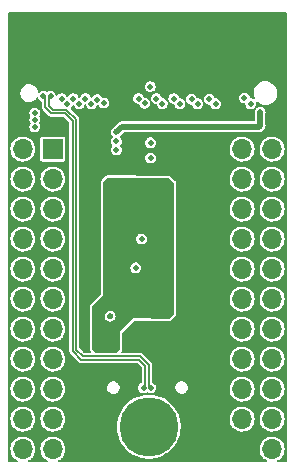
<source format=gbr>
G04 #@! TF.GenerationSoftware,KiCad,Pcbnew,(6.0.1)*
G04 #@! TF.CreationDate,2022-02-14T15:35:13+08:00*
G04 #@! TF.ProjectId,Test_Board,54657374-5f42-46f6-9172-642e6b696361,rev?*
G04 #@! TF.SameCoordinates,Original*
G04 #@! TF.FileFunction,Copper,L2,Inr*
G04 #@! TF.FilePolarity,Positive*
%FSLAX46Y46*%
G04 Gerber Fmt 4.6, Leading zero omitted, Abs format (unit mm)*
G04 Created by KiCad (PCBNEW (6.0.1)) date 2022-02-14 15:35:13*
%MOMM*%
%LPD*%
G01*
G04 APERTURE LIST*
G04 #@! TA.AperFunction,ComponentPad*
%ADD10R,1.700000X1.700000*%
G04 #@! TD*
G04 #@! TA.AperFunction,ComponentPad*
%ADD11O,1.700000X1.700000*%
G04 #@! TD*
G04 #@! TA.AperFunction,ComponentPad*
%ADD12O,1.000000X1.600000*%
G04 #@! TD*
G04 #@! TA.AperFunction,ComponentPad*
%ADD13O,1.000000X2.100000*%
G04 #@! TD*
G04 #@! TA.AperFunction,ViaPad*
%ADD14C,0.508000*%
G04 #@! TD*
G04 #@! TA.AperFunction,ViaPad*
%ADD15C,5.000000*%
G04 #@! TD*
G04 #@! TA.AperFunction,Conductor*
%ADD16C,0.177800*%
G04 #@! TD*
G04 #@! TA.AperFunction,Conductor*
%ADD17C,0.508000*%
G04 #@! TD*
G04 APERTURE END LIST*
D10*
X120943062Y-62218366D03*
D11*
X118403062Y-62218366D03*
X120943062Y-64758366D03*
X118403062Y-64758366D03*
X120943062Y-67298366D03*
X118403062Y-67298366D03*
X120943062Y-69838366D03*
X118403062Y-69838366D03*
X120943062Y-72378366D03*
X118403062Y-72378366D03*
X120943062Y-74918366D03*
X118403062Y-74918366D03*
X120943062Y-77458366D03*
X118403062Y-77458366D03*
X120943062Y-79998366D03*
X118403062Y-79998366D03*
X120943062Y-82538366D03*
X118403062Y-82538366D03*
X120943062Y-85078366D03*
X118403062Y-85078366D03*
X120943062Y-87618366D03*
X118403062Y-87618366D03*
D12*
X124633062Y-86052166D03*
D13*
X133273062Y-81872166D03*
D12*
X133273062Y-86052166D03*
D13*
X124633062Y-81872166D03*
D11*
X139510462Y-62218368D03*
X136970462Y-62218368D03*
X139510462Y-64758368D03*
X136970462Y-64758368D03*
X139510462Y-67298368D03*
X136970462Y-67298368D03*
X139510462Y-69838368D03*
X136970462Y-69838368D03*
X139510462Y-72378368D03*
X136970462Y-72378368D03*
X139510462Y-74918368D03*
X136970462Y-74918368D03*
X139510462Y-77458368D03*
X136970462Y-77458368D03*
X139510462Y-79998368D03*
X136970462Y-79998368D03*
X139510462Y-82538368D03*
X136970462Y-82538368D03*
X139510462Y-85078368D03*
X136970462Y-85078368D03*
X139510462Y-87618368D03*
D10*
X136970462Y-87618368D03*
D14*
X139818062Y-60111167D03*
X139818062Y-55111167D03*
X139818062Y-51111167D03*
X138818062Y-55111167D03*
X138818062Y-51111167D03*
X134818062Y-88111167D03*
X134818062Y-87111167D03*
X134818062Y-83111167D03*
X133818062Y-88111167D03*
X126818062Y-59111167D03*
X126818062Y-58111167D03*
X126818062Y-54111167D03*
X126818062Y-53111167D03*
X126818062Y-52111167D03*
X126818062Y-51111167D03*
X125818062Y-54111167D03*
X125818062Y-53111167D03*
X125818062Y-52111167D03*
X125818062Y-51111167D03*
X124818062Y-88111167D03*
X123818062Y-88111167D03*
X122818062Y-88111167D03*
X122818062Y-87111167D03*
X118818062Y-51111167D03*
X117818062Y-60111167D03*
X117818062Y-59111167D03*
X117818062Y-58111167D03*
X117818062Y-57111167D03*
X117818062Y-56111167D03*
X117818062Y-55111167D03*
X117818062Y-51111167D03*
X119670862Y-56061366D03*
D15*
X129068861Y-85728567D03*
D14*
X119670860Y-54740567D03*
X119670860Y-55400968D03*
X138492262Y-59668166D03*
X126325662Y-60811167D03*
X138492262Y-60201566D03*
X119416862Y-60328566D03*
X126325660Y-61573166D03*
X119416860Y-59160166D03*
X119416863Y-59718967D03*
X126325662Y-62284366D03*
X138492262Y-59109366D03*
X128638497Y-82418180D03*
X120147864Y-57744872D03*
X129247469Y-82430792D03*
X120757465Y-57744872D03*
X125792263Y-76366167D03*
X123633263Y-74222367D03*
X121702861Y-57940967D03*
X122185460Y-58372766D03*
X122668062Y-57940968D03*
X123176060Y-58372766D03*
X123709462Y-57940968D03*
X124209695Y-58385595D03*
X124706611Y-58033342D03*
X125246066Y-58316175D03*
X127971063Y-72266567D03*
X128205262Y-57940968D03*
X128453162Y-69828168D03*
X128729423Y-58347367D03*
X129221752Y-61674769D03*
X129185162Y-56924967D03*
X129703861Y-57940967D03*
X129221763Y-62970167D03*
X130211862Y-58372766D03*
X131195560Y-57940967D03*
X131710461Y-58372767D03*
X132701062Y-58017167D03*
X133209062Y-58372767D03*
X134199662Y-57991767D03*
X134733060Y-58372766D03*
X137171463Y-57890167D03*
X137704862Y-58372767D03*
X124522262Y-78819766D03*
X126528863Y-68826870D03*
X126528863Y-67755567D03*
X125182661Y-78184766D03*
X125208060Y-78794366D03*
X124522262Y-78159368D03*
X126528863Y-68288967D03*
D16*
X120592367Y-57909973D02*
X120757465Y-57744872D01*
X120592364Y-58560422D02*
X120592367Y-57909973D01*
X122090928Y-58893466D02*
X120925410Y-58893468D01*
X122909363Y-59711901D02*
X122090928Y-58893466D01*
X123487927Y-79772267D02*
X122909363Y-79193701D01*
X129065386Y-80498326D02*
X128339328Y-79772266D01*
X129065386Y-82248709D02*
X129065386Y-80498326D01*
X128339328Y-79772266D02*
X123487927Y-79772267D01*
X122909363Y-79193701D02*
X122909363Y-59711901D01*
X129247469Y-82430792D02*
X129065386Y-82248709D01*
X120925410Y-58893468D02*
X120592364Y-58560422D01*
D17*
X138492262Y-59109366D02*
X138492262Y-60201566D01*
X138365262Y-60328566D02*
X126808262Y-60328567D01*
X138492262Y-60201566D02*
X138365262Y-60328566D01*
X126808262Y-60328567D02*
X126325662Y-60811167D01*
D16*
X120809678Y-59172866D02*
X120312966Y-58676154D01*
X128223596Y-80051667D02*
X123372196Y-80051667D01*
X128638497Y-82418180D02*
X128785986Y-82270691D01*
X120312965Y-57909973D02*
X120147864Y-57744872D01*
X120312966Y-58676154D02*
X120312965Y-57909973D01*
X122629961Y-59827634D02*
X121975195Y-59172867D01*
X121975195Y-59172867D02*
X120809678Y-59172866D01*
X122629961Y-79309433D02*
X122629961Y-59827634D01*
X123372196Y-80051667D02*
X122629961Y-79309433D01*
X128785986Y-82270691D02*
X128785987Y-80614058D01*
X128785987Y-80614058D02*
X128223596Y-80051667D01*
G04 #@! TA.AperFunction,Conductor*
G36*
X130672078Y-64671733D02*
G01*
X130740099Y-64692070D01*
X130755469Y-64703827D01*
X131160479Y-65066204D01*
X131197906Y-65126530D01*
X131202461Y-65160102D01*
X131202462Y-76102798D01*
X131182460Y-76170919D01*
X131168215Y-76189154D01*
X130833806Y-76544464D01*
X130772553Y-76580361D01*
X130740994Y-76584104D01*
X127791576Y-76559319D01*
X127791575Y-76559319D01*
X127773463Y-76559167D01*
X126630462Y-77702167D01*
X126630462Y-77712817D01*
X126630463Y-79148576D01*
X126610461Y-79216697D01*
X126593558Y-79237672D01*
X126388467Y-79442762D01*
X126326155Y-79476787D01*
X126299372Y-79479666D01*
X125200050Y-79479667D01*
X124587041Y-79479667D01*
X124518921Y-79459665D01*
X124491376Y-79435667D01*
X124321665Y-79237672D01*
X124298595Y-79210756D01*
X124269449Y-79146019D01*
X124268261Y-79128757D01*
X124268263Y-76360518D01*
X125329891Y-76360518D01*
X125331055Y-76369420D01*
X125331055Y-76369423D01*
X125332107Y-76377465D01*
X125346890Y-76490517D01*
X125399693Y-76610521D01*
X125484054Y-76710880D01*
X125491525Y-76715853D01*
X125491526Y-76715854D01*
X125507733Y-76726642D01*
X125593192Y-76783529D01*
X125682635Y-76811473D01*
X125709764Y-76819949D01*
X125709765Y-76819949D01*
X125718333Y-76822626D01*
X125782768Y-76823807D01*
X125840441Y-76824864D01*
X125840444Y-76824864D01*
X125849417Y-76825028D01*
X125890810Y-76813743D01*
X125967245Y-76792905D01*
X125967248Y-76792904D01*
X125975907Y-76790543D01*
X125987331Y-76783529D01*
X126079982Y-76726642D01*
X126079985Y-76726639D01*
X126087634Y-76721943D01*
X126175616Y-76624742D01*
X126186488Y-76602303D01*
X126228867Y-76514831D01*
X126228867Y-76514830D01*
X126232780Y-76506754D01*
X126254532Y-76377465D01*
X126254670Y-76366167D01*
X126236084Y-76236385D01*
X126229928Y-76222845D01*
X126185536Y-76125210D01*
X126185534Y-76125207D01*
X126181819Y-76117036D01*
X126096238Y-76017714D01*
X126083158Y-76009236D01*
X125993752Y-75951285D01*
X125993750Y-75951284D01*
X125986221Y-75946404D01*
X125860611Y-75908839D01*
X125851635Y-75908784D01*
X125851634Y-75908784D01*
X125797222Y-75908452D01*
X125729507Y-75908038D01*
X125603448Y-75944066D01*
X125595861Y-75948853D01*
X125595859Y-75948854D01*
X125537506Y-75985672D01*
X125492568Y-76014026D01*
X125405780Y-76112295D01*
X125350061Y-76230972D01*
X125348680Y-76239844D01*
X125331272Y-76351645D01*
X125331272Y-76351649D01*
X125329891Y-76360518D01*
X124268263Y-76360518D01*
X124268263Y-75595358D01*
X124288265Y-75527237D01*
X124305167Y-75506263D01*
X125220653Y-74590774D01*
X125233461Y-74577966D01*
X125233461Y-72260918D01*
X127508691Y-72260918D01*
X127509855Y-72269820D01*
X127509855Y-72269823D01*
X127510907Y-72277865D01*
X127525690Y-72390917D01*
X127578493Y-72510921D01*
X127662854Y-72611280D01*
X127670325Y-72616253D01*
X127670326Y-72616254D01*
X127686533Y-72627042D01*
X127771992Y-72683929D01*
X127861435Y-72711873D01*
X127888564Y-72720349D01*
X127888565Y-72720349D01*
X127897133Y-72723026D01*
X127961568Y-72724207D01*
X128019241Y-72725264D01*
X128019244Y-72725264D01*
X128028217Y-72725428D01*
X128069610Y-72714143D01*
X128146045Y-72693305D01*
X128146048Y-72693304D01*
X128154707Y-72690943D01*
X128166131Y-72683929D01*
X128258782Y-72627042D01*
X128258785Y-72627039D01*
X128266434Y-72622343D01*
X128354416Y-72525142D01*
X128365288Y-72502703D01*
X128407667Y-72415231D01*
X128407667Y-72415230D01*
X128411580Y-72407154D01*
X128433332Y-72277865D01*
X128433470Y-72266567D01*
X128414884Y-72136785D01*
X128360619Y-72017436D01*
X128275038Y-71918114D01*
X128261958Y-71909636D01*
X128172552Y-71851685D01*
X128172550Y-71851684D01*
X128165021Y-71846804D01*
X128039411Y-71809239D01*
X128030435Y-71809184D01*
X128030434Y-71809184D01*
X127976022Y-71808852D01*
X127908307Y-71808438D01*
X127782248Y-71844466D01*
X127774661Y-71849253D01*
X127774659Y-71849254D01*
X127716306Y-71886072D01*
X127671368Y-71914426D01*
X127584580Y-72012695D01*
X127528861Y-72131372D01*
X127527480Y-72140244D01*
X127510072Y-72252045D01*
X127510072Y-72252049D01*
X127508691Y-72260918D01*
X125233461Y-72260918D01*
X125233461Y-69822519D01*
X127990790Y-69822519D01*
X127991954Y-69831421D01*
X127991954Y-69831424D01*
X127993006Y-69839466D01*
X128007789Y-69952518D01*
X128060592Y-70072522D01*
X128144953Y-70172881D01*
X128152424Y-70177854D01*
X128152425Y-70177855D01*
X128168632Y-70188643D01*
X128254091Y-70245530D01*
X128343534Y-70273474D01*
X128370663Y-70281950D01*
X128370664Y-70281950D01*
X128379232Y-70284627D01*
X128443667Y-70285808D01*
X128501340Y-70286865D01*
X128501343Y-70286865D01*
X128510316Y-70287029D01*
X128551709Y-70275744D01*
X128628144Y-70254906D01*
X128628147Y-70254905D01*
X128636806Y-70252544D01*
X128648230Y-70245530D01*
X128740881Y-70188643D01*
X128740884Y-70188640D01*
X128748533Y-70183944D01*
X128836515Y-70086743D01*
X128847387Y-70064304D01*
X128889766Y-69976832D01*
X128889766Y-69976831D01*
X128893679Y-69968755D01*
X128915431Y-69839466D01*
X128915569Y-69828168D01*
X128896983Y-69698386D01*
X128842718Y-69579037D01*
X128757137Y-69479715D01*
X128744057Y-69471237D01*
X128654651Y-69413286D01*
X128654649Y-69413285D01*
X128647120Y-69408405D01*
X128521510Y-69370840D01*
X128512534Y-69370785D01*
X128512533Y-69370785D01*
X128458121Y-69370453D01*
X128390406Y-69370039D01*
X128264347Y-69406067D01*
X128256760Y-69410854D01*
X128256758Y-69410855D01*
X128198405Y-69447673D01*
X128153467Y-69476027D01*
X128066679Y-69574296D01*
X128010960Y-69692973D01*
X128009579Y-69701845D01*
X127992171Y-69813646D01*
X127992171Y-69813650D01*
X127990790Y-69822519D01*
X125233461Y-69822519D01*
X125233461Y-65028957D01*
X125253463Y-64960836D01*
X125270366Y-64939862D01*
X125526500Y-64683728D01*
X125588812Y-64649702D01*
X125616216Y-64646825D01*
X130672078Y-64671733D01*
G37*
G04 #@! TD.AperFunction*
G04 #@! TA.AperFunction,Conductor*
G36*
X140731556Y-50669473D02*
G01*
X140749862Y-50713667D01*
X140749862Y-88622667D01*
X140731556Y-88666861D01*
X140687362Y-88685167D01*
X139998005Y-88685167D01*
X139953811Y-88666861D01*
X139935505Y-88622667D01*
X139953811Y-88578473D01*
X139969825Y-88566880D01*
X140075074Y-88513715D01*
X140077794Y-88512341D01*
X140080192Y-88510468D01*
X140080196Y-88510465D01*
X140192843Y-88422455D01*
X140240630Y-88385120D01*
X140242629Y-88382805D01*
X140334534Y-88276330D01*
X140375653Y-88228693D01*
X140477722Y-88049020D01*
X140542948Y-87852943D01*
X140548066Y-87812434D01*
X140568627Y-87649673D01*
X140568627Y-87649671D01*
X140568847Y-87647931D01*
X140569260Y-87618368D01*
X140569091Y-87616638D01*
X140549393Y-87415756D01*
X140549393Y-87415754D01*
X140549095Y-87412713D01*
X140489369Y-87214891D01*
X140393791Y-87035134D01*
X140393790Y-87035133D01*
X140392357Y-87032438D01*
X140261754Y-86872303D01*
X140102534Y-86740585D01*
X140099850Y-86739134D01*
X140099846Y-86739131D01*
X139923448Y-86643753D01*
X139920763Y-86642301D01*
X139822063Y-86611749D01*
X139726278Y-86582098D01*
X139726275Y-86582097D01*
X139723363Y-86581196D01*
X139720330Y-86580877D01*
X139720329Y-86580877D01*
X139668935Y-86575475D01*
X139517854Y-86559596D01*
X139514821Y-86559872D01*
X139514817Y-86559872D01*
X139401640Y-86570172D01*
X139312063Y-86578324D01*
X139309130Y-86579187D01*
X139309126Y-86579188D01*
X139159986Y-86623083D01*
X139113829Y-86636668D01*
X138930703Y-86732404D01*
X138769660Y-86861886D01*
X138636833Y-87020182D01*
X138537283Y-87201263D01*
X138474801Y-87398232D01*
X138474460Y-87401269D01*
X138474460Y-87401271D01*
X138456434Y-87561982D01*
X138451767Y-87603585D01*
X138469058Y-87809501D01*
X138526017Y-88008138D01*
X138527409Y-88010847D01*
X138527410Y-88010849D01*
X138575825Y-88105055D01*
X138620472Y-88191928D01*
X138622363Y-88194314D01*
X138622365Y-88194317D01*
X138664585Y-88247585D01*
X138748826Y-88353871D01*
X138751154Y-88355852D01*
X138751156Y-88355854D01*
X138829413Y-88422455D01*
X138906192Y-88487799D01*
X138908856Y-88489288D01*
X138908859Y-88489290D01*
X139049889Y-88568109D01*
X139079537Y-88605650D01*
X139073956Y-88653158D01*
X139036415Y-88682806D01*
X139019398Y-88685167D01*
X121430601Y-88685167D01*
X121386407Y-88666861D01*
X121368101Y-88622667D01*
X121386407Y-88578473D01*
X121402421Y-88566880D01*
X121507674Y-88513713D01*
X121510394Y-88512339D01*
X121512793Y-88510465D01*
X121512796Y-88510463D01*
X121607166Y-88436733D01*
X121673230Y-88385118D01*
X121687276Y-88368846D01*
X121766028Y-88277609D01*
X121808253Y-88228691D01*
X121875812Y-88109766D01*
X121908810Y-88051680D01*
X121908811Y-88051678D01*
X121910322Y-88049018D01*
X121975548Y-87852941D01*
X121975930Y-87849915D01*
X121975931Y-87849912D01*
X122001227Y-87649671D01*
X122001227Y-87649670D01*
X122001447Y-87647929D01*
X122001860Y-87618366D01*
X122000710Y-87606632D01*
X121989955Y-87496955D01*
X121981695Y-87412711D01*
X121921969Y-87214889D01*
X121824957Y-87032436D01*
X121694354Y-86872301D01*
X121535134Y-86740583D01*
X121532449Y-86739131D01*
X121532446Y-86739129D01*
X121385024Y-86659418D01*
X121353363Y-86642299D01*
X121254663Y-86611746D01*
X121158878Y-86582096D01*
X121158875Y-86582095D01*
X121155963Y-86581194D01*
X121152930Y-86580875D01*
X121152929Y-86580875D01*
X121101535Y-86575473D01*
X120950454Y-86559594D01*
X120947421Y-86559870D01*
X120947417Y-86559870D01*
X120834240Y-86570170D01*
X120744663Y-86578322D01*
X120741730Y-86579185D01*
X120741726Y-86579186D01*
X120592586Y-86623081D01*
X120546429Y-86636666D01*
X120363303Y-86732402D01*
X120202260Y-86861884D01*
X120069433Y-87020180D01*
X119969883Y-87201261D01*
X119907401Y-87398230D01*
X119907060Y-87401268D01*
X119907060Y-87401269D01*
X119888888Y-87563281D01*
X119884367Y-87603583D01*
X119901658Y-87809499D01*
X119958617Y-88008136D01*
X119960009Y-88010845D01*
X119960010Y-88010847D01*
X120008425Y-88105053D01*
X120053072Y-88191926D01*
X120054963Y-88194312D01*
X120054965Y-88194315D01*
X120120561Y-88277076D01*
X120181426Y-88353869D01*
X120183756Y-88355852D01*
X120278792Y-88436733D01*
X120338792Y-88487797D01*
X120341456Y-88489286D01*
X120341459Y-88489288D01*
X120482493Y-88568109D01*
X120512141Y-88605650D01*
X120506560Y-88653158D01*
X120469019Y-88682806D01*
X120452002Y-88685167D01*
X118890601Y-88685167D01*
X118846407Y-88666861D01*
X118828101Y-88622667D01*
X118846407Y-88578473D01*
X118862421Y-88566880D01*
X118967674Y-88513713D01*
X118970394Y-88512339D01*
X118972793Y-88510465D01*
X118972796Y-88510463D01*
X119067166Y-88436733D01*
X119133230Y-88385118D01*
X119147276Y-88368846D01*
X119226028Y-88277609D01*
X119268253Y-88228691D01*
X119335812Y-88109766D01*
X119368810Y-88051680D01*
X119368811Y-88051678D01*
X119370322Y-88049018D01*
X119435548Y-87852941D01*
X119435930Y-87849915D01*
X119435931Y-87849912D01*
X119461227Y-87649671D01*
X119461227Y-87649670D01*
X119461447Y-87647929D01*
X119461860Y-87618366D01*
X119460710Y-87606632D01*
X119449955Y-87496955D01*
X119441695Y-87412711D01*
X119381969Y-87214889D01*
X119284957Y-87032436D01*
X119154354Y-86872301D01*
X118995134Y-86740583D01*
X118992449Y-86739131D01*
X118992446Y-86739129D01*
X118845024Y-86659418D01*
X118813363Y-86642299D01*
X118714663Y-86611746D01*
X118618878Y-86582096D01*
X118618875Y-86582095D01*
X118615963Y-86581194D01*
X118612930Y-86580875D01*
X118612929Y-86580875D01*
X118561535Y-86575473D01*
X118410454Y-86559594D01*
X118407421Y-86559870D01*
X118407417Y-86559870D01*
X118294240Y-86570170D01*
X118204663Y-86578322D01*
X118201730Y-86579185D01*
X118201726Y-86579186D01*
X118052586Y-86623081D01*
X118006429Y-86636666D01*
X117823303Y-86732402D01*
X117662260Y-86861884D01*
X117529433Y-87020180D01*
X117429883Y-87201261D01*
X117367401Y-87398230D01*
X117367060Y-87401268D01*
X117367060Y-87401269D01*
X117348888Y-87563281D01*
X117344367Y-87603583D01*
X117361658Y-87809499D01*
X117418617Y-88008136D01*
X117420009Y-88010845D01*
X117420010Y-88010847D01*
X117468425Y-88105053D01*
X117513072Y-88191926D01*
X117514963Y-88194312D01*
X117514965Y-88194315D01*
X117580561Y-88277076D01*
X117641426Y-88353869D01*
X117643756Y-88355852D01*
X117738792Y-88436733D01*
X117798792Y-88487797D01*
X117801456Y-88489286D01*
X117801459Y-88489288D01*
X117942493Y-88568109D01*
X117972141Y-88605650D01*
X117966560Y-88653158D01*
X117929019Y-88682806D01*
X117912002Y-88685167D01*
X117218763Y-88685167D01*
X117174569Y-88666861D01*
X117156263Y-88622667D01*
X117156261Y-85944457D01*
X117156261Y-85063583D01*
X117344367Y-85063583D01*
X117361658Y-85269499D01*
X117418617Y-85468136D01*
X117420009Y-85470845D01*
X117420010Y-85470847D01*
X117468425Y-85565053D01*
X117513072Y-85651926D01*
X117514963Y-85654312D01*
X117514965Y-85654315D01*
X117597859Y-85758902D01*
X117641426Y-85813869D01*
X117798792Y-85947797D01*
X117801456Y-85949286D01*
X117801459Y-85949288D01*
X117934997Y-86023920D01*
X117979173Y-86048609D01*
X117982077Y-86049553D01*
X117982078Y-86049553D01*
X118172788Y-86111519D01*
X118172793Y-86111520D01*
X118175701Y-86112465D01*
X118380888Y-86136932D01*
X118383930Y-86136698D01*
X118383933Y-86136698D01*
X118583869Y-86121313D01*
X118583871Y-86121313D01*
X118586920Y-86121078D01*
X118785949Y-86065509D01*
X118788672Y-86064134D01*
X118788676Y-86064132D01*
X118967674Y-85973713D01*
X118970394Y-85972339D01*
X118972793Y-85970465D01*
X118972796Y-85970463D01*
X119058023Y-85903876D01*
X119133230Y-85845118D01*
X119160202Y-85813871D01*
X119234787Y-85727462D01*
X119268253Y-85688691D01*
X119370322Y-85509018D01*
X119435548Y-85312941D01*
X119435930Y-85309915D01*
X119435931Y-85309912D01*
X119461227Y-85109671D01*
X119461227Y-85109670D01*
X119461447Y-85107929D01*
X119461860Y-85078366D01*
X119460710Y-85066632D01*
X119460411Y-85063583D01*
X119884367Y-85063583D01*
X119901658Y-85269499D01*
X119958617Y-85468136D01*
X119960009Y-85470845D01*
X119960010Y-85470847D01*
X120008425Y-85565053D01*
X120053072Y-85651926D01*
X120054963Y-85654312D01*
X120054965Y-85654315D01*
X120137859Y-85758902D01*
X120181426Y-85813869D01*
X120338792Y-85947797D01*
X120341456Y-85949286D01*
X120341459Y-85949288D01*
X120474997Y-86023920D01*
X120519173Y-86048609D01*
X120522077Y-86049553D01*
X120522078Y-86049553D01*
X120712788Y-86111519D01*
X120712793Y-86111520D01*
X120715701Y-86112465D01*
X120920888Y-86136932D01*
X120923930Y-86136698D01*
X120923933Y-86136698D01*
X121123869Y-86121313D01*
X121123871Y-86121313D01*
X121126920Y-86121078D01*
X121325949Y-86065509D01*
X121328672Y-86064134D01*
X121328676Y-86064132D01*
X121507674Y-85973713D01*
X121510394Y-85972339D01*
X121512793Y-85970465D01*
X121512796Y-85970463D01*
X121598023Y-85903876D01*
X121673230Y-85845118D01*
X121700202Y-85813871D01*
X121774787Y-85727462D01*
X121798316Y-85700203D01*
X126360368Y-85700203D01*
X126376577Y-86025798D01*
X126376896Y-86027652D01*
X126376896Y-86027656D01*
X126395611Y-86136570D01*
X126431784Y-86347088D01*
X126525191Y-86659418D01*
X126655443Y-86958265D01*
X126820655Y-87239299D01*
X126821799Y-87240798D01*
X126821801Y-87240801D01*
X126939723Y-87395315D01*
X127018432Y-87498449D01*
X127019741Y-87499793D01*
X127019743Y-87499795D01*
X127244602Y-87730620D01*
X127244608Y-87730626D01*
X127245911Y-87731963D01*
X127247371Y-87733139D01*
X127498329Y-87935275D01*
X127498335Y-87935280D01*
X127499796Y-87936456D01*
X127501389Y-87937450D01*
X127501394Y-87937453D01*
X127774813Y-88107973D01*
X127774817Y-88107975D01*
X127776409Y-88108968D01*
X128071743Y-88246999D01*
X128381522Y-88348549D01*
X128383372Y-88348917D01*
X128418237Y-88355852D01*
X128701256Y-88412148D01*
X128861002Y-88424300D01*
X129024445Y-88436733D01*
X129024450Y-88436733D01*
X129026316Y-88436875D01*
X129273882Y-88425850D01*
X129350108Y-88422455D01*
X129350110Y-88422455D01*
X129351991Y-88422371D01*
X129353847Y-88422062D01*
X129353848Y-88422062D01*
X129436530Y-88408300D01*
X129673566Y-88368846D01*
X129717852Y-88355854D01*
X129984565Y-88277609D01*
X129984569Y-88277608D01*
X129986381Y-88277076D01*
X129988114Y-88276331D01*
X129988118Y-88276330D01*
X130190878Y-88189217D01*
X130285905Y-88148390D01*
X130287522Y-88147451D01*
X130566187Y-87985590D01*
X130566193Y-87985586D01*
X130567801Y-87984652D01*
X130630323Y-87937453D01*
X130826480Y-87789370D01*
X130826484Y-87789367D01*
X130827983Y-87788235D01*
X130829338Y-87786929D01*
X131061337Y-87563281D01*
X131061341Y-87563277D01*
X131062684Y-87561982D01*
X131114408Y-87498449D01*
X131267316Y-87310632D01*
X131267319Y-87310627D01*
X131268505Y-87309171D01*
X131326141Y-87217823D01*
X131441458Y-87035057D01*
X131441461Y-87035051D01*
X131442462Y-87033465D01*
X131444071Y-87030069D01*
X131581236Y-86740549D01*
X131581239Y-86740541D01*
X131582037Y-86738857D01*
X131685208Y-86429615D01*
X131750481Y-86110218D01*
X131776909Y-85785293D01*
X131777503Y-85728567D01*
X131757885Y-85403159D01*
X131741408Y-85312941D01*
X131699653Y-85084308D01*
X131699651Y-85084302D01*
X131699316Y-85082465D01*
X131693454Y-85063585D01*
X135911767Y-85063585D01*
X135929058Y-85269501D01*
X135986017Y-85468138D01*
X135987409Y-85470847D01*
X135987410Y-85470849D01*
X136035825Y-85565055D01*
X136080472Y-85651928D01*
X136082363Y-85654314D01*
X136082365Y-85654317D01*
X136140339Y-85727462D01*
X136208826Y-85813871D01*
X136211154Y-85815852D01*
X136211156Y-85815854D01*
X136362054Y-85944277D01*
X136366192Y-85947799D01*
X136368856Y-85949288D01*
X136368859Y-85949290D01*
X136537964Y-86043800D01*
X136546573Y-86048611D01*
X136549477Y-86049555D01*
X136549478Y-86049555D01*
X136740188Y-86111521D01*
X136740193Y-86111522D01*
X136743101Y-86112467D01*
X136948288Y-86136934D01*
X136951330Y-86136700D01*
X136951333Y-86136700D01*
X137151269Y-86121315D01*
X137151271Y-86121315D01*
X137154320Y-86121080D01*
X137353349Y-86065511D01*
X137356072Y-86064136D01*
X137356076Y-86064134D01*
X137535074Y-85973715D01*
X137537794Y-85972341D01*
X137540192Y-85970468D01*
X137540196Y-85970465D01*
X137625423Y-85903878D01*
X137700630Y-85845120D01*
X137702629Y-85842805D01*
X137801235Y-85728567D01*
X137835653Y-85688693D01*
X137937722Y-85509020D01*
X138002948Y-85312943D01*
X138008066Y-85272434D01*
X138028627Y-85109673D01*
X138028627Y-85109671D01*
X138028847Y-85107931D01*
X138029260Y-85078368D01*
X138029091Y-85076638D01*
X138027811Y-85063585D01*
X138451767Y-85063585D01*
X138469058Y-85269501D01*
X138526017Y-85468138D01*
X138527409Y-85470847D01*
X138527410Y-85470849D01*
X138575825Y-85565055D01*
X138620472Y-85651928D01*
X138622363Y-85654314D01*
X138622365Y-85654317D01*
X138680339Y-85727462D01*
X138748826Y-85813871D01*
X138751154Y-85815852D01*
X138751156Y-85815854D01*
X138902054Y-85944277D01*
X138906192Y-85947799D01*
X138908856Y-85949288D01*
X138908859Y-85949290D01*
X139077964Y-86043800D01*
X139086573Y-86048611D01*
X139089477Y-86049555D01*
X139089478Y-86049555D01*
X139280188Y-86111521D01*
X139280193Y-86111522D01*
X139283101Y-86112467D01*
X139488288Y-86136934D01*
X139491330Y-86136700D01*
X139491333Y-86136700D01*
X139691269Y-86121315D01*
X139691271Y-86121315D01*
X139694320Y-86121080D01*
X139893349Y-86065511D01*
X139896072Y-86064136D01*
X139896076Y-86064134D01*
X140075074Y-85973715D01*
X140077794Y-85972341D01*
X140080192Y-85970468D01*
X140080196Y-85970465D01*
X140165423Y-85903878D01*
X140240630Y-85845120D01*
X140242629Y-85842805D01*
X140341235Y-85728567D01*
X140375653Y-85688693D01*
X140477722Y-85509020D01*
X140542948Y-85312943D01*
X140548066Y-85272434D01*
X140568627Y-85109673D01*
X140568627Y-85109671D01*
X140568847Y-85107931D01*
X140569260Y-85078368D01*
X140569091Y-85076638D01*
X140549393Y-84875756D01*
X140549393Y-84875754D01*
X140549095Y-84872713D01*
X140489369Y-84674891D01*
X140393791Y-84495134D01*
X140393790Y-84495133D01*
X140392357Y-84492438D01*
X140261754Y-84332303D01*
X140102534Y-84200585D01*
X140099850Y-84199134D01*
X140099846Y-84199131D01*
X139923448Y-84103753D01*
X139920763Y-84102301D01*
X139822063Y-84071749D01*
X139726278Y-84042098D01*
X139726275Y-84042097D01*
X139723363Y-84041196D01*
X139720330Y-84040877D01*
X139720329Y-84040877D01*
X139668935Y-84035475D01*
X139517854Y-84019596D01*
X139514821Y-84019872D01*
X139514817Y-84019872D01*
X139401640Y-84030172D01*
X139312063Y-84038324D01*
X139309130Y-84039187D01*
X139309126Y-84039188D01*
X139159986Y-84083083D01*
X139113829Y-84096668D01*
X138930703Y-84192404D01*
X138769660Y-84321886D01*
X138636833Y-84480182D01*
X138537283Y-84661263D01*
X138474801Y-84858232D01*
X138474460Y-84861269D01*
X138474460Y-84861271D01*
X138452937Y-85053158D01*
X138451767Y-85063585D01*
X138027811Y-85063585D01*
X138009393Y-84875756D01*
X138009393Y-84875754D01*
X138009095Y-84872713D01*
X137949369Y-84674891D01*
X137853791Y-84495134D01*
X137853790Y-84495133D01*
X137852357Y-84492438D01*
X137721754Y-84332303D01*
X137562534Y-84200585D01*
X137559850Y-84199134D01*
X137559846Y-84199131D01*
X137383448Y-84103753D01*
X137380763Y-84102301D01*
X137282063Y-84071749D01*
X137186278Y-84042098D01*
X137186275Y-84042097D01*
X137183363Y-84041196D01*
X137180330Y-84040877D01*
X137180329Y-84040877D01*
X137128935Y-84035475D01*
X136977854Y-84019596D01*
X136974821Y-84019872D01*
X136974817Y-84019872D01*
X136861640Y-84030172D01*
X136772063Y-84038324D01*
X136769130Y-84039187D01*
X136769126Y-84039188D01*
X136619986Y-84083083D01*
X136573829Y-84096668D01*
X136390703Y-84192404D01*
X136229660Y-84321886D01*
X136096833Y-84480182D01*
X135997283Y-84661263D01*
X135934801Y-84858232D01*
X135934460Y-84861269D01*
X135934460Y-84861271D01*
X135912937Y-85053158D01*
X135911767Y-85063585D01*
X131693454Y-85063585D01*
X131635131Y-84875754D01*
X131603199Y-84772916D01*
X131603197Y-84772910D01*
X131602644Y-84771130D01*
X131469269Y-84473664D01*
X131301124Y-84194375D01*
X131100643Y-83937310D01*
X130870732Y-83706191D01*
X130732140Y-83596934D01*
X130616209Y-83505541D01*
X130616200Y-83505535D01*
X130614720Y-83504368D01*
X130336315Y-83334762D01*
X130039551Y-83199832D01*
X130037771Y-83199269D01*
X130037763Y-83199266D01*
X129730526Y-83102100D01*
X129730527Y-83102100D01*
X129728727Y-83101531D01*
X129408344Y-83041283D01*
X129083043Y-83019962D01*
X129081171Y-83020065D01*
X129081170Y-83020065D01*
X128759403Y-83037773D01*
X128759398Y-83037774D01*
X128757537Y-83037876D01*
X128436541Y-83094765D01*
X128124704Y-83189806D01*
X127826544Y-83321621D01*
X127546378Y-83488302D01*
X127544894Y-83489447D01*
X127544888Y-83489451D01*
X127426121Y-83581080D01*
X127288267Y-83687434D01*
X127055948Y-83916132D01*
X126852786Y-84171084D01*
X126681725Y-84448596D01*
X126680941Y-84450296D01*
X126680937Y-84450304D01*
X126603974Y-84617252D01*
X126545243Y-84744649D01*
X126445316Y-85054955D01*
X126383392Y-85375018D01*
X126383260Y-85376889D01*
X126383259Y-85376893D01*
X126361372Y-85686029D01*
X126360368Y-85700203D01*
X121798316Y-85700203D01*
X121808253Y-85688691D01*
X121910322Y-85509018D01*
X121975548Y-85312941D01*
X121975930Y-85309915D01*
X121975931Y-85309912D01*
X122001227Y-85109671D01*
X122001227Y-85109670D01*
X122001447Y-85107929D01*
X122001860Y-85078366D01*
X122000710Y-85066632D01*
X121991101Y-84968636D01*
X121981695Y-84872711D01*
X121921969Y-84674889D01*
X121824957Y-84492436D01*
X121694354Y-84332301D01*
X121535134Y-84200583D01*
X121532449Y-84199131D01*
X121532446Y-84199129D01*
X121356048Y-84103751D01*
X121353363Y-84102299D01*
X121254663Y-84071746D01*
X121158878Y-84042096D01*
X121158875Y-84042095D01*
X121155963Y-84041194D01*
X121152930Y-84040875D01*
X121152929Y-84040875D01*
X121101535Y-84035473D01*
X120950454Y-84019594D01*
X120947421Y-84019870D01*
X120947417Y-84019870D01*
X120834240Y-84030170D01*
X120744663Y-84038322D01*
X120741730Y-84039185D01*
X120741726Y-84039186D01*
X120592586Y-84083081D01*
X120546429Y-84096666D01*
X120363303Y-84192402D01*
X120202260Y-84321884D01*
X120069433Y-84480180D01*
X119969883Y-84661261D01*
X119907401Y-84858230D01*
X119884367Y-85063583D01*
X119460411Y-85063583D01*
X119451101Y-84968636D01*
X119441695Y-84872711D01*
X119381969Y-84674889D01*
X119284957Y-84492436D01*
X119154354Y-84332301D01*
X118995134Y-84200583D01*
X118992449Y-84199131D01*
X118992446Y-84199129D01*
X118816048Y-84103751D01*
X118813363Y-84102299D01*
X118714663Y-84071746D01*
X118618878Y-84042096D01*
X118618875Y-84042095D01*
X118615963Y-84041194D01*
X118612930Y-84040875D01*
X118612929Y-84040875D01*
X118561535Y-84035473D01*
X118410454Y-84019594D01*
X118407421Y-84019870D01*
X118407417Y-84019870D01*
X118294240Y-84030170D01*
X118204663Y-84038322D01*
X118201730Y-84039185D01*
X118201726Y-84039186D01*
X118052586Y-84083081D01*
X118006429Y-84096666D01*
X117823303Y-84192402D01*
X117662260Y-84321884D01*
X117529433Y-84480180D01*
X117429883Y-84661261D01*
X117367401Y-84858230D01*
X117344367Y-85063583D01*
X117156261Y-85063583D01*
X117156260Y-82523583D01*
X117344367Y-82523583D01*
X117361658Y-82729499D01*
X117418617Y-82928136D01*
X117420009Y-82930845D01*
X117420010Y-82930847D01*
X117465809Y-83019962D01*
X117513072Y-83111926D01*
X117514963Y-83114312D01*
X117514965Y-83114315D01*
X117540103Y-83146031D01*
X117641426Y-83273869D01*
X117643756Y-83275852D01*
X117712976Y-83334762D01*
X117798792Y-83407797D01*
X117801456Y-83409286D01*
X117801459Y-83409288D01*
X117942838Y-83488302D01*
X117979173Y-83508609D01*
X117982077Y-83509553D01*
X117982078Y-83509553D01*
X118172788Y-83571519D01*
X118172793Y-83571520D01*
X118175701Y-83572465D01*
X118380888Y-83596932D01*
X118383930Y-83596698D01*
X118383933Y-83596698D01*
X118583869Y-83581313D01*
X118583871Y-83581313D01*
X118586920Y-83581078D01*
X118785949Y-83525509D01*
X118788672Y-83524134D01*
X118788676Y-83524132D01*
X118967674Y-83433713D01*
X118970394Y-83432339D01*
X118972793Y-83430465D01*
X118972796Y-83430463D01*
X119096283Y-83333984D01*
X119133230Y-83305118D01*
X119160202Y-83273871D01*
X119223439Y-83200609D01*
X119268253Y-83148691D01*
X119370322Y-82969018D01*
X119435548Y-82772941D01*
X119435930Y-82769915D01*
X119435931Y-82769912D01*
X119461227Y-82569671D01*
X119461227Y-82569670D01*
X119461447Y-82567929D01*
X119461860Y-82538366D01*
X119460710Y-82526632D01*
X119460411Y-82523583D01*
X119884367Y-82523583D01*
X119901658Y-82729499D01*
X119958617Y-82928136D01*
X119960009Y-82930845D01*
X119960010Y-82930847D01*
X120005809Y-83019962D01*
X120053072Y-83111926D01*
X120054963Y-83114312D01*
X120054965Y-83114315D01*
X120080103Y-83146031D01*
X120181426Y-83273869D01*
X120183756Y-83275852D01*
X120252976Y-83334762D01*
X120338792Y-83407797D01*
X120341456Y-83409286D01*
X120341459Y-83409288D01*
X120482838Y-83488302D01*
X120519173Y-83508609D01*
X120522077Y-83509553D01*
X120522078Y-83509553D01*
X120712788Y-83571519D01*
X120712793Y-83571520D01*
X120715701Y-83572465D01*
X120920888Y-83596932D01*
X120923930Y-83596698D01*
X120923933Y-83596698D01*
X121123869Y-83581313D01*
X121123871Y-83581313D01*
X121126920Y-83581078D01*
X121325949Y-83525509D01*
X121328672Y-83524134D01*
X121328676Y-83524132D01*
X121507674Y-83433713D01*
X121510394Y-83432339D01*
X121512793Y-83430465D01*
X121512796Y-83430463D01*
X121636283Y-83333984D01*
X121673230Y-83305118D01*
X121700202Y-83273871D01*
X121763439Y-83200609D01*
X121808253Y-83148691D01*
X121910322Y-82969018D01*
X121975548Y-82772941D01*
X121975930Y-82769915D01*
X121975931Y-82769912D01*
X122001227Y-82569671D01*
X122001227Y-82569670D01*
X122001447Y-82567929D01*
X122001860Y-82538366D01*
X122000710Y-82526632D01*
X121991791Y-82435675D01*
X125530444Y-82435675D01*
X125532217Y-82444466D01*
X125557463Y-82569671D01*
X125559076Y-82577673D01*
X125624838Y-82706739D01*
X125642972Y-82726460D01*
X125706114Y-82795126D01*
X125722887Y-82813367D01*
X125726508Y-82815612D01*
X125726509Y-82815613D01*
X125842373Y-82887452D01*
X125842376Y-82887454D01*
X125845998Y-82889699D01*
X125850094Y-82890889D01*
X125981955Y-82929198D01*
X125981958Y-82929198D01*
X125985102Y-82930112D01*
X125988368Y-82930352D01*
X125988369Y-82930352D01*
X125994222Y-82930782D01*
X125994230Y-82930782D01*
X125995370Y-82930866D01*
X126099351Y-82930866D01*
X126206577Y-82916178D01*
X126302378Y-82874721D01*
X126335609Y-82860341D01*
X126335611Y-82860340D01*
X126339518Y-82858649D01*
X126350839Y-82849482D01*
X126448784Y-82770167D01*
X126452091Y-82767489D01*
X126536003Y-82649414D01*
X126585071Y-82513122D01*
X126590452Y-82439854D01*
X126595368Y-82372909D01*
X126595368Y-82372907D01*
X126595680Y-82368657D01*
X126567048Y-82226659D01*
X126501286Y-82097593D01*
X126421687Y-82011029D01*
X126406121Y-81994101D01*
X126406120Y-81994100D01*
X126403237Y-81990965D01*
X126399615Y-81988719D01*
X126283751Y-81916880D01*
X126283748Y-81916878D01*
X126280126Y-81914633D01*
X126188984Y-81888154D01*
X126144169Y-81875134D01*
X126144166Y-81875134D01*
X126141022Y-81874220D01*
X126137756Y-81873980D01*
X126137755Y-81873980D01*
X126131902Y-81873550D01*
X126131894Y-81873550D01*
X126130754Y-81873466D01*
X126026773Y-81873466D01*
X125919547Y-81888154D01*
X125861108Y-81913443D01*
X125790515Y-81943991D01*
X125790513Y-81943992D01*
X125786606Y-81945683D01*
X125783298Y-81948362D01*
X125783296Y-81948363D01*
X125702921Y-82013450D01*
X125674033Y-82036843D01*
X125590121Y-82154918D01*
X125541053Y-82291210D01*
X125540741Y-82295458D01*
X125530803Y-82430792D01*
X125530444Y-82435675D01*
X121991791Y-82435675D01*
X121989954Y-82416946D01*
X121981695Y-82332711D01*
X121921969Y-82134889D01*
X121857399Y-82013450D01*
X121826392Y-81955134D01*
X121826390Y-81955131D01*
X121824957Y-81952436D01*
X121694354Y-81792301D01*
X121535134Y-81660583D01*
X121532449Y-81659131D01*
X121532446Y-81659129D01*
X121356048Y-81563751D01*
X121353363Y-81562299D01*
X121254663Y-81531746D01*
X121158878Y-81502096D01*
X121158875Y-81502095D01*
X121155963Y-81501194D01*
X121152930Y-81500875D01*
X121152929Y-81500875D01*
X121101535Y-81495473D01*
X120950454Y-81479594D01*
X120947421Y-81479870D01*
X120947417Y-81479870D01*
X120834240Y-81490170D01*
X120744663Y-81498322D01*
X120741730Y-81499185D01*
X120741726Y-81499186D01*
X120592586Y-81543081D01*
X120546429Y-81556666D01*
X120363303Y-81652402D01*
X120202260Y-81781884D01*
X120069433Y-81940180D01*
X120029153Y-82013450D01*
X119980808Y-82101389D01*
X119969883Y-82121261D01*
X119907401Y-82318230D01*
X119884367Y-82523583D01*
X119460411Y-82523583D01*
X119449954Y-82416946D01*
X119441695Y-82332711D01*
X119381969Y-82134889D01*
X119317399Y-82013450D01*
X119286392Y-81955134D01*
X119286390Y-81955131D01*
X119284957Y-81952436D01*
X119154354Y-81792301D01*
X118995134Y-81660583D01*
X118992449Y-81659131D01*
X118992446Y-81659129D01*
X118816048Y-81563751D01*
X118813363Y-81562299D01*
X118714663Y-81531746D01*
X118618878Y-81502096D01*
X118618875Y-81502095D01*
X118615963Y-81501194D01*
X118612930Y-81500875D01*
X118612929Y-81500875D01*
X118561535Y-81495473D01*
X118410454Y-81479594D01*
X118407421Y-81479870D01*
X118407417Y-81479870D01*
X118294240Y-81490170D01*
X118204663Y-81498322D01*
X118201730Y-81499185D01*
X118201726Y-81499186D01*
X118052586Y-81543081D01*
X118006429Y-81556666D01*
X117823303Y-81652402D01*
X117662260Y-81781884D01*
X117529433Y-81940180D01*
X117489153Y-82013450D01*
X117440808Y-82101389D01*
X117429883Y-82121261D01*
X117367401Y-82318230D01*
X117344367Y-82523583D01*
X117156260Y-82523583D01*
X117156260Y-80958456D01*
X117156260Y-79983583D01*
X117344367Y-79983583D01*
X117361658Y-80189499D01*
X117418617Y-80388136D01*
X117420009Y-80390845D01*
X117420010Y-80390847D01*
X117441615Y-80432885D01*
X117513072Y-80571926D01*
X117514963Y-80574312D01*
X117514965Y-80574315D01*
X117540103Y-80606031D01*
X117641426Y-80733869D01*
X117798792Y-80867797D01*
X117801456Y-80869286D01*
X117801459Y-80869288D01*
X117960684Y-80958276D01*
X117979173Y-80968609D01*
X117982077Y-80969553D01*
X117982078Y-80969553D01*
X118172788Y-81031519D01*
X118172793Y-81031520D01*
X118175701Y-81032465D01*
X118380888Y-81056932D01*
X118383930Y-81056698D01*
X118383933Y-81056698D01*
X118583869Y-81041313D01*
X118583871Y-81041313D01*
X118586920Y-81041078D01*
X118785949Y-80985509D01*
X118788672Y-80984134D01*
X118788676Y-80984132D01*
X118967674Y-80893713D01*
X118970394Y-80892339D01*
X118972793Y-80890465D01*
X118972796Y-80890463D01*
X119058023Y-80823876D01*
X119133230Y-80765118D01*
X119136660Y-80761145D01*
X119186421Y-80703495D01*
X119268253Y-80608691D01*
X119334606Y-80491889D01*
X119368810Y-80431680D01*
X119368811Y-80431678D01*
X119370322Y-80429018D01*
X119435548Y-80232941D01*
X119435930Y-80229915D01*
X119435931Y-80229912D01*
X119461227Y-80029671D01*
X119461227Y-80029670D01*
X119461447Y-80027929D01*
X119461860Y-79998366D01*
X119460710Y-79986632D01*
X119460411Y-79983583D01*
X119884367Y-79983583D01*
X119901658Y-80189499D01*
X119958617Y-80388136D01*
X119960009Y-80390845D01*
X119960010Y-80390847D01*
X119981615Y-80432885D01*
X120053072Y-80571926D01*
X120054963Y-80574312D01*
X120054965Y-80574315D01*
X120080103Y-80606031D01*
X120181426Y-80733869D01*
X120338792Y-80867797D01*
X120341456Y-80869286D01*
X120341459Y-80869288D01*
X120500684Y-80958276D01*
X120519173Y-80968609D01*
X120522077Y-80969553D01*
X120522078Y-80969553D01*
X120712788Y-81031519D01*
X120712793Y-81031520D01*
X120715701Y-81032465D01*
X120920888Y-81056932D01*
X120923930Y-81056698D01*
X120923933Y-81056698D01*
X121123869Y-81041313D01*
X121123871Y-81041313D01*
X121126920Y-81041078D01*
X121325949Y-80985509D01*
X121328672Y-80984134D01*
X121328676Y-80984132D01*
X121507674Y-80893713D01*
X121510394Y-80892339D01*
X121512793Y-80890465D01*
X121512796Y-80890463D01*
X121598023Y-80823876D01*
X121673230Y-80765118D01*
X121676660Y-80761145D01*
X121726421Y-80703495D01*
X121808253Y-80608691D01*
X121874606Y-80491889D01*
X121908810Y-80431680D01*
X121908811Y-80431678D01*
X121910322Y-80429018D01*
X121975548Y-80232941D01*
X121975930Y-80229915D01*
X121975931Y-80229912D01*
X122001227Y-80029671D01*
X122001227Y-80029670D01*
X122001447Y-80027929D01*
X122001860Y-79998366D01*
X122000710Y-79986632D01*
X121991101Y-79888636D01*
X121981695Y-79792711D01*
X121921969Y-79594889D01*
X121873316Y-79503386D01*
X121826392Y-79415134D01*
X121826390Y-79415131D01*
X121824957Y-79412436D01*
X121694354Y-79252301D01*
X121535134Y-79120583D01*
X121532449Y-79119131D01*
X121532446Y-79119129D01*
X121356048Y-79023751D01*
X121353363Y-79022299D01*
X121254663Y-78991747D01*
X121158878Y-78962096D01*
X121158875Y-78962095D01*
X121155963Y-78961194D01*
X121152930Y-78960875D01*
X121152929Y-78960875D01*
X121101535Y-78955473D01*
X120950454Y-78939594D01*
X120947421Y-78939870D01*
X120947417Y-78939870D01*
X120834240Y-78950170D01*
X120744663Y-78958322D01*
X120741730Y-78959185D01*
X120741726Y-78959186D01*
X120592586Y-79003081D01*
X120546429Y-79016666D01*
X120363303Y-79112402D01*
X120202260Y-79241884D01*
X120069433Y-79400180D01*
X120012695Y-79503386D01*
X119981586Y-79559974D01*
X119969883Y-79581261D01*
X119907401Y-79778230D01*
X119884367Y-79983583D01*
X119460411Y-79983583D01*
X119451101Y-79888636D01*
X119441695Y-79792711D01*
X119381969Y-79594889D01*
X119333316Y-79503386D01*
X119286392Y-79415134D01*
X119286390Y-79415131D01*
X119284957Y-79412436D01*
X119154354Y-79252301D01*
X118995134Y-79120583D01*
X118992449Y-79119131D01*
X118992446Y-79119129D01*
X118816048Y-79023751D01*
X118813363Y-79022299D01*
X118714663Y-78991747D01*
X118618878Y-78962096D01*
X118618875Y-78962095D01*
X118615963Y-78961194D01*
X118612930Y-78960875D01*
X118612929Y-78960875D01*
X118561535Y-78955473D01*
X118410454Y-78939594D01*
X118407421Y-78939870D01*
X118407417Y-78939870D01*
X118294240Y-78950170D01*
X118204663Y-78958322D01*
X118201730Y-78959185D01*
X118201726Y-78959186D01*
X118052586Y-79003081D01*
X118006429Y-79016666D01*
X117823303Y-79112402D01*
X117662260Y-79241884D01*
X117529433Y-79400180D01*
X117472695Y-79503386D01*
X117441586Y-79559974D01*
X117429883Y-79581261D01*
X117367401Y-79778230D01*
X117344367Y-79983583D01*
X117156260Y-79983583D01*
X117156261Y-77443583D01*
X117344367Y-77443583D01*
X117361658Y-77649499D01*
X117418617Y-77848136D01*
X117420009Y-77850845D01*
X117420010Y-77850847D01*
X117468425Y-77945053D01*
X117513072Y-78031926D01*
X117514963Y-78034312D01*
X117514965Y-78034315D01*
X117540103Y-78066031D01*
X117641426Y-78193869D01*
X117798792Y-78327797D01*
X117801456Y-78329286D01*
X117801459Y-78329288D01*
X117970564Y-78423798D01*
X117979173Y-78428609D01*
X117982077Y-78429553D01*
X117982078Y-78429553D01*
X118172788Y-78491519D01*
X118172793Y-78491520D01*
X118175701Y-78492465D01*
X118380888Y-78516932D01*
X118383930Y-78516698D01*
X118383933Y-78516698D01*
X118583869Y-78501313D01*
X118583871Y-78501313D01*
X118586920Y-78501078D01*
X118785949Y-78445509D01*
X118788672Y-78444134D01*
X118788676Y-78444132D01*
X118967674Y-78353713D01*
X118970394Y-78352339D01*
X118972793Y-78350465D01*
X118972796Y-78350463D01*
X119058023Y-78283876D01*
X119133230Y-78225118D01*
X119157212Y-78197335D01*
X119227706Y-78115665D01*
X119268253Y-78068691D01*
X119370322Y-77889018D01*
X119435548Y-77692941D01*
X119435930Y-77689915D01*
X119435931Y-77689912D01*
X119461227Y-77489671D01*
X119461227Y-77489670D01*
X119461447Y-77487929D01*
X119461860Y-77458366D01*
X119460710Y-77446632D01*
X119460411Y-77443583D01*
X119884367Y-77443583D01*
X119901658Y-77649499D01*
X119958617Y-77848136D01*
X119960009Y-77850845D01*
X119960010Y-77850847D01*
X120008425Y-77945053D01*
X120053072Y-78031926D01*
X120054963Y-78034312D01*
X120054965Y-78034315D01*
X120080103Y-78066031D01*
X120181426Y-78193869D01*
X120338792Y-78327797D01*
X120341456Y-78329286D01*
X120341459Y-78329288D01*
X120510564Y-78423798D01*
X120519173Y-78428609D01*
X120522077Y-78429553D01*
X120522078Y-78429553D01*
X120712788Y-78491519D01*
X120712793Y-78491520D01*
X120715701Y-78492465D01*
X120920888Y-78516932D01*
X120923930Y-78516698D01*
X120923933Y-78516698D01*
X121123869Y-78501313D01*
X121123871Y-78501313D01*
X121126920Y-78501078D01*
X121325949Y-78445509D01*
X121328672Y-78444134D01*
X121328676Y-78444132D01*
X121507674Y-78353713D01*
X121510394Y-78352339D01*
X121512793Y-78350465D01*
X121512796Y-78350463D01*
X121598023Y-78283876D01*
X121673230Y-78225118D01*
X121697212Y-78197335D01*
X121767706Y-78115665D01*
X121808253Y-78068691D01*
X121910322Y-77889018D01*
X121975548Y-77692941D01*
X121975930Y-77689915D01*
X121975931Y-77689912D01*
X122001227Y-77489671D01*
X122001227Y-77489670D01*
X122001447Y-77487929D01*
X122001860Y-77458366D01*
X122000710Y-77446632D01*
X121991101Y-77348636D01*
X121981695Y-77252711D01*
X121921969Y-77054889D01*
X121824957Y-76872436D01*
X121694354Y-76712301D01*
X121535134Y-76580583D01*
X121532449Y-76579131D01*
X121532446Y-76579129D01*
X121389608Y-76501897D01*
X121353363Y-76482299D01*
X121230759Y-76444347D01*
X121158878Y-76422096D01*
X121158875Y-76422095D01*
X121155963Y-76421194D01*
X121152930Y-76420875D01*
X121152929Y-76420875D01*
X121101535Y-76415473D01*
X120950454Y-76399594D01*
X120947421Y-76399870D01*
X120947417Y-76399870D01*
X120834240Y-76410170D01*
X120744663Y-76418322D01*
X120741730Y-76419185D01*
X120741726Y-76419186D01*
X120592586Y-76463081D01*
X120546429Y-76476666D01*
X120363303Y-76572402D01*
X120202260Y-76701884D01*
X120069433Y-76860180D01*
X119969883Y-77041261D01*
X119907401Y-77238230D01*
X119884367Y-77443583D01*
X119460411Y-77443583D01*
X119451101Y-77348636D01*
X119441695Y-77252711D01*
X119381969Y-77054889D01*
X119284957Y-76872436D01*
X119154354Y-76712301D01*
X118995134Y-76580583D01*
X118992449Y-76579131D01*
X118992446Y-76579129D01*
X118849608Y-76501897D01*
X118813363Y-76482299D01*
X118690759Y-76444347D01*
X118618878Y-76422096D01*
X118618875Y-76422095D01*
X118615963Y-76421194D01*
X118612930Y-76420875D01*
X118612929Y-76420875D01*
X118561535Y-76415473D01*
X118410454Y-76399594D01*
X118407421Y-76399870D01*
X118407417Y-76399870D01*
X118294240Y-76410170D01*
X118204663Y-76418322D01*
X118201730Y-76419185D01*
X118201726Y-76419186D01*
X118052586Y-76463081D01*
X118006429Y-76476666D01*
X117823303Y-76572402D01*
X117662260Y-76701884D01*
X117529433Y-76860180D01*
X117429883Y-77041261D01*
X117367401Y-77238230D01*
X117344367Y-77443583D01*
X117156261Y-77443583D01*
X117156261Y-74903583D01*
X117344367Y-74903583D01*
X117361658Y-75109499D01*
X117418617Y-75308136D01*
X117420009Y-75310845D01*
X117420010Y-75310847D01*
X117446291Y-75361984D01*
X117513072Y-75491926D01*
X117514963Y-75494312D01*
X117514965Y-75494315D01*
X117540103Y-75526031D01*
X117641426Y-75653869D01*
X117798792Y-75787797D01*
X117801456Y-75789286D01*
X117801459Y-75789288D01*
X117970564Y-75883798D01*
X117979173Y-75888609D01*
X117982077Y-75889553D01*
X117982078Y-75889553D01*
X118172788Y-75951519D01*
X118172793Y-75951520D01*
X118175701Y-75952465D01*
X118380888Y-75976932D01*
X118383930Y-75976698D01*
X118383933Y-75976698D01*
X118583869Y-75961313D01*
X118583871Y-75961313D01*
X118586920Y-75961078D01*
X118785949Y-75905509D01*
X118788672Y-75904134D01*
X118788676Y-75904132D01*
X118967674Y-75813713D01*
X118970394Y-75812339D01*
X118972793Y-75810465D01*
X118972796Y-75810463D01*
X119058023Y-75743876D01*
X119133230Y-75685118D01*
X119160202Y-75653871D01*
X119186421Y-75623495D01*
X119268253Y-75528691D01*
X119370322Y-75349018D01*
X119435548Y-75152941D01*
X119435930Y-75149915D01*
X119435931Y-75149912D01*
X119461227Y-74949671D01*
X119461227Y-74949670D01*
X119461447Y-74947929D01*
X119461860Y-74918366D01*
X119460710Y-74906632D01*
X119460411Y-74903583D01*
X119884367Y-74903583D01*
X119901658Y-75109499D01*
X119958617Y-75308136D01*
X119960009Y-75310845D01*
X119960010Y-75310847D01*
X119986291Y-75361984D01*
X120053072Y-75491926D01*
X120054963Y-75494312D01*
X120054965Y-75494315D01*
X120080103Y-75526031D01*
X120181426Y-75653869D01*
X120338792Y-75787797D01*
X120341456Y-75789286D01*
X120341459Y-75789288D01*
X120510564Y-75883798D01*
X120519173Y-75888609D01*
X120522077Y-75889553D01*
X120522078Y-75889553D01*
X120712788Y-75951519D01*
X120712793Y-75951520D01*
X120715701Y-75952465D01*
X120920888Y-75976932D01*
X120923930Y-75976698D01*
X120923933Y-75976698D01*
X121123869Y-75961313D01*
X121123871Y-75961313D01*
X121126920Y-75961078D01*
X121325949Y-75905509D01*
X121328672Y-75904134D01*
X121328676Y-75904132D01*
X121507674Y-75813713D01*
X121510394Y-75812339D01*
X121512793Y-75810465D01*
X121512796Y-75810463D01*
X121598023Y-75743876D01*
X121673230Y-75685118D01*
X121700202Y-75653871D01*
X121726421Y-75623495D01*
X121808253Y-75528691D01*
X121910322Y-75349018D01*
X121975548Y-75152941D01*
X121975930Y-75149915D01*
X121975931Y-75149912D01*
X122001227Y-74949671D01*
X122001227Y-74949670D01*
X122001447Y-74947929D01*
X122001860Y-74918366D01*
X122000710Y-74906632D01*
X121991101Y-74808636D01*
X121981695Y-74712711D01*
X121921969Y-74514889D01*
X121824957Y-74332436D01*
X121694354Y-74172301D01*
X121535134Y-74040583D01*
X121532449Y-74039131D01*
X121532446Y-74039129D01*
X121356048Y-73943751D01*
X121353363Y-73942299D01*
X121254663Y-73911746D01*
X121158878Y-73882096D01*
X121158875Y-73882095D01*
X121155963Y-73881194D01*
X121152930Y-73880875D01*
X121152929Y-73880875D01*
X121101535Y-73875473D01*
X120950454Y-73859594D01*
X120947421Y-73859870D01*
X120947417Y-73859870D01*
X120834240Y-73870170D01*
X120744663Y-73878322D01*
X120741730Y-73879185D01*
X120741726Y-73879186D01*
X120592586Y-73923081D01*
X120546429Y-73936666D01*
X120363303Y-74032402D01*
X120202260Y-74161884D01*
X120069433Y-74320180D01*
X120061212Y-74335134D01*
X119973986Y-74493798D01*
X119969883Y-74501261D01*
X119907401Y-74698230D01*
X119884367Y-74903583D01*
X119460411Y-74903583D01*
X119451101Y-74808636D01*
X119441695Y-74712711D01*
X119381969Y-74514889D01*
X119284957Y-74332436D01*
X119154354Y-74172301D01*
X118995134Y-74040583D01*
X118992449Y-74039131D01*
X118992446Y-74039129D01*
X118816048Y-73943751D01*
X118813363Y-73942299D01*
X118714663Y-73911746D01*
X118618878Y-73882096D01*
X118618875Y-73882095D01*
X118615963Y-73881194D01*
X118612930Y-73880875D01*
X118612929Y-73880875D01*
X118561535Y-73875473D01*
X118410454Y-73859594D01*
X118407421Y-73859870D01*
X118407417Y-73859870D01*
X118294240Y-73870170D01*
X118204663Y-73878322D01*
X118201730Y-73879185D01*
X118201726Y-73879186D01*
X118052586Y-73923081D01*
X118006429Y-73936666D01*
X117823303Y-74032402D01*
X117662260Y-74161884D01*
X117529433Y-74320180D01*
X117521212Y-74335134D01*
X117433986Y-74493798D01*
X117429883Y-74501261D01*
X117367401Y-74698230D01*
X117344367Y-74903583D01*
X117156261Y-74903583D01*
X117156261Y-72363583D01*
X117344367Y-72363583D01*
X117361658Y-72569499D01*
X117418617Y-72768136D01*
X117420009Y-72770845D01*
X117420010Y-72770847D01*
X117468425Y-72865053D01*
X117513072Y-72951926D01*
X117514963Y-72954312D01*
X117514965Y-72954315D01*
X117540103Y-72986031D01*
X117641426Y-73113869D01*
X117798792Y-73247797D01*
X117801456Y-73249286D01*
X117801459Y-73249288D01*
X117970564Y-73343798D01*
X117979173Y-73348609D01*
X117982077Y-73349553D01*
X117982078Y-73349553D01*
X118172788Y-73411519D01*
X118172793Y-73411520D01*
X118175701Y-73412465D01*
X118380888Y-73436932D01*
X118383930Y-73436698D01*
X118383933Y-73436698D01*
X118583869Y-73421313D01*
X118583871Y-73421313D01*
X118586920Y-73421078D01*
X118785949Y-73365509D01*
X118788672Y-73364134D01*
X118788676Y-73364132D01*
X118967674Y-73273713D01*
X118970394Y-73272339D01*
X118972793Y-73270465D01*
X118972796Y-73270463D01*
X119058023Y-73203876D01*
X119133230Y-73145118D01*
X119160202Y-73113871D01*
X119186421Y-73083495D01*
X119268253Y-72988691D01*
X119370322Y-72809018D01*
X119435548Y-72612941D01*
X119435930Y-72609915D01*
X119435931Y-72609912D01*
X119461227Y-72409671D01*
X119461227Y-72409670D01*
X119461447Y-72407929D01*
X119461860Y-72378366D01*
X119460710Y-72366632D01*
X119460411Y-72363583D01*
X119884367Y-72363583D01*
X119901658Y-72569499D01*
X119958617Y-72768136D01*
X119960009Y-72770845D01*
X119960010Y-72770847D01*
X120008425Y-72865053D01*
X120053072Y-72951926D01*
X120054963Y-72954312D01*
X120054965Y-72954315D01*
X120080103Y-72986031D01*
X120181426Y-73113869D01*
X120338792Y-73247797D01*
X120341456Y-73249286D01*
X120341459Y-73249288D01*
X120510564Y-73343798D01*
X120519173Y-73348609D01*
X120522077Y-73349553D01*
X120522078Y-73349553D01*
X120712788Y-73411519D01*
X120712793Y-73411520D01*
X120715701Y-73412465D01*
X120920888Y-73436932D01*
X120923930Y-73436698D01*
X120923933Y-73436698D01*
X121123869Y-73421313D01*
X121123871Y-73421313D01*
X121126920Y-73421078D01*
X121325949Y-73365509D01*
X121328672Y-73364134D01*
X121328676Y-73364132D01*
X121507674Y-73273713D01*
X121510394Y-73272339D01*
X121512793Y-73270465D01*
X121512796Y-73270463D01*
X121598023Y-73203876D01*
X121673230Y-73145118D01*
X121700202Y-73113871D01*
X121726421Y-73083495D01*
X121808253Y-72988691D01*
X121910322Y-72809018D01*
X121975548Y-72612941D01*
X121975930Y-72609915D01*
X121975931Y-72609912D01*
X122001227Y-72409671D01*
X122001227Y-72409670D01*
X122001447Y-72407929D01*
X122001860Y-72378366D01*
X122000710Y-72366632D01*
X121991101Y-72268636D01*
X121981695Y-72172711D01*
X121921969Y-71974889D01*
X121824957Y-71792436D01*
X121694354Y-71632301D01*
X121535134Y-71500583D01*
X121532449Y-71499131D01*
X121532446Y-71499129D01*
X121356048Y-71403751D01*
X121353363Y-71402299D01*
X121254663Y-71371747D01*
X121158878Y-71342096D01*
X121158875Y-71342095D01*
X121155963Y-71341194D01*
X121152930Y-71340875D01*
X121152929Y-71340875D01*
X121101535Y-71335473D01*
X120950454Y-71319594D01*
X120947421Y-71319870D01*
X120947417Y-71319870D01*
X120834240Y-71330170D01*
X120744663Y-71338322D01*
X120741730Y-71339185D01*
X120741726Y-71339186D01*
X120592586Y-71383081D01*
X120546429Y-71396666D01*
X120363303Y-71492402D01*
X120202260Y-71621884D01*
X120069433Y-71780180D01*
X119969883Y-71961261D01*
X119907401Y-72158230D01*
X119884367Y-72363583D01*
X119460411Y-72363583D01*
X119451101Y-72268636D01*
X119441695Y-72172711D01*
X119381969Y-71974889D01*
X119284957Y-71792436D01*
X119154354Y-71632301D01*
X118995134Y-71500583D01*
X118992449Y-71499131D01*
X118992446Y-71499129D01*
X118816048Y-71403751D01*
X118813363Y-71402299D01*
X118714663Y-71371747D01*
X118618878Y-71342096D01*
X118618875Y-71342095D01*
X118615963Y-71341194D01*
X118612930Y-71340875D01*
X118612929Y-71340875D01*
X118561535Y-71335473D01*
X118410454Y-71319594D01*
X118407421Y-71319870D01*
X118407417Y-71319870D01*
X118294240Y-71330170D01*
X118204663Y-71338322D01*
X118201730Y-71339185D01*
X118201726Y-71339186D01*
X118052586Y-71383081D01*
X118006429Y-71396666D01*
X117823303Y-71492402D01*
X117662260Y-71621884D01*
X117529433Y-71780180D01*
X117429883Y-71961261D01*
X117367401Y-72158230D01*
X117344367Y-72363583D01*
X117156261Y-72363583D01*
X117156261Y-69823583D01*
X117344367Y-69823583D01*
X117361658Y-70029499D01*
X117418617Y-70228136D01*
X117420009Y-70230845D01*
X117420010Y-70230847D01*
X117468425Y-70325053D01*
X117513072Y-70411926D01*
X117514963Y-70414312D01*
X117514965Y-70414315D01*
X117540103Y-70446031D01*
X117641426Y-70573869D01*
X117798792Y-70707797D01*
X117801456Y-70709286D01*
X117801459Y-70709288D01*
X117970564Y-70803798D01*
X117979173Y-70808609D01*
X117982077Y-70809553D01*
X117982078Y-70809553D01*
X118172788Y-70871519D01*
X118172793Y-70871520D01*
X118175701Y-70872465D01*
X118380888Y-70896932D01*
X118383930Y-70896698D01*
X118383933Y-70896698D01*
X118583869Y-70881313D01*
X118583871Y-70881313D01*
X118586920Y-70881078D01*
X118785949Y-70825509D01*
X118788672Y-70824134D01*
X118788676Y-70824132D01*
X118967674Y-70733713D01*
X118970394Y-70732339D01*
X118972793Y-70730465D01*
X118972796Y-70730463D01*
X119058023Y-70663876D01*
X119133230Y-70605118D01*
X119160202Y-70573871D01*
X119186421Y-70543495D01*
X119268253Y-70448691D01*
X119370322Y-70269018D01*
X119435548Y-70072941D01*
X119435930Y-70069915D01*
X119435931Y-70069912D01*
X119461227Y-69869671D01*
X119461227Y-69869670D01*
X119461447Y-69867929D01*
X119461860Y-69838366D01*
X119460710Y-69826632D01*
X119460411Y-69823583D01*
X119884367Y-69823583D01*
X119901658Y-70029499D01*
X119958617Y-70228136D01*
X119960009Y-70230845D01*
X119960010Y-70230847D01*
X120008425Y-70325053D01*
X120053072Y-70411926D01*
X120054963Y-70414312D01*
X120054965Y-70414315D01*
X120080103Y-70446031D01*
X120181426Y-70573869D01*
X120338792Y-70707797D01*
X120341456Y-70709286D01*
X120341459Y-70709288D01*
X120510564Y-70803798D01*
X120519173Y-70808609D01*
X120522077Y-70809553D01*
X120522078Y-70809553D01*
X120712788Y-70871519D01*
X120712793Y-70871520D01*
X120715701Y-70872465D01*
X120920888Y-70896932D01*
X120923930Y-70896698D01*
X120923933Y-70896698D01*
X121123869Y-70881313D01*
X121123871Y-70881313D01*
X121126920Y-70881078D01*
X121325949Y-70825509D01*
X121328672Y-70824134D01*
X121328676Y-70824132D01*
X121507674Y-70733713D01*
X121510394Y-70732339D01*
X121512793Y-70730465D01*
X121512796Y-70730463D01*
X121598023Y-70663876D01*
X121673230Y-70605118D01*
X121700202Y-70573871D01*
X121726421Y-70543495D01*
X121808253Y-70448691D01*
X121910322Y-70269018D01*
X121975548Y-70072941D01*
X121975930Y-70069915D01*
X121975931Y-70069912D01*
X122001227Y-69869671D01*
X122001227Y-69869670D01*
X122001447Y-69867929D01*
X122001860Y-69838366D01*
X122000710Y-69826632D01*
X121991101Y-69728636D01*
X121981695Y-69632711D01*
X121921969Y-69434889D01*
X121824957Y-69252436D01*
X121694354Y-69092301D01*
X121535134Y-68960583D01*
X121532449Y-68959131D01*
X121532446Y-68959129D01*
X121356048Y-68863751D01*
X121353363Y-68862299D01*
X121254663Y-68831746D01*
X121158878Y-68802096D01*
X121158875Y-68802095D01*
X121155963Y-68801194D01*
X121152930Y-68800875D01*
X121152929Y-68800875D01*
X121101535Y-68795473D01*
X120950454Y-68779594D01*
X120947421Y-68779870D01*
X120947417Y-68779870D01*
X120834240Y-68790170D01*
X120744663Y-68798322D01*
X120741730Y-68799185D01*
X120741726Y-68799186D01*
X120592586Y-68843081D01*
X120546429Y-68856666D01*
X120363303Y-68952402D01*
X120202260Y-69081884D01*
X120069433Y-69240180D01*
X119969883Y-69421261D01*
X119907401Y-69618230D01*
X119884367Y-69823583D01*
X119460411Y-69823583D01*
X119451101Y-69728636D01*
X119441695Y-69632711D01*
X119381969Y-69434889D01*
X119284957Y-69252436D01*
X119154354Y-69092301D01*
X118995134Y-68960583D01*
X118992449Y-68959131D01*
X118992446Y-68959129D01*
X118816048Y-68863751D01*
X118813363Y-68862299D01*
X118714663Y-68831746D01*
X118618878Y-68802096D01*
X118618875Y-68802095D01*
X118615963Y-68801194D01*
X118612930Y-68800875D01*
X118612929Y-68800875D01*
X118561535Y-68795473D01*
X118410454Y-68779594D01*
X118407421Y-68779870D01*
X118407417Y-68779870D01*
X118294240Y-68790170D01*
X118204663Y-68798322D01*
X118201730Y-68799185D01*
X118201726Y-68799186D01*
X118052586Y-68843081D01*
X118006429Y-68856666D01*
X117823303Y-68952402D01*
X117662260Y-69081884D01*
X117529433Y-69240180D01*
X117429883Y-69421261D01*
X117367401Y-69618230D01*
X117344367Y-69823583D01*
X117156261Y-69823583D01*
X117156261Y-67283583D01*
X117344367Y-67283583D01*
X117361658Y-67489499D01*
X117418617Y-67688136D01*
X117420009Y-67690845D01*
X117420010Y-67690847D01*
X117468425Y-67785053D01*
X117513072Y-67871926D01*
X117514963Y-67874312D01*
X117514965Y-67874315D01*
X117540103Y-67906031D01*
X117641426Y-68033869D01*
X117798792Y-68167797D01*
X117801456Y-68169286D01*
X117801459Y-68169288D01*
X117970564Y-68263798D01*
X117979173Y-68268609D01*
X117982077Y-68269553D01*
X117982078Y-68269553D01*
X118172788Y-68331519D01*
X118172793Y-68331520D01*
X118175701Y-68332465D01*
X118380888Y-68356932D01*
X118383930Y-68356698D01*
X118383933Y-68356698D01*
X118583869Y-68341313D01*
X118583871Y-68341313D01*
X118586920Y-68341078D01*
X118785949Y-68285509D01*
X118788672Y-68284134D01*
X118788676Y-68284132D01*
X118967674Y-68193713D01*
X118970394Y-68192339D01*
X118972793Y-68190465D01*
X118972796Y-68190463D01*
X119058023Y-68123876D01*
X119133230Y-68065118D01*
X119160202Y-68033871D01*
X119186421Y-68003495D01*
X119268253Y-67908691D01*
X119370322Y-67729018D01*
X119435548Y-67532941D01*
X119435930Y-67529915D01*
X119435931Y-67529912D01*
X119461227Y-67329671D01*
X119461227Y-67329670D01*
X119461447Y-67327929D01*
X119461860Y-67298366D01*
X119460710Y-67286632D01*
X119460411Y-67283583D01*
X119884367Y-67283583D01*
X119901658Y-67489499D01*
X119958617Y-67688136D01*
X119960009Y-67690845D01*
X119960010Y-67690847D01*
X120008425Y-67785053D01*
X120053072Y-67871926D01*
X120054963Y-67874312D01*
X120054965Y-67874315D01*
X120080103Y-67906031D01*
X120181426Y-68033869D01*
X120338792Y-68167797D01*
X120341456Y-68169286D01*
X120341459Y-68169288D01*
X120510564Y-68263798D01*
X120519173Y-68268609D01*
X120522077Y-68269553D01*
X120522078Y-68269553D01*
X120712788Y-68331519D01*
X120712793Y-68331520D01*
X120715701Y-68332465D01*
X120920888Y-68356932D01*
X120923930Y-68356698D01*
X120923933Y-68356698D01*
X121123869Y-68341313D01*
X121123871Y-68341313D01*
X121126920Y-68341078D01*
X121325949Y-68285509D01*
X121328672Y-68284134D01*
X121328676Y-68284132D01*
X121507674Y-68193713D01*
X121510394Y-68192339D01*
X121512793Y-68190465D01*
X121512796Y-68190463D01*
X121598023Y-68123876D01*
X121673230Y-68065118D01*
X121700202Y-68033871D01*
X121726421Y-68003495D01*
X121808253Y-67908691D01*
X121910322Y-67729018D01*
X121975548Y-67532941D01*
X121975930Y-67529915D01*
X121975931Y-67529912D01*
X122001227Y-67329671D01*
X122001227Y-67329670D01*
X122001447Y-67327929D01*
X122001860Y-67298366D01*
X122000710Y-67286632D01*
X121991101Y-67188636D01*
X121981695Y-67092711D01*
X121921969Y-66894889D01*
X121824957Y-66712436D01*
X121694354Y-66552301D01*
X121535134Y-66420583D01*
X121532449Y-66419131D01*
X121532446Y-66419129D01*
X121356048Y-66323751D01*
X121353363Y-66322299D01*
X121254663Y-66291747D01*
X121158878Y-66262096D01*
X121158875Y-66262095D01*
X121155963Y-66261194D01*
X121152930Y-66260875D01*
X121152929Y-66260875D01*
X121101535Y-66255473D01*
X120950454Y-66239594D01*
X120947421Y-66239870D01*
X120947417Y-66239870D01*
X120834240Y-66250170D01*
X120744663Y-66258322D01*
X120741730Y-66259185D01*
X120741726Y-66259186D01*
X120592586Y-66303081D01*
X120546429Y-66316666D01*
X120363303Y-66412402D01*
X120202260Y-66541884D01*
X120069433Y-66700180D01*
X119969883Y-66881261D01*
X119907401Y-67078230D01*
X119884367Y-67283583D01*
X119460411Y-67283583D01*
X119451101Y-67188636D01*
X119441695Y-67092711D01*
X119381969Y-66894889D01*
X119284957Y-66712436D01*
X119154354Y-66552301D01*
X118995134Y-66420583D01*
X118992449Y-66419131D01*
X118992446Y-66419129D01*
X118816048Y-66323751D01*
X118813363Y-66322299D01*
X118714663Y-66291747D01*
X118618878Y-66262096D01*
X118618875Y-66262095D01*
X118615963Y-66261194D01*
X118612930Y-66260875D01*
X118612929Y-66260875D01*
X118561535Y-66255473D01*
X118410454Y-66239594D01*
X118407421Y-66239870D01*
X118407417Y-66239870D01*
X118294240Y-66250170D01*
X118204663Y-66258322D01*
X118201730Y-66259185D01*
X118201726Y-66259186D01*
X118052586Y-66303081D01*
X118006429Y-66316666D01*
X117823303Y-66412402D01*
X117662260Y-66541884D01*
X117529433Y-66700180D01*
X117429883Y-66881261D01*
X117367401Y-67078230D01*
X117344367Y-67283583D01*
X117156261Y-67283583D01*
X117156261Y-64743583D01*
X117344367Y-64743583D01*
X117361658Y-64949499D01*
X117418617Y-65148136D01*
X117420009Y-65150845D01*
X117420010Y-65150847D01*
X117468425Y-65245053D01*
X117513072Y-65331926D01*
X117514963Y-65334312D01*
X117514965Y-65334315D01*
X117540103Y-65366031D01*
X117641426Y-65493869D01*
X117798792Y-65627797D01*
X117801456Y-65629286D01*
X117801459Y-65629288D01*
X117970564Y-65723798D01*
X117979173Y-65728609D01*
X117982077Y-65729553D01*
X117982078Y-65729553D01*
X118172788Y-65791519D01*
X118172793Y-65791520D01*
X118175701Y-65792465D01*
X118380888Y-65816932D01*
X118383930Y-65816698D01*
X118383933Y-65816698D01*
X118583869Y-65801313D01*
X118583871Y-65801313D01*
X118586920Y-65801078D01*
X118785949Y-65745509D01*
X118788672Y-65744134D01*
X118788676Y-65744132D01*
X118967674Y-65653713D01*
X118970394Y-65652339D01*
X118972793Y-65650465D01*
X118972796Y-65650463D01*
X119058023Y-65583876D01*
X119133230Y-65525118D01*
X119160202Y-65493871D01*
X119186421Y-65463495D01*
X119268253Y-65368691D01*
X119370322Y-65189018D01*
X119435548Y-64992941D01*
X119435930Y-64989915D01*
X119435931Y-64989912D01*
X119461227Y-64789671D01*
X119461227Y-64789670D01*
X119461447Y-64787929D01*
X119461860Y-64758366D01*
X119460710Y-64746632D01*
X119460411Y-64743583D01*
X119884367Y-64743583D01*
X119901658Y-64949499D01*
X119958617Y-65148136D01*
X119960009Y-65150845D01*
X119960010Y-65150847D01*
X120008425Y-65245053D01*
X120053072Y-65331926D01*
X120054963Y-65334312D01*
X120054965Y-65334315D01*
X120080103Y-65366031D01*
X120181426Y-65493869D01*
X120338792Y-65627797D01*
X120341456Y-65629286D01*
X120341459Y-65629288D01*
X120510564Y-65723798D01*
X120519173Y-65728609D01*
X120522077Y-65729553D01*
X120522078Y-65729553D01*
X120712788Y-65791519D01*
X120712793Y-65791520D01*
X120715701Y-65792465D01*
X120920888Y-65816932D01*
X120923930Y-65816698D01*
X120923933Y-65816698D01*
X121123869Y-65801313D01*
X121123871Y-65801313D01*
X121126920Y-65801078D01*
X121325949Y-65745509D01*
X121328672Y-65744134D01*
X121328676Y-65744132D01*
X121507674Y-65653713D01*
X121510394Y-65652339D01*
X121512793Y-65650465D01*
X121512796Y-65650463D01*
X121598023Y-65583876D01*
X121673230Y-65525118D01*
X121700202Y-65493871D01*
X121726421Y-65463495D01*
X121808253Y-65368691D01*
X121910322Y-65189018D01*
X121975548Y-64992941D01*
X121975930Y-64989915D01*
X121975931Y-64989912D01*
X122001227Y-64789671D01*
X122001227Y-64789670D01*
X122001447Y-64787929D01*
X122001860Y-64758366D01*
X122000710Y-64746632D01*
X121991101Y-64648636D01*
X121981695Y-64552711D01*
X121921969Y-64354889D01*
X121824957Y-64172436D01*
X121694354Y-64012301D01*
X121535134Y-63880583D01*
X121532449Y-63879131D01*
X121532446Y-63879129D01*
X121356048Y-63783751D01*
X121353363Y-63782299D01*
X121254663Y-63751747D01*
X121158878Y-63722096D01*
X121158875Y-63722095D01*
X121155963Y-63721194D01*
X121152930Y-63720875D01*
X121152929Y-63720875D01*
X121101535Y-63715473D01*
X120950454Y-63699594D01*
X120947421Y-63699870D01*
X120947417Y-63699870D01*
X120834240Y-63710170D01*
X120744663Y-63718322D01*
X120741730Y-63719185D01*
X120741726Y-63719186D01*
X120592586Y-63763081D01*
X120546429Y-63776666D01*
X120363303Y-63872402D01*
X120202260Y-64001884D01*
X120069433Y-64160180D01*
X119969883Y-64341261D01*
X119907401Y-64538230D01*
X119907060Y-64541268D01*
X119907060Y-64541269D01*
X119906887Y-64542816D01*
X119884367Y-64743583D01*
X119460411Y-64743583D01*
X119451101Y-64648636D01*
X119441695Y-64552711D01*
X119381969Y-64354889D01*
X119284957Y-64172436D01*
X119154354Y-64012301D01*
X118995134Y-63880583D01*
X118992449Y-63879131D01*
X118992446Y-63879129D01*
X118816048Y-63783751D01*
X118813363Y-63782299D01*
X118714663Y-63751747D01*
X118618878Y-63722096D01*
X118618875Y-63722095D01*
X118615963Y-63721194D01*
X118612930Y-63720875D01*
X118612929Y-63720875D01*
X118561535Y-63715473D01*
X118410454Y-63699594D01*
X118407421Y-63699870D01*
X118407417Y-63699870D01*
X118294240Y-63710170D01*
X118204663Y-63718322D01*
X118201730Y-63719185D01*
X118201726Y-63719186D01*
X118052586Y-63763081D01*
X118006429Y-63776666D01*
X117823303Y-63872402D01*
X117662260Y-64001884D01*
X117529433Y-64160180D01*
X117429883Y-64341261D01*
X117367401Y-64538230D01*
X117367060Y-64541268D01*
X117367060Y-64541269D01*
X117366887Y-64542816D01*
X117344367Y-64743583D01*
X117156261Y-64743583D01*
X117156261Y-62203583D01*
X117344367Y-62203583D01*
X117361658Y-62409499D01*
X117418617Y-62608136D01*
X117420009Y-62610845D01*
X117420010Y-62610847D01*
X117465448Y-62699260D01*
X117513072Y-62791926D01*
X117514963Y-62794312D01*
X117514965Y-62794315D01*
X117597859Y-62898902D01*
X117641426Y-62953869D01*
X117643756Y-62955852D01*
X117795929Y-63085360D01*
X117798792Y-63087797D01*
X117801456Y-63089286D01*
X117801459Y-63089288D01*
X117915392Y-63152963D01*
X117979173Y-63188609D01*
X117982077Y-63189553D01*
X117982078Y-63189553D01*
X118172788Y-63251519D01*
X118172793Y-63251520D01*
X118175701Y-63252465D01*
X118380888Y-63276932D01*
X118383930Y-63276698D01*
X118383933Y-63276698D01*
X118583869Y-63261313D01*
X118583871Y-63261313D01*
X118586920Y-63261078D01*
X118785949Y-63205509D01*
X118788672Y-63204134D01*
X118788676Y-63204132D01*
X118967674Y-63113713D01*
X118970394Y-63112339D01*
X118972793Y-63110465D01*
X118972796Y-63110463D01*
X119000997Y-63088430D01*
X119889362Y-63088430D01*
X119901181Y-63147846D01*
X119946202Y-63215226D01*
X120013582Y-63260247D01*
X120072998Y-63272066D01*
X121813126Y-63272066D01*
X121872542Y-63260247D01*
X121939922Y-63215226D01*
X121984943Y-63147846D01*
X121996762Y-63088430D01*
X121996762Y-61348302D01*
X121984943Y-61288886D01*
X121939922Y-61221506D01*
X121872542Y-61176485D01*
X121813126Y-61164666D01*
X120072998Y-61164666D01*
X120013582Y-61176485D01*
X119946202Y-61221506D01*
X119901181Y-61288886D01*
X119889362Y-61348302D01*
X119889362Y-63088430D01*
X119000997Y-63088430D01*
X119058023Y-63043876D01*
X119133230Y-62985118D01*
X119136384Y-62981465D01*
X119254353Y-62844794D01*
X119268253Y-62828691D01*
X119340378Y-62701728D01*
X119368810Y-62651680D01*
X119368811Y-62651678D01*
X119370322Y-62649018D01*
X119435548Y-62452941D01*
X119435930Y-62449915D01*
X119435931Y-62449912D01*
X119461227Y-62249671D01*
X119461227Y-62249670D01*
X119461447Y-62247929D01*
X119461860Y-62218366D01*
X119460710Y-62206632D01*
X119449942Y-62096817D01*
X119441695Y-62012711D01*
X119381969Y-61814889D01*
X119325859Y-61709362D01*
X119286392Y-61635134D01*
X119286390Y-61635131D01*
X119284957Y-61632436D01*
X119154354Y-61472301D01*
X118995134Y-61340583D01*
X118992449Y-61339131D01*
X118992446Y-61339129D01*
X118836864Y-61255006D01*
X118813363Y-61242299D01*
X118672132Y-61198581D01*
X118618878Y-61182096D01*
X118618875Y-61182095D01*
X118615963Y-61181194D01*
X118612930Y-61180875D01*
X118612929Y-61180875D01*
X118538821Y-61173086D01*
X118410454Y-61159594D01*
X118407421Y-61159870D01*
X118407417Y-61159870D01*
X118294240Y-61170170D01*
X118204663Y-61178322D01*
X118201730Y-61179185D01*
X118201726Y-61179186D01*
X118135829Y-61198581D01*
X118006429Y-61236666D01*
X117823303Y-61332402D01*
X117662260Y-61461884D01*
X117529433Y-61620180D01*
X117429883Y-61801261D01*
X117367401Y-61998230D01*
X117367060Y-62001268D01*
X117367060Y-62001269D01*
X117349369Y-62158993D01*
X117344367Y-62203583D01*
X117156261Y-62203583D01*
X117156261Y-59154517D01*
X118954488Y-59154517D01*
X118955065Y-59158930D01*
X118955065Y-59158932D01*
X118956704Y-59171464D01*
X118971487Y-59284516D01*
X118973280Y-59288591D01*
X119022496Y-59400444D01*
X119022498Y-59400447D01*
X119024290Y-59404520D01*
X119026411Y-59407043D01*
X119034155Y-59453813D01*
X119029856Y-59466211D01*
X118974661Y-59583772D01*
X118954491Y-59713318D01*
X118955068Y-59717731D01*
X118955068Y-59717733D01*
X118959992Y-59755385D01*
X118971490Y-59843317D01*
X118973283Y-59847392D01*
X119021810Y-59957677D01*
X119024293Y-59963321D01*
X119027159Y-59966731D01*
X119027160Y-59966732D01*
X119040574Y-59982691D01*
X119054998Y-60028300D01*
X119039577Y-60064278D01*
X119033329Y-60071353D01*
X119033327Y-60071356D01*
X119030379Y-60074694D01*
X118974660Y-60193371D01*
X118954490Y-60322917D01*
X118955067Y-60327330D01*
X118955067Y-60327332D01*
X118956431Y-60337763D01*
X118971489Y-60452916D01*
X118973282Y-60456991D01*
X119017438Y-60557342D01*
X119024292Y-60572920D01*
X119027156Y-60576327D01*
X119105790Y-60669874D01*
X119105793Y-60669877D01*
X119108653Y-60673279D01*
X119217791Y-60745928D01*
X119342932Y-60785025D01*
X119347382Y-60785107D01*
X119347385Y-60785107D01*
X119469569Y-60787346D01*
X119469572Y-60787346D01*
X119474016Y-60787427D01*
X119600506Y-60752942D01*
X119611930Y-60745928D01*
X119708441Y-60686671D01*
X119708444Y-60686668D01*
X119712233Y-60684342D01*
X119800215Y-60587141D01*
X119857379Y-60469153D01*
X119863186Y-60434641D01*
X119873838Y-60371325D01*
X119879131Y-60339864D01*
X119879269Y-60328566D01*
X119860683Y-60198784D01*
X119831078Y-60133672D01*
X119808261Y-60083487D01*
X119808259Y-60083483D01*
X119806418Y-60079435D01*
X119799454Y-60071353D01*
X119794446Y-60065540D01*
X119779465Y-60020111D01*
X119795459Y-59982797D01*
X119797229Y-59980842D01*
X119800216Y-59977542D01*
X119857380Y-59859554D01*
X119879132Y-59730265D01*
X119879270Y-59718967D01*
X119860684Y-59589185D01*
X119839639Y-59542900D01*
X119808262Y-59473888D01*
X119808260Y-59473884D01*
X119806419Y-59469836D01*
X119806826Y-59469651D01*
X119798930Y-59425319D01*
X119803726Y-59411490D01*
X119857377Y-59300753D01*
X119879129Y-59171464D01*
X119879267Y-59160166D01*
X119860681Y-59030384D01*
X119822330Y-58946035D01*
X119808260Y-58915090D01*
X119808259Y-58915088D01*
X119806416Y-58911035D01*
X119798535Y-58901888D01*
X119780073Y-58880462D01*
X119720835Y-58811713D01*
X119610818Y-58740403D01*
X119485208Y-58702838D01*
X119419656Y-58702437D01*
X119358557Y-58702064D01*
X119358556Y-58702064D01*
X119354104Y-58702037D01*
X119228045Y-58738065D01*
X119117165Y-58808025D01*
X119114222Y-58811357D01*
X119114220Y-58811359D01*
X119061374Y-58871196D01*
X119030377Y-58906294D01*
X118974658Y-59024971D01*
X118973973Y-59029369D01*
X118973973Y-59029370D01*
X118973129Y-59034793D01*
X118954488Y-59154517D01*
X117156261Y-59154517D01*
X117156261Y-57522303D01*
X118195341Y-57522303D01*
X118225105Y-57695515D01*
X118226526Y-57698855D01*
X118226527Y-57698858D01*
X118257509Y-57771671D01*
X118293917Y-57857235D01*
X118398088Y-57998787D01*
X118532029Y-58112579D01*
X118688555Y-58192505D01*
X118859269Y-58234278D01*
X118866888Y-58234751D01*
X118869389Y-58234906D01*
X118869393Y-58234906D01*
X118870358Y-58234966D01*
X118997071Y-58234966D01*
X119127631Y-58219744D01*
X119292835Y-58159778D01*
X119295872Y-58157787D01*
X119436779Y-58065405D01*
X119436780Y-58065404D01*
X119439814Y-58063415D01*
X119442306Y-58060784D01*
X119442310Y-58060781D01*
X119558186Y-57938459D01*
X119558187Y-57938458D01*
X119560682Y-57935824D01*
X119596300Y-57874503D01*
X119634327Y-57845483D01*
X119681737Y-57851850D01*
X119707552Y-57880724D01*
X119739356Y-57953003D01*
X119755294Y-57989226D01*
X119761402Y-57996492D01*
X119836792Y-58086180D01*
X119836795Y-58086183D01*
X119839655Y-58089585D01*
X119948793Y-58162234D01*
X119976504Y-58170892D01*
X120013227Y-58201542D01*
X120020365Y-58230547D01*
X120020366Y-58622614D01*
X120019937Y-58628458D01*
X120018491Y-58632670D01*
X120020078Y-58674929D01*
X120020322Y-58681432D01*
X120020366Y-58683777D01*
X120020366Y-58703365D01*
X120020892Y-58706191D01*
X120021157Y-58709060D01*
X120021056Y-58709069D01*
X120021514Y-58713190D01*
X120022333Y-58734988D01*
X120022581Y-58741595D01*
X120024860Y-58746899D01*
X120028493Y-58755355D01*
X120032514Y-58768588D01*
X120035256Y-58783314D01*
X120050169Y-58807507D01*
X120054389Y-58815630D01*
X120065609Y-58841746D01*
X120069518Y-58846505D01*
X120076571Y-58853558D01*
X120085577Y-58864951D01*
X120092452Y-58876104D01*
X120097043Y-58879595D01*
X120097044Y-58879596D01*
X120116903Y-58894697D01*
X120123266Y-58900253D01*
X120564922Y-59341909D01*
X120568750Y-59346344D01*
X120570705Y-59350343D01*
X120574935Y-59354267D01*
X120606481Y-59383530D01*
X120608170Y-59385157D01*
X120622020Y-59399007D01*
X120624397Y-59400637D01*
X120626613Y-59402479D01*
X120626547Y-59402558D01*
X120629786Y-59405148D01*
X120650618Y-59424473D01*
X120664534Y-59430025D01*
X120676725Y-59436534D01*
X120689081Y-59445010D01*
X120694696Y-59446342D01*
X120694697Y-59446343D01*
X120716733Y-59451572D01*
X120725461Y-59454332D01*
X120751861Y-59464865D01*
X120756249Y-59465295D01*
X120756252Y-59465296D01*
X120756354Y-59465306D01*
X120757990Y-59465466D01*
X120767963Y-59465466D01*
X120782395Y-59467155D01*
X120795137Y-59470179D01*
X120825572Y-59466037D01*
X120833999Y-59465466D01*
X120973676Y-59465466D01*
X121828108Y-59465467D01*
X121872302Y-59483773D01*
X122319055Y-59930527D01*
X122337361Y-59974721D01*
X122337361Y-79255893D01*
X122336932Y-79261737D01*
X122335486Y-79265949D01*
X122336546Y-79294176D01*
X122337317Y-79314712D01*
X122337361Y-79317057D01*
X122337361Y-79336644D01*
X122337887Y-79339470D01*
X122338152Y-79342339D01*
X122338051Y-79342348D01*
X122338509Y-79346469D01*
X122339236Y-79365814D01*
X122339576Y-79374874D01*
X122341855Y-79380178D01*
X122345488Y-79388634D01*
X122349509Y-79401867D01*
X122352251Y-79416593D01*
X122355278Y-79421503D01*
X122367164Y-79440786D01*
X122371384Y-79448909D01*
X122382604Y-79475025D01*
X122386513Y-79479784D01*
X122393566Y-79486837D01*
X122402572Y-79498230D01*
X122409447Y-79509383D01*
X122414038Y-79512874D01*
X122414039Y-79512875D01*
X122433898Y-79527976D01*
X122440261Y-79533532D01*
X123127440Y-80220710D01*
X123131268Y-80225145D01*
X123133223Y-80229144D01*
X123137453Y-80233068D01*
X123168999Y-80262331D01*
X123170688Y-80263958D01*
X123184538Y-80277808D01*
X123186915Y-80279438D01*
X123189131Y-80281280D01*
X123189065Y-80281359D01*
X123192304Y-80283949D01*
X123213136Y-80303274D01*
X123227052Y-80308826D01*
X123239243Y-80315335D01*
X123251599Y-80323811D01*
X123257214Y-80325143D01*
X123257215Y-80325144D01*
X123279251Y-80330373D01*
X123287979Y-80333133D01*
X123314379Y-80343666D01*
X123318767Y-80344096D01*
X123318770Y-80344097D01*
X123318872Y-80344107D01*
X123320508Y-80344267D01*
X123330481Y-80344267D01*
X123344913Y-80345956D01*
X123357655Y-80348980D01*
X123363371Y-80348202D01*
X123388088Y-80344838D01*
X123396517Y-80344267D01*
X128076509Y-80344267D01*
X128120703Y-80362573D01*
X128475081Y-80716951D01*
X128493387Y-80761145D01*
X128493386Y-81936710D01*
X128475080Y-81980904D01*
X128456407Y-81993762D01*
X128453963Y-81994856D01*
X128449682Y-81996079D01*
X128338802Y-82066039D01*
X128335859Y-82069371D01*
X128335857Y-82069373D01*
X128263375Y-82151444D01*
X128252014Y-82164308D01*
X128196295Y-82282985D01*
X128176125Y-82412531D01*
X128176702Y-82416944D01*
X128176702Y-82416946D01*
X128179151Y-82435675D01*
X128193124Y-82542530D01*
X128194917Y-82546605D01*
X128241683Y-82652888D01*
X128245927Y-82662534D01*
X128248791Y-82665941D01*
X128327425Y-82759488D01*
X128327428Y-82759491D01*
X128330288Y-82762893D01*
X128439426Y-82835542D01*
X128564567Y-82874639D01*
X128569017Y-82874721D01*
X128569020Y-82874721D01*
X128691204Y-82876960D01*
X128691207Y-82876960D01*
X128695651Y-82877041D01*
X128822141Y-82842556D01*
X128833565Y-82835542D01*
X128901401Y-82793891D01*
X128948641Y-82786367D01*
X128968736Y-82795126D01*
X129048398Y-82848154D01*
X129173539Y-82887251D01*
X129177989Y-82887333D01*
X129177992Y-82887333D01*
X129300176Y-82889572D01*
X129300179Y-82889572D01*
X129304623Y-82889653D01*
X129431113Y-82855168D01*
X129442537Y-82848154D01*
X129539048Y-82788897D01*
X129539051Y-82788894D01*
X129542840Y-82786568D01*
X129630822Y-82689367D01*
X129687986Y-82571379D01*
X129693248Y-82540106D01*
X129709338Y-82444466D01*
X129709738Y-82442090D01*
X129709816Y-82435675D01*
X131310444Y-82435675D01*
X131312217Y-82444466D01*
X131337463Y-82569671D01*
X131339076Y-82577673D01*
X131404838Y-82706739D01*
X131422972Y-82726460D01*
X131486114Y-82795126D01*
X131502887Y-82813367D01*
X131506508Y-82815612D01*
X131506509Y-82815613D01*
X131622373Y-82887452D01*
X131622376Y-82887454D01*
X131625998Y-82889699D01*
X131630094Y-82890889D01*
X131761955Y-82929198D01*
X131761958Y-82929198D01*
X131765102Y-82930112D01*
X131768368Y-82930352D01*
X131768369Y-82930352D01*
X131774222Y-82930782D01*
X131774230Y-82930782D01*
X131775370Y-82930866D01*
X131879351Y-82930866D01*
X131986577Y-82916178D01*
X132082378Y-82874721D01*
X132115609Y-82860341D01*
X132115611Y-82860340D01*
X132119518Y-82858649D01*
X132130839Y-82849482D01*
X132228784Y-82770167D01*
X132232091Y-82767489D01*
X132316003Y-82649414D01*
X132361304Y-82523585D01*
X135911767Y-82523585D01*
X135929058Y-82729501D01*
X135986017Y-82928138D01*
X135987409Y-82930847D01*
X135987410Y-82930849D01*
X136033208Y-83019962D01*
X136080472Y-83111928D01*
X136082363Y-83114314D01*
X136082365Y-83114317D01*
X136111446Y-83151008D01*
X136208826Y-83273871D01*
X136211154Y-83275852D01*
X136211156Y-83275854D01*
X136281524Y-83335741D01*
X136366192Y-83407799D01*
X136368856Y-83409288D01*
X136368859Y-83409290D01*
X136508515Y-83487341D01*
X136546573Y-83508611D01*
X136549477Y-83509555D01*
X136549478Y-83509555D01*
X136740188Y-83571521D01*
X136740193Y-83571522D01*
X136743101Y-83572467D01*
X136948288Y-83596934D01*
X136951330Y-83596700D01*
X136951333Y-83596700D01*
X137151269Y-83581315D01*
X137151271Y-83581315D01*
X137154320Y-83581080D01*
X137353349Y-83525511D01*
X137356072Y-83524136D01*
X137356076Y-83524134D01*
X137535074Y-83433715D01*
X137537794Y-83432341D01*
X137540192Y-83430468D01*
X137540196Y-83430465D01*
X137625423Y-83363878D01*
X137700630Y-83305120D01*
X137702629Y-83302805D01*
X137753821Y-83243497D01*
X137835653Y-83148693D01*
X137937722Y-82969020D01*
X138002948Y-82772943D01*
X138003907Y-82765358D01*
X138028627Y-82569673D01*
X138028627Y-82569671D01*
X138028847Y-82567931D01*
X138029260Y-82538368D01*
X138029091Y-82536638D01*
X138027811Y-82523585D01*
X138451767Y-82523585D01*
X138469058Y-82729501D01*
X138526017Y-82928138D01*
X138527409Y-82930847D01*
X138527410Y-82930849D01*
X138573208Y-83019962D01*
X138620472Y-83111928D01*
X138622363Y-83114314D01*
X138622365Y-83114317D01*
X138651446Y-83151008D01*
X138748826Y-83273871D01*
X138751154Y-83275852D01*
X138751156Y-83275854D01*
X138821524Y-83335741D01*
X138906192Y-83407799D01*
X138908856Y-83409288D01*
X138908859Y-83409290D01*
X139048515Y-83487341D01*
X139086573Y-83508611D01*
X139089477Y-83509555D01*
X139089478Y-83509555D01*
X139280188Y-83571521D01*
X139280193Y-83571522D01*
X139283101Y-83572467D01*
X139488288Y-83596934D01*
X139491330Y-83596700D01*
X139491333Y-83596700D01*
X139691269Y-83581315D01*
X139691271Y-83581315D01*
X139694320Y-83581080D01*
X139893349Y-83525511D01*
X139896072Y-83524136D01*
X139896076Y-83524134D01*
X140075074Y-83433715D01*
X140077794Y-83432341D01*
X140080192Y-83430468D01*
X140080196Y-83430465D01*
X140165423Y-83363878D01*
X140240630Y-83305120D01*
X140242629Y-83302805D01*
X140293821Y-83243497D01*
X140375653Y-83148693D01*
X140477722Y-82969020D01*
X140542948Y-82772943D01*
X140543907Y-82765358D01*
X140568627Y-82569673D01*
X140568627Y-82569671D01*
X140568847Y-82567931D01*
X140569260Y-82538368D01*
X140569091Y-82536638D01*
X140552619Y-82368657D01*
X140549095Y-82332713D01*
X140489369Y-82134891D01*
X140424798Y-82013450D01*
X140393792Y-81955136D01*
X140393790Y-81955133D01*
X140392357Y-81952438D01*
X140261754Y-81792303D01*
X140102534Y-81660585D01*
X140099850Y-81659134D01*
X140099846Y-81659131D01*
X139923448Y-81563753D01*
X139920763Y-81562301D01*
X139822063Y-81531748D01*
X139726278Y-81502098D01*
X139726275Y-81502097D01*
X139723363Y-81501196D01*
X139720330Y-81500877D01*
X139720329Y-81500877D01*
X139668935Y-81495475D01*
X139517854Y-81479596D01*
X139514821Y-81479872D01*
X139514817Y-81479872D01*
X139401640Y-81490172D01*
X139312063Y-81498324D01*
X139309130Y-81499187D01*
X139309126Y-81499188D01*
X139159986Y-81543083D01*
X139113829Y-81556668D01*
X138930703Y-81652404D01*
X138769660Y-81781886D01*
X138636833Y-81940182D01*
X138576138Y-82050587D01*
X138550296Y-82097593D01*
X138537283Y-82121263D01*
X138474801Y-82318232D01*
X138474460Y-82321269D01*
X138474460Y-82321271D01*
X138452941Y-82513122D01*
X138451767Y-82523585D01*
X138027811Y-82523585D01*
X138012619Y-82368657D01*
X138009095Y-82332713D01*
X137949369Y-82134891D01*
X137884798Y-82013450D01*
X137853792Y-81955136D01*
X137853790Y-81955133D01*
X137852357Y-81952438D01*
X137721754Y-81792303D01*
X137562534Y-81660585D01*
X137559850Y-81659134D01*
X137559846Y-81659131D01*
X137383448Y-81563753D01*
X137380763Y-81562301D01*
X137282063Y-81531748D01*
X137186278Y-81502098D01*
X137186275Y-81502097D01*
X137183363Y-81501196D01*
X137180330Y-81500877D01*
X137180329Y-81500877D01*
X137128935Y-81495475D01*
X136977854Y-81479596D01*
X136974821Y-81479872D01*
X136974817Y-81479872D01*
X136861640Y-81490172D01*
X136772063Y-81498324D01*
X136769130Y-81499187D01*
X136769126Y-81499188D01*
X136619986Y-81543083D01*
X136573829Y-81556668D01*
X136390703Y-81652404D01*
X136229660Y-81781886D01*
X136096833Y-81940182D01*
X136036138Y-82050587D01*
X136010296Y-82097593D01*
X135997283Y-82121263D01*
X135934801Y-82318232D01*
X135934460Y-82321269D01*
X135934460Y-82321271D01*
X135912941Y-82513122D01*
X135911767Y-82523585D01*
X132361304Y-82523585D01*
X132365071Y-82513122D01*
X132370452Y-82439854D01*
X132375368Y-82372909D01*
X132375368Y-82372907D01*
X132375680Y-82368657D01*
X132347048Y-82226659D01*
X132281286Y-82097593D01*
X132201687Y-82011029D01*
X132186121Y-81994101D01*
X132186120Y-81994100D01*
X132183237Y-81990965D01*
X132179615Y-81988719D01*
X132063751Y-81916880D01*
X132063748Y-81916878D01*
X132060126Y-81914633D01*
X131968984Y-81888154D01*
X131924169Y-81875134D01*
X131924166Y-81875134D01*
X131921022Y-81874220D01*
X131917756Y-81873980D01*
X131917755Y-81873980D01*
X131911902Y-81873550D01*
X131911894Y-81873550D01*
X131910754Y-81873466D01*
X131806773Y-81873466D01*
X131699547Y-81888154D01*
X131641108Y-81913443D01*
X131570515Y-81943991D01*
X131570513Y-81943992D01*
X131566606Y-81945683D01*
X131563298Y-81948362D01*
X131563296Y-81948363D01*
X131482921Y-82013450D01*
X131454033Y-82036843D01*
X131370121Y-82154918D01*
X131321053Y-82291210D01*
X131320741Y-82295458D01*
X131310803Y-82430792D01*
X131310444Y-82435675D01*
X129709816Y-82435675D01*
X129709876Y-82430792D01*
X129691290Y-82301010D01*
X129659382Y-82230833D01*
X129638869Y-82185716D01*
X129638868Y-82185714D01*
X129637025Y-82181661D01*
X129551444Y-82082339D01*
X129441427Y-82011029D01*
X129402579Y-81999411D01*
X129365482Y-81969210D01*
X129357986Y-81939531D01*
X129357986Y-80551859D01*
X129358415Y-80546020D01*
X129359860Y-80541810D01*
X129358030Y-80493061D01*
X129357986Y-80490716D01*
X129357986Y-80471115D01*
X129357459Y-80468288D01*
X129357194Y-80465415D01*
X129357295Y-80465406D01*
X129356837Y-80461281D01*
X129355987Y-80438652D01*
X129355771Y-80432885D01*
X129353494Y-80427586D01*
X129353493Y-80427581D01*
X129349859Y-80419125D01*
X129345838Y-80405891D01*
X129344152Y-80396837D01*
X129343096Y-80391166D01*
X129328182Y-80366971D01*
X129323962Y-80358848D01*
X129314485Y-80336789D01*
X129312743Y-80332734D01*
X129308834Y-80327975D01*
X129301781Y-80320922D01*
X129292775Y-80309529D01*
X129285900Y-80298376D01*
X129261450Y-80279784D01*
X129255087Y-80274228D01*
X128964445Y-79983585D01*
X135911767Y-79983585D01*
X135929058Y-80189501D01*
X135986017Y-80388138D01*
X135987409Y-80390847D01*
X135987410Y-80390849D01*
X136023607Y-80461281D01*
X136080472Y-80571928D01*
X136082363Y-80574314D01*
X136082365Y-80574317D01*
X136111446Y-80611008D01*
X136208826Y-80733871D01*
X136366192Y-80867799D01*
X136368856Y-80869288D01*
X136368859Y-80869290D01*
X136528081Y-80958276D01*
X136546573Y-80968611D01*
X136549477Y-80969555D01*
X136549478Y-80969555D01*
X136740188Y-81031521D01*
X136740193Y-81031522D01*
X136743101Y-81032467D01*
X136948288Y-81056934D01*
X136951330Y-81056700D01*
X136951333Y-81056700D01*
X137151269Y-81041315D01*
X137151271Y-81041315D01*
X137154320Y-81041080D01*
X137353349Y-80985511D01*
X137356072Y-80984136D01*
X137356076Y-80984134D01*
X137535074Y-80893715D01*
X137537794Y-80892341D01*
X137540192Y-80890468D01*
X137540196Y-80890465D01*
X137625423Y-80823878D01*
X137700630Y-80765120D01*
X137702629Y-80762805D01*
X137753821Y-80703497D01*
X137835653Y-80608693D01*
X137886688Y-80518856D01*
X137936210Y-80431682D01*
X137936211Y-80431680D01*
X137937722Y-80429020D01*
X138002948Y-80232943D01*
X138004494Y-80220710D01*
X138028627Y-80029673D01*
X138028627Y-80029671D01*
X138028847Y-80027931D01*
X138029260Y-79998368D01*
X138029091Y-79996638D01*
X138027811Y-79983585D01*
X138451767Y-79983585D01*
X138469058Y-80189501D01*
X138526017Y-80388138D01*
X138527409Y-80390847D01*
X138527410Y-80390849D01*
X138563607Y-80461281D01*
X138620472Y-80571928D01*
X138622363Y-80574314D01*
X138622365Y-80574317D01*
X138651446Y-80611008D01*
X138748826Y-80733871D01*
X138906192Y-80867799D01*
X138908856Y-80869288D01*
X138908859Y-80869290D01*
X139068081Y-80958276D01*
X139086573Y-80968611D01*
X139089477Y-80969555D01*
X139089478Y-80969555D01*
X139280188Y-81031521D01*
X139280193Y-81031522D01*
X139283101Y-81032467D01*
X139488288Y-81056934D01*
X139491330Y-81056700D01*
X139491333Y-81056700D01*
X139691269Y-81041315D01*
X139691271Y-81041315D01*
X139694320Y-81041080D01*
X139893349Y-80985511D01*
X139896072Y-80984136D01*
X139896076Y-80984134D01*
X140075074Y-80893715D01*
X140077794Y-80892341D01*
X140080192Y-80890468D01*
X140080196Y-80890465D01*
X140165423Y-80823878D01*
X140240630Y-80765120D01*
X140242629Y-80762805D01*
X140293821Y-80703497D01*
X140375653Y-80608693D01*
X140426688Y-80518856D01*
X140476210Y-80431682D01*
X140476211Y-80431680D01*
X140477722Y-80429020D01*
X140542948Y-80232943D01*
X140544494Y-80220710D01*
X140568627Y-80029673D01*
X140568627Y-80029671D01*
X140568847Y-80027931D01*
X140569260Y-79998368D01*
X140569091Y-79996638D01*
X140549393Y-79795756D01*
X140549393Y-79795754D01*
X140549095Y-79792713D01*
X140489369Y-79594891D01*
X140426305Y-79476285D01*
X140393792Y-79415136D01*
X140393790Y-79415133D01*
X140392357Y-79412438D01*
X140261754Y-79252303D01*
X140102534Y-79120585D01*
X140099850Y-79119134D01*
X140099846Y-79119131D01*
X139923448Y-79023753D01*
X139920763Y-79022301D01*
X139822063Y-78991748D01*
X139726278Y-78962098D01*
X139726275Y-78962097D01*
X139723363Y-78961196D01*
X139720330Y-78960877D01*
X139720329Y-78960877D01*
X139668935Y-78955475D01*
X139517854Y-78939596D01*
X139514821Y-78939872D01*
X139514817Y-78939872D01*
X139401640Y-78950172D01*
X139312063Y-78958324D01*
X139309130Y-78959187D01*
X139309126Y-78959188D01*
X139159986Y-79003083D01*
X139113829Y-79016668D01*
X138930703Y-79112404D01*
X138769660Y-79241886D01*
X138636833Y-79400182D01*
X138591907Y-79481903D01*
X138548987Y-79559974D01*
X138537283Y-79581263D01*
X138474801Y-79778232D01*
X138474460Y-79781269D01*
X138474460Y-79781271D01*
X138472836Y-79795754D01*
X138451767Y-79983585D01*
X138027811Y-79983585D01*
X138009393Y-79795756D01*
X138009393Y-79795754D01*
X138009095Y-79792713D01*
X137949369Y-79594891D01*
X137886305Y-79476285D01*
X137853792Y-79415136D01*
X137853790Y-79415133D01*
X137852357Y-79412438D01*
X137721754Y-79252303D01*
X137562534Y-79120585D01*
X137559850Y-79119134D01*
X137559846Y-79119131D01*
X137383448Y-79023753D01*
X137380763Y-79022301D01*
X137282063Y-78991748D01*
X137186278Y-78962098D01*
X137186275Y-78962097D01*
X137183363Y-78961196D01*
X137180330Y-78960877D01*
X137180329Y-78960877D01*
X137128935Y-78955475D01*
X136977854Y-78939596D01*
X136974821Y-78939872D01*
X136974817Y-78939872D01*
X136861640Y-78950172D01*
X136772063Y-78958324D01*
X136769130Y-78959187D01*
X136769126Y-78959188D01*
X136619986Y-79003083D01*
X136573829Y-79016668D01*
X136390703Y-79112404D01*
X136229660Y-79241886D01*
X136096833Y-79400182D01*
X136051907Y-79481903D01*
X136008987Y-79559974D01*
X135997283Y-79581263D01*
X135934801Y-79778232D01*
X135934460Y-79781269D01*
X135934460Y-79781271D01*
X135932836Y-79795754D01*
X135911767Y-79983585D01*
X128964445Y-79983585D01*
X128584084Y-79603223D01*
X128580256Y-79598788D01*
X128578301Y-79594789D01*
X128542524Y-79561601D01*
X128540835Y-79559974D01*
X128526987Y-79546126D01*
X128524610Y-79544496D01*
X128522394Y-79542654D01*
X128522460Y-79542574D01*
X128519224Y-79539987D01*
X128502620Y-79524584D01*
X128502617Y-79524582D01*
X128498388Y-79520659D01*
X128484472Y-79515107D01*
X128472281Y-79508598D01*
X128464683Y-79503386D01*
X128459925Y-79500122D01*
X128454310Y-79498790D01*
X128454309Y-79498789D01*
X128432273Y-79493560D01*
X128423545Y-79490800D01*
X128397145Y-79480267D01*
X128392757Y-79479837D01*
X128392754Y-79479836D01*
X128392652Y-79479826D01*
X128391016Y-79479666D01*
X128381043Y-79479666D01*
X128366611Y-79477977D01*
X128353869Y-79474953D01*
X128323434Y-79479095D01*
X128315006Y-79479666D01*
X126789088Y-79479666D01*
X126744894Y-79461360D01*
X126726588Y-79417166D01*
X126742593Y-79375400D01*
X126751204Y-79365814D01*
X126751222Y-79365793D01*
X126751777Y-79365175D01*
X126768680Y-79344200D01*
X126805430Y-79273945D01*
X126809382Y-79260488D01*
X126824802Y-79207970D01*
X126824802Y-79207968D01*
X126825432Y-79205824D01*
X126833663Y-79148576D01*
X126833662Y-77812223D01*
X126851968Y-77768029D01*
X127176412Y-77443585D01*
X135911767Y-77443585D01*
X135929058Y-77649501D01*
X135986017Y-77848138D01*
X135987409Y-77850847D01*
X135987410Y-77850849D01*
X136035825Y-77945055D01*
X136080472Y-78031928D01*
X136082363Y-78034314D01*
X136082365Y-78034317D01*
X136111446Y-78071008D01*
X136208826Y-78193871D01*
X136366192Y-78327799D01*
X136368856Y-78329288D01*
X136368859Y-78329290D01*
X136537964Y-78423800D01*
X136546573Y-78428611D01*
X136549477Y-78429555D01*
X136549478Y-78429555D01*
X136740188Y-78491521D01*
X136740193Y-78491522D01*
X136743101Y-78492467D01*
X136948288Y-78516934D01*
X136951330Y-78516700D01*
X136951333Y-78516700D01*
X137151269Y-78501315D01*
X137151271Y-78501315D01*
X137154320Y-78501080D01*
X137353349Y-78445511D01*
X137356072Y-78444136D01*
X137356076Y-78444134D01*
X137535074Y-78353715D01*
X137537794Y-78352341D01*
X137540192Y-78350468D01*
X137540196Y-78350465D01*
X137625423Y-78283878D01*
X137700630Y-78225120D01*
X137702629Y-78222805D01*
X137762261Y-78153719D01*
X137835653Y-78068693D01*
X137937722Y-77889020D01*
X138002948Y-77692943D01*
X138008066Y-77652434D01*
X138028627Y-77489673D01*
X138028627Y-77489671D01*
X138028847Y-77487931D01*
X138029260Y-77458368D01*
X138029091Y-77456638D01*
X138027811Y-77443585D01*
X138451767Y-77443585D01*
X138469058Y-77649501D01*
X138526017Y-77848138D01*
X138527409Y-77850847D01*
X138527410Y-77850849D01*
X138575825Y-77945055D01*
X138620472Y-78031928D01*
X138622363Y-78034314D01*
X138622365Y-78034317D01*
X138651446Y-78071008D01*
X138748826Y-78193871D01*
X138906192Y-78327799D01*
X138908856Y-78329288D01*
X138908859Y-78329290D01*
X139077964Y-78423800D01*
X139086573Y-78428611D01*
X139089477Y-78429555D01*
X139089478Y-78429555D01*
X139280188Y-78491521D01*
X139280193Y-78491522D01*
X139283101Y-78492467D01*
X139488288Y-78516934D01*
X139491330Y-78516700D01*
X139491333Y-78516700D01*
X139691269Y-78501315D01*
X139691271Y-78501315D01*
X139694320Y-78501080D01*
X139893349Y-78445511D01*
X139896072Y-78444136D01*
X139896076Y-78444134D01*
X140075074Y-78353715D01*
X140077794Y-78352341D01*
X140080192Y-78350468D01*
X140080196Y-78350465D01*
X140165423Y-78283878D01*
X140240630Y-78225120D01*
X140242629Y-78222805D01*
X140302261Y-78153719D01*
X140375653Y-78068693D01*
X140477722Y-77889020D01*
X140542948Y-77692943D01*
X140548066Y-77652434D01*
X140568627Y-77489673D01*
X140568627Y-77489671D01*
X140568847Y-77487931D01*
X140569260Y-77458368D01*
X140569091Y-77456638D01*
X140549393Y-77255756D01*
X140549393Y-77255754D01*
X140549095Y-77252713D01*
X140489369Y-77054891D01*
X140393791Y-76875134D01*
X140393790Y-76875133D01*
X140392357Y-76872438D01*
X140261754Y-76712303D01*
X140102534Y-76580585D01*
X140099850Y-76579134D01*
X140099846Y-76579131D01*
X139923448Y-76483753D01*
X139920763Y-76482301D01*
X139822063Y-76451748D01*
X139726278Y-76422098D01*
X139726275Y-76422097D01*
X139723363Y-76421196D01*
X139720330Y-76420877D01*
X139720329Y-76420877D01*
X139668935Y-76415475D01*
X139517854Y-76399596D01*
X139514821Y-76399872D01*
X139514817Y-76399872D01*
X139401640Y-76410172D01*
X139312063Y-76418324D01*
X139309130Y-76419187D01*
X139309126Y-76419188D01*
X139159986Y-76463083D01*
X139113829Y-76476668D01*
X138930703Y-76572404D01*
X138769660Y-76701886D01*
X138636833Y-76860182D01*
X138537283Y-77041263D01*
X138474801Y-77238232D01*
X138474460Y-77241269D01*
X138474460Y-77241271D01*
X138472836Y-77255754D01*
X138451767Y-77443585D01*
X138027811Y-77443585D01*
X138009393Y-77255756D01*
X138009393Y-77255754D01*
X138009095Y-77252713D01*
X137949369Y-77054891D01*
X137853791Y-76875134D01*
X137853790Y-76875133D01*
X137852357Y-76872438D01*
X137721754Y-76712303D01*
X137562534Y-76580585D01*
X137559850Y-76579134D01*
X137559846Y-76579131D01*
X137383448Y-76483753D01*
X137380763Y-76482301D01*
X137282063Y-76451748D01*
X137186278Y-76422098D01*
X137186275Y-76422097D01*
X137183363Y-76421196D01*
X137180330Y-76420877D01*
X137180329Y-76420877D01*
X137128935Y-76415475D01*
X136977854Y-76399596D01*
X136974821Y-76399872D01*
X136974817Y-76399872D01*
X136861640Y-76410172D01*
X136772063Y-76418324D01*
X136769130Y-76419187D01*
X136769126Y-76419188D01*
X136619986Y-76463083D01*
X136573829Y-76476668D01*
X136390703Y-76572404D01*
X136229660Y-76701886D01*
X136096833Y-76860182D01*
X135997283Y-77041263D01*
X135934801Y-77238232D01*
X135934460Y-77241269D01*
X135934460Y-77241271D01*
X135932836Y-77255754D01*
X135911767Y-77443585D01*
X127176412Y-77443585D01*
X127838398Y-76781599D01*
X127883117Y-76763295D01*
X128854987Y-76771462D01*
X130738304Y-76787289D01*
X130738312Y-76787289D01*
X130739286Y-76787297D01*
X130740269Y-76787243D01*
X130740271Y-76787243D01*
X130763929Y-76785945D01*
X130763938Y-76785944D01*
X130764926Y-76785890D01*
X130785605Y-76783437D01*
X130793291Y-76782526D01*
X130793293Y-76782526D01*
X130796485Y-76782147D01*
X130799527Y-76781125D01*
X130799532Y-76781124D01*
X130872238Y-76756701D01*
X130872242Y-76756699D01*
X130875294Y-76755674D01*
X130936547Y-76719777D01*
X130981776Y-76683730D01*
X130983302Y-76682109D01*
X130983306Y-76682105D01*
X131315705Y-76328930D01*
X131316185Y-76328420D01*
X131328346Y-76314247D01*
X131337243Y-76302858D01*
X131340772Y-76298341D01*
X131340774Y-76298338D01*
X131342591Y-76296012D01*
X131345173Y-76290985D01*
X131373520Y-76235779D01*
X131377429Y-76228167D01*
X131391813Y-76179181D01*
X131396801Y-76162192D01*
X131396801Y-76162190D01*
X131397431Y-76160046D01*
X131397794Y-76157525D01*
X131404070Y-76113872D01*
X131405662Y-76102798D01*
X131405662Y-74903585D01*
X135911767Y-74903585D01*
X135929058Y-75109501D01*
X135986017Y-75308138D01*
X135987409Y-75310847D01*
X135987410Y-75310849D01*
X136033091Y-75399735D01*
X136080472Y-75491928D01*
X136082363Y-75494314D01*
X136082365Y-75494317D01*
X136162449Y-75595358D01*
X136208826Y-75653871D01*
X136366192Y-75787799D01*
X136368856Y-75789288D01*
X136368859Y-75789290D01*
X136537964Y-75883800D01*
X136546573Y-75888611D01*
X136549477Y-75889555D01*
X136549478Y-75889555D01*
X136740188Y-75951521D01*
X136740193Y-75951522D01*
X136743101Y-75952467D01*
X136948288Y-75976934D01*
X136951330Y-75976700D01*
X136951333Y-75976700D01*
X137151269Y-75961315D01*
X137151271Y-75961315D01*
X137154320Y-75961080D01*
X137353349Y-75905511D01*
X137356072Y-75904136D01*
X137356076Y-75904134D01*
X137535074Y-75813715D01*
X137537794Y-75812341D01*
X137540192Y-75810468D01*
X137540196Y-75810465D01*
X137625423Y-75743878D01*
X137700630Y-75685120D01*
X137702629Y-75682805D01*
X137778110Y-75595358D01*
X137835653Y-75528693D01*
X137910271Y-75397342D01*
X137936210Y-75351682D01*
X137936211Y-75351680D01*
X137937722Y-75349020D01*
X138002948Y-75152943D01*
X138008066Y-75112434D01*
X138028627Y-74949673D01*
X138028627Y-74949671D01*
X138028847Y-74947931D01*
X138029260Y-74918368D01*
X138029091Y-74916638D01*
X138027811Y-74903585D01*
X138451767Y-74903585D01*
X138469058Y-75109501D01*
X138526017Y-75308138D01*
X138527409Y-75310847D01*
X138527410Y-75310849D01*
X138573091Y-75399735D01*
X138620472Y-75491928D01*
X138622363Y-75494314D01*
X138622365Y-75494317D01*
X138702449Y-75595358D01*
X138748826Y-75653871D01*
X138906192Y-75787799D01*
X138908856Y-75789288D01*
X138908859Y-75789290D01*
X139077964Y-75883800D01*
X139086573Y-75888611D01*
X139089477Y-75889555D01*
X139089478Y-75889555D01*
X139280188Y-75951521D01*
X139280193Y-75951522D01*
X139283101Y-75952467D01*
X139488288Y-75976934D01*
X139491330Y-75976700D01*
X139491333Y-75976700D01*
X139691269Y-75961315D01*
X139691271Y-75961315D01*
X139694320Y-75961080D01*
X139893349Y-75905511D01*
X139896072Y-75904136D01*
X139896076Y-75904134D01*
X140075074Y-75813715D01*
X140077794Y-75812341D01*
X140080192Y-75810468D01*
X140080196Y-75810465D01*
X140165423Y-75743878D01*
X140240630Y-75685120D01*
X140242629Y-75682805D01*
X140318110Y-75595358D01*
X140375653Y-75528693D01*
X140450271Y-75397342D01*
X140476210Y-75351682D01*
X140476211Y-75351680D01*
X140477722Y-75349020D01*
X140542948Y-75152943D01*
X140548066Y-75112434D01*
X140568627Y-74949673D01*
X140568627Y-74949671D01*
X140568847Y-74947931D01*
X140569260Y-74918368D01*
X140569091Y-74916638D01*
X140549393Y-74715756D01*
X140549393Y-74715754D01*
X140549095Y-74712713D01*
X140489369Y-74514891D01*
X140393791Y-74335134D01*
X140393790Y-74335133D01*
X140392357Y-74332438D01*
X140261754Y-74172303D01*
X140102534Y-74040585D01*
X140099850Y-74039134D01*
X140099846Y-74039131D01*
X139923448Y-73943753D01*
X139920763Y-73942301D01*
X139822063Y-73911749D01*
X139726278Y-73882098D01*
X139726275Y-73882097D01*
X139723363Y-73881196D01*
X139720330Y-73880877D01*
X139720329Y-73880877D01*
X139668935Y-73875475D01*
X139517854Y-73859596D01*
X139514821Y-73859872D01*
X139514817Y-73859872D01*
X139401640Y-73870172D01*
X139312063Y-73878324D01*
X139309130Y-73879187D01*
X139309126Y-73879188D01*
X139159986Y-73923083D01*
X139113829Y-73936668D01*
X138930703Y-74032404D01*
X138769660Y-74161886D01*
X138636833Y-74320182D01*
X138537283Y-74501263D01*
X138474801Y-74698232D01*
X138474460Y-74701269D01*
X138474460Y-74701271D01*
X138472836Y-74715754D01*
X138451767Y-74903585D01*
X138027811Y-74903585D01*
X138009393Y-74715756D01*
X138009393Y-74715754D01*
X138009095Y-74712713D01*
X137949369Y-74514891D01*
X137853791Y-74335134D01*
X137853790Y-74335133D01*
X137852357Y-74332438D01*
X137721754Y-74172303D01*
X137562534Y-74040585D01*
X137559850Y-74039134D01*
X137559846Y-74039131D01*
X137383448Y-73943753D01*
X137380763Y-73942301D01*
X137282063Y-73911749D01*
X137186278Y-73882098D01*
X137186275Y-73882097D01*
X137183363Y-73881196D01*
X137180330Y-73880877D01*
X137180329Y-73880877D01*
X137128935Y-73875475D01*
X136977854Y-73859596D01*
X136974821Y-73859872D01*
X136974817Y-73859872D01*
X136861640Y-73870172D01*
X136772063Y-73878324D01*
X136769130Y-73879187D01*
X136769126Y-73879188D01*
X136619986Y-73923083D01*
X136573829Y-73936668D01*
X136390703Y-74032404D01*
X136229660Y-74161886D01*
X136096833Y-74320182D01*
X135997283Y-74501263D01*
X135934801Y-74698232D01*
X135934460Y-74701269D01*
X135934460Y-74701271D01*
X135932836Y-74715754D01*
X135911767Y-74903585D01*
X131405662Y-74903585D01*
X131405661Y-72363585D01*
X135911767Y-72363585D01*
X135929058Y-72569501D01*
X135986017Y-72768138D01*
X135987409Y-72770847D01*
X135987410Y-72770849D01*
X136035825Y-72865055D01*
X136080472Y-72951928D01*
X136082363Y-72954314D01*
X136082365Y-72954317D01*
X136111446Y-72991008D01*
X136208826Y-73113871D01*
X136366192Y-73247799D01*
X136368856Y-73249288D01*
X136368859Y-73249290D01*
X136537964Y-73343800D01*
X136546573Y-73348611D01*
X136549477Y-73349555D01*
X136549478Y-73349555D01*
X136740188Y-73411521D01*
X136740193Y-73411522D01*
X136743101Y-73412467D01*
X136948288Y-73436934D01*
X136951330Y-73436700D01*
X136951333Y-73436700D01*
X137151269Y-73421315D01*
X137151271Y-73421315D01*
X137154320Y-73421080D01*
X137353349Y-73365511D01*
X137356072Y-73364136D01*
X137356076Y-73364134D01*
X137535074Y-73273715D01*
X137537794Y-73272341D01*
X137540192Y-73270468D01*
X137540196Y-73270465D01*
X137625423Y-73203878D01*
X137700630Y-73145120D01*
X137702629Y-73142805D01*
X137753821Y-73083497D01*
X137835653Y-72988693D01*
X137937722Y-72809020D01*
X138002948Y-72612943D01*
X138008066Y-72572434D01*
X138028627Y-72409673D01*
X138028627Y-72409671D01*
X138028847Y-72407931D01*
X138029260Y-72378368D01*
X138029091Y-72376638D01*
X138027811Y-72363585D01*
X138451767Y-72363585D01*
X138469058Y-72569501D01*
X138526017Y-72768138D01*
X138527409Y-72770847D01*
X138527410Y-72770849D01*
X138575825Y-72865055D01*
X138620472Y-72951928D01*
X138622363Y-72954314D01*
X138622365Y-72954317D01*
X138651446Y-72991008D01*
X138748826Y-73113871D01*
X138906192Y-73247799D01*
X138908856Y-73249288D01*
X138908859Y-73249290D01*
X139077964Y-73343800D01*
X139086573Y-73348611D01*
X139089477Y-73349555D01*
X139089478Y-73349555D01*
X139280188Y-73411521D01*
X139280193Y-73411522D01*
X139283101Y-73412467D01*
X139488288Y-73436934D01*
X139491330Y-73436700D01*
X139491333Y-73436700D01*
X139691269Y-73421315D01*
X139691271Y-73421315D01*
X139694320Y-73421080D01*
X139893349Y-73365511D01*
X139896072Y-73364136D01*
X139896076Y-73364134D01*
X140075074Y-73273715D01*
X140077794Y-73272341D01*
X140080192Y-73270468D01*
X140080196Y-73270465D01*
X140165423Y-73203878D01*
X140240630Y-73145120D01*
X140242629Y-73142805D01*
X140293821Y-73083497D01*
X140375653Y-72988693D01*
X140477722Y-72809020D01*
X140542948Y-72612943D01*
X140548066Y-72572434D01*
X140568627Y-72409673D01*
X140568627Y-72409671D01*
X140568847Y-72407931D01*
X140569260Y-72378368D01*
X140569091Y-72376638D01*
X140549393Y-72175756D01*
X140549393Y-72175754D01*
X140549095Y-72172713D01*
X140489369Y-71974891D01*
X140393791Y-71795134D01*
X140393790Y-71795133D01*
X140392357Y-71792438D01*
X140261754Y-71632303D01*
X140102534Y-71500585D01*
X140099850Y-71499134D01*
X140099846Y-71499131D01*
X139923448Y-71403753D01*
X139920763Y-71402301D01*
X139822063Y-71371749D01*
X139726278Y-71342098D01*
X139726275Y-71342097D01*
X139723363Y-71341196D01*
X139720330Y-71340877D01*
X139720329Y-71340877D01*
X139668935Y-71335475D01*
X139517854Y-71319596D01*
X139514821Y-71319872D01*
X139514817Y-71319872D01*
X139401640Y-71330172D01*
X139312063Y-71338324D01*
X139309130Y-71339187D01*
X139309126Y-71339188D01*
X139159986Y-71383083D01*
X139113829Y-71396668D01*
X138930703Y-71492404D01*
X138769660Y-71621886D01*
X138636833Y-71780182D01*
X138537283Y-71961263D01*
X138474801Y-72158232D01*
X138474460Y-72161269D01*
X138474460Y-72161271D01*
X138472836Y-72175754D01*
X138451767Y-72363585D01*
X138027811Y-72363585D01*
X138009393Y-72175756D01*
X138009393Y-72175754D01*
X138009095Y-72172713D01*
X137949369Y-71974891D01*
X137853791Y-71795134D01*
X137853790Y-71795133D01*
X137852357Y-71792438D01*
X137721754Y-71632303D01*
X137562534Y-71500585D01*
X137559850Y-71499134D01*
X137559846Y-71499131D01*
X137383448Y-71403753D01*
X137380763Y-71402301D01*
X137282063Y-71371749D01*
X137186278Y-71342098D01*
X137186275Y-71342097D01*
X137183363Y-71341196D01*
X137180330Y-71340877D01*
X137180329Y-71340877D01*
X137128935Y-71335475D01*
X136977854Y-71319596D01*
X136974821Y-71319872D01*
X136974817Y-71319872D01*
X136861640Y-71330172D01*
X136772063Y-71338324D01*
X136769130Y-71339187D01*
X136769126Y-71339188D01*
X136619986Y-71383083D01*
X136573829Y-71396668D01*
X136390703Y-71492404D01*
X136229660Y-71621886D01*
X136096833Y-71780182D01*
X135997283Y-71961263D01*
X135934801Y-72158232D01*
X135934460Y-72161269D01*
X135934460Y-72161271D01*
X135932836Y-72175754D01*
X135911767Y-72363585D01*
X131405661Y-72363585D01*
X131405661Y-69823585D01*
X135911767Y-69823585D01*
X135929058Y-70029501D01*
X135986017Y-70228138D01*
X135987409Y-70230847D01*
X135987410Y-70230849D01*
X136035825Y-70325055D01*
X136080472Y-70411928D01*
X136082363Y-70414314D01*
X136082365Y-70414317D01*
X136111446Y-70451008D01*
X136208826Y-70573871D01*
X136366192Y-70707799D01*
X136368856Y-70709288D01*
X136368859Y-70709290D01*
X136537964Y-70803800D01*
X136546573Y-70808611D01*
X136549477Y-70809555D01*
X136549478Y-70809555D01*
X136740188Y-70871521D01*
X136740193Y-70871522D01*
X136743101Y-70872467D01*
X136948288Y-70896934D01*
X136951330Y-70896700D01*
X136951333Y-70896700D01*
X137151269Y-70881315D01*
X137151271Y-70881315D01*
X137154320Y-70881080D01*
X137353349Y-70825511D01*
X137356072Y-70824136D01*
X137356076Y-70824134D01*
X137535074Y-70733715D01*
X137537794Y-70732341D01*
X137540192Y-70730468D01*
X137540196Y-70730465D01*
X137625423Y-70663878D01*
X137700630Y-70605120D01*
X137702629Y-70602805D01*
X137753821Y-70543497D01*
X137835653Y-70448693D01*
X137937722Y-70269020D01*
X138002948Y-70072943D01*
X138008066Y-70032434D01*
X138028627Y-69869673D01*
X138028627Y-69869671D01*
X138028847Y-69867931D01*
X138029260Y-69838368D01*
X138029091Y-69836638D01*
X138027811Y-69823585D01*
X138451767Y-69823585D01*
X138469058Y-70029501D01*
X138526017Y-70228138D01*
X138527409Y-70230847D01*
X138527410Y-70230849D01*
X138575825Y-70325055D01*
X138620472Y-70411928D01*
X138622363Y-70414314D01*
X138622365Y-70414317D01*
X138651446Y-70451008D01*
X138748826Y-70573871D01*
X138906192Y-70707799D01*
X138908856Y-70709288D01*
X138908859Y-70709290D01*
X139077964Y-70803800D01*
X139086573Y-70808611D01*
X139089477Y-70809555D01*
X139089478Y-70809555D01*
X139280188Y-70871521D01*
X139280193Y-70871522D01*
X139283101Y-70872467D01*
X139488288Y-70896934D01*
X139491330Y-70896700D01*
X139491333Y-70896700D01*
X139691269Y-70881315D01*
X139691271Y-70881315D01*
X139694320Y-70881080D01*
X139893349Y-70825511D01*
X139896072Y-70824136D01*
X139896076Y-70824134D01*
X140075074Y-70733715D01*
X140077794Y-70732341D01*
X140080192Y-70730468D01*
X140080196Y-70730465D01*
X140165423Y-70663878D01*
X140240630Y-70605120D01*
X140242629Y-70602805D01*
X140293821Y-70543497D01*
X140375653Y-70448693D01*
X140477722Y-70269020D01*
X140542948Y-70072943D01*
X140548066Y-70032434D01*
X140568627Y-69869673D01*
X140568627Y-69869671D01*
X140568847Y-69867931D01*
X140569260Y-69838368D01*
X140569091Y-69836638D01*
X140549393Y-69635756D01*
X140549393Y-69635754D01*
X140549095Y-69632713D01*
X140489369Y-69434891D01*
X140393791Y-69255134D01*
X140393790Y-69255133D01*
X140392357Y-69252438D01*
X140261754Y-69092303D01*
X140102534Y-68960585D01*
X140099850Y-68959134D01*
X140099846Y-68959131D01*
X139923448Y-68863753D01*
X139920763Y-68862301D01*
X139822063Y-68831748D01*
X139726278Y-68802098D01*
X139726275Y-68802097D01*
X139723363Y-68801196D01*
X139720330Y-68800877D01*
X139720329Y-68800877D01*
X139668935Y-68795475D01*
X139517854Y-68779596D01*
X139514821Y-68779872D01*
X139514817Y-68779872D01*
X139401640Y-68790172D01*
X139312063Y-68798324D01*
X139309130Y-68799187D01*
X139309126Y-68799188D01*
X139159986Y-68843083D01*
X139113829Y-68856668D01*
X138930703Y-68952404D01*
X138769660Y-69081886D01*
X138636833Y-69240182D01*
X138537283Y-69421263D01*
X138474801Y-69618232D01*
X138474460Y-69621269D01*
X138474460Y-69621271D01*
X138472836Y-69635754D01*
X138451767Y-69823585D01*
X138027811Y-69823585D01*
X138009393Y-69635756D01*
X138009393Y-69635754D01*
X138009095Y-69632713D01*
X137949369Y-69434891D01*
X137853791Y-69255134D01*
X137853790Y-69255133D01*
X137852357Y-69252438D01*
X137721754Y-69092303D01*
X137562534Y-68960585D01*
X137559850Y-68959134D01*
X137559846Y-68959131D01*
X137383448Y-68863753D01*
X137380763Y-68862301D01*
X137282063Y-68831748D01*
X137186278Y-68802098D01*
X137186275Y-68802097D01*
X137183363Y-68801196D01*
X137180330Y-68800877D01*
X137180329Y-68800877D01*
X137128935Y-68795475D01*
X136977854Y-68779596D01*
X136974821Y-68779872D01*
X136974817Y-68779872D01*
X136861640Y-68790172D01*
X136772063Y-68798324D01*
X136769130Y-68799187D01*
X136769126Y-68799188D01*
X136619986Y-68843083D01*
X136573829Y-68856668D01*
X136390703Y-68952404D01*
X136229660Y-69081886D01*
X136096833Y-69240182D01*
X135997283Y-69421263D01*
X135934801Y-69618232D01*
X135934460Y-69621269D01*
X135934460Y-69621271D01*
X135932836Y-69635754D01*
X135911767Y-69823585D01*
X131405661Y-69823585D01*
X131405661Y-67283585D01*
X135911767Y-67283585D01*
X135929058Y-67489501D01*
X135986017Y-67688138D01*
X135987409Y-67690847D01*
X135987410Y-67690849D01*
X136035825Y-67785055D01*
X136080472Y-67871928D01*
X136082363Y-67874314D01*
X136082365Y-67874317D01*
X136111446Y-67911008D01*
X136208826Y-68033871D01*
X136366192Y-68167799D01*
X136368856Y-68169288D01*
X136368859Y-68169290D01*
X136537964Y-68263800D01*
X136546573Y-68268611D01*
X136549477Y-68269555D01*
X136549478Y-68269555D01*
X136740188Y-68331521D01*
X136740193Y-68331522D01*
X136743101Y-68332467D01*
X136948288Y-68356934D01*
X136951330Y-68356700D01*
X136951333Y-68356700D01*
X137151269Y-68341315D01*
X137151271Y-68341315D01*
X137154320Y-68341080D01*
X137353349Y-68285511D01*
X137356072Y-68284136D01*
X137356076Y-68284134D01*
X137535074Y-68193715D01*
X137537794Y-68192341D01*
X137540192Y-68190468D01*
X137540196Y-68190465D01*
X137625423Y-68123878D01*
X137700630Y-68065120D01*
X137702629Y-68062805D01*
X137753821Y-68003497D01*
X137835653Y-67908693D01*
X137937722Y-67729020D01*
X138002948Y-67532943D01*
X138008066Y-67492434D01*
X138028627Y-67329673D01*
X138028627Y-67329671D01*
X138028847Y-67327931D01*
X138029260Y-67298368D01*
X138029091Y-67296638D01*
X138027811Y-67283585D01*
X138451767Y-67283585D01*
X138469058Y-67489501D01*
X138526017Y-67688138D01*
X138527409Y-67690847D01*
X138527410Y-67690849D01*
X138575825Y-67785055D01*
X138620472Y-67871928D01*
X138622363Y-67874314D01*
X138622365Y-67874317D01*
X138651446Y-67911008D01*
X138748826Y-68033871D01*
X138906192Y-68167799D01*
X138908856Y-68169288D01*
X138908859Y-68169290D01*
X139077964Y-68263800D01*
X139086573Y-68268611D01*
X139089477Y-68269555D01*
X139089478Y-68269555D01*
X139280188Y-68331521D01*
X139280193Y-68331522D01*
X139283101Y-68332467D01*
X139488288Y-68356934D01*
X139491330Y-68356700D01*
X139491333Y-68356700D01*
X139691269Y-68341315D01*
X139691271Y-68341315D01*
X139694320Y-68341080D01*
X139893349Y-68285511D01*
X139896072Y-68284136D01*
X139896076Y-68284134D01*
X140075074Y-68193715D01*
X140077794Y-68192341D01*
X140080192Y-68190468D01*
X140080196Y-68190465D01*
X140165423Y-68123878D01*
X140240630Y-68065120D01*
X140242629Y-68062805D01*
X140293821Y-68003497D01*
X140375653Y-67908693D01*
X140477722Y-67729020D01*
X140542948Y-67532943D01*
X140548066Y-67492434D01*
X140568627Y-67329673D01*
X140568627Y-67329671D01*
X140568847Y-67327931D01*
X140569260Y-67298368D01*
X140569091Y-67296638D01*
X140549393Y-67095756D01*
X140549393Y-67095754D01*
X140549095Y-67092713D01*
X140489369Y-66894891D01*
X140393791Y-66715134D01*
X140393790Y-66715133D01*
X140392357Y-66712438D01*
X140261754Y-66552303D01*
X140102534Y-66420585D01*
X140099850Y-66419134D01*
X140099846Y-66419131D01*
X139923448Y-66323753D01*
X139920763Y-66322301D01*
X139822063Y-66291749D01*
X139726278Y-66262098D01*
X139726275Y-66262097D01*
X139723363Y-66261196D01*
X139720330Y-66260877D01*
X139720329Y-66260877D01*
X139668935Y-66255475D01*
X139517854Y-66239596D01*
X139514821Y-66239872D01*
X139514817Y-66239872D01*
X139401640Y-66250172D01*
X139312063Y-66258324D01*
X139309130Y-66259187D01*
X139309126Y-66259188D01*
X139159986Y-66303083D01*
X139113829Y-66316668D01*
X138930703Y-66412404D01*
X138769660Y-66541886D01*
X138636833Y-66700182D01*
X138537283Y-66881263D01*
X138474801Y-67078232D01*
X138474460Y-67081269D01*
X138474460Y-67081271D01*
X138472836Y-67095754D01*
X138451767Y-67283585D01*
X138027811Y-67283585D01*
X138009393Y-67095756D01*
X138009393Y-67095754D01*
X138009095Y-67092713D01*
X137949369Y-66894891D01*
X137853791Y-66715134D01*
X137853790Y-66715133D01*
X137852357Y-66712438D01*
X137721754Y-66552303D01*
X137562534Y-66420585D01*
X137559850Y-66419134D01*
X137559846Y-66419131D01*
X137383448Y-66323753D01*
X137380763Y-66322301D01*
X137282063Y-66291749D01*
X137186278Y-66262098D01*
X137186275Y-66262097D01*
X137183363Y-66261196D01*
X137180330Y-66260877D01*
X137180329Y-66260877D01*
X137128935Y-66255475D01*
X136977854Y-66239596D01*
X136974821Y-66239872D01*
X136974817Y-66239872D01*
X136861640Y-66250172D01*
X136772063Y-66258324D01*
X136769130Y-66259187D01*
X136769126Y-66259188D01*
X136619986Y-66303083D01*
X136573829Y-66316668D01*
X136390703Y-66412404D01*
X136229660Y-66541886D01*
X136096833Y-66700182D01*
X135997283Y-66881263D01*
X135934801Y-67078232D01*
X135934460Y-67081269D01*
X135934460Y-67081271D01*
X135932836Y-67095754D01*
X135911767Y-67283585D01*
X131405661Y-67283585D01*
X131405661Y-65160102D01*
X131403816Y-65132782D01*
X131399261Y-65099210D01*
X131370574Y-65019404D01*
X131333147Y-64959078D01*
X131295972Y-64914771D01*
X131104646Y-64743585D01*
X135911767Y-64743585D01*
X135929058Y-64949501D01*
X135986017Y-65148138D01*
X135987409Y-65150847D01*
X135987410Y-65150849D01*
X136035825Y-65245055D01*
X136080472Y-65331928D01*
X136082363Y-65334314D01*
X136082365Y-65334317D01*
X136111446Y-65371008D01*
X136208826Y-65493871D01*
X136366192Y-65627799D01*
X136368856Y-65629288D01*
X136368859Y-65629290D01*
X136537964Y-65723800D01*
X136546573Y-65728611D01*
X136549477Y-65729555D01*
X136549478Y-65729555D01*
X136740188Y-65791521D01*
X136740193Y-65791522D01*
X136743101Y-65792467D01*
X136948288Y-65816934D01*
X136951330Y-65816700D01*
X136951333Y-65816700D01*
X137151269Y-65801315D01*
X137151271Y-65801315D01*
X137154320Y-65801080D01*
X137353349Y-65745511D01*
X137356072Y-65744136D01*
X137356076Y-65744134D01*
X137535074Y-65653715D01*
X137537794Y-65652341D01*
X137540192Y-65650468D01*
X137540196Y-65650465D01*
X137625423Y-65583878D01*
X137700630Y-65525120D01*
X137702629Y-65522805D01*
X137753821Y-65463497D01*
X137835653Y-65368693D01*
X137937722Y-65189020D01*
X138002948Y-64992943D01*
X138005352Y-64973919D01*
X138028627Y-64789673D01*
X138028627Y-64789671D01*
X138028847Y-64787931D01*
X138029260Y-64758368D01*
X138029091Y-64756638D01*
X138027811Y-64743585D01*
X138451767Y-64743585D01*
X138469058Y-64949501D01*
X138526017Y-65148138D01*
X138527409Y-65150847D01*
X138527410Y-65150849D01*
X138575825Y-65245055D01*
X138620472Y-65331928D01*
X138622363Y-65334314D01*
X138622365Y-65334317D01*
X138651446Y-65371008D01*
X138748826Y-65493871D01*
X138906192Y-65627799D01*
X138908856Y-65629288D01*
X138908859Y-65629290D01*
X139077964Y-65723800D01*
X139086573Y-65728611D01*
X139089477Y-65729555D01*
X139089478Y-65729555D01*
X139280188Y-65791521D01*
X139280193Y-65791522D01*
X139283101Y-65792467D01*
X139488288Y-65816934D01*
X139491330Y-65816700D01*
X139491333Y-65816700D01*
X139691269Y-65801315D01*
X139691271Y-65801315D01*
X139694320Y-65801080D01*
X139893349Y-65745511D01*
X139896072Y-65744136D01*
X139896076Y-65744134D01*
X140075074Y-65653715D01*
X140077794Y-65652341D01*
X140080192Y-65650468D01*
X140080196Y-65650465D01*
X140165423Y-65583878D01*
X140240630Y-65525120D01*
X140242629Y-65522805D01*
X140293821Y-65463497D01*
X140375653Y-65368693D01*
X140477722Y-65189020D01*
X140542948Y-64992943D01*
X140545352Y-64973919D01*
X140568627Y-64789673D01*
X140568627Y-64789671D01*
X140568847Y-64787931D01*
X140569260Y-64758368D01*
X140569091Y-64756638D01*
X140549393Y-64555756D01*
X140549393Y-64555754D01*
X140549095Y-64552713D01*
X140489369Y-64354891D01*
X140393791Y-64175134D01*
X140393790Y-64175133D01*
X140392357Y-64172438D01*
X140261754Y-64012303D01*
X140102534Y-63880585D01*
X140099850Y-63879134D01*
X140099846Y-63879131D01*
X139923448Y-63783753D01*
X139920763Y-63782301D01*
X139822063Y-63751749D01*
X139726278Y-63722098D01*
X139726275Y-63722097D01*
X139723363Y-63721196D01*
X139720330Y-63720877D01*
X139720329Y-63720877D01*
X139668935Y-63715475D01*
X139517854Y-63699596D01*
X139514821Y-63699872D01*
X139514817Y-63699872D01*
X139401640Y-63710172D01*
X139312063Y-63718324D01*
X139309130Y-63719187D01*
X139309126Y-63719188D01*
X139159986Y-63763083D01*
X139113829Y-63776668D01*
X138930703Y-63872404D01*
X138769660Y-64001886D01*
X138636833Y-64160182D01*
X138537283Y-64341263D01*
X138474801Y-64538232D01*
X138474460Y-64541269D01*
X138474460Y-64541271D01*
X138472836Y-64555754D01*
X138451767Y-64743585D01*
X138027811Y-64743585D01*
X138009393Y-64555756D01*
X138009393Y-64555754D01*
X138009095Y-64552713D01*
X137949369Y-64354891D01*
X137853791Y-64175134D01*
X137853790Y-64175133D01*
X137852357Y-64172438D01*
X137721754Y-64012303D01*
X137562534Y-63880585D01*
X137559850Y-63879134D01*
X137559846Y-63879131D01*
X137383448Y-63783753D01*
X137380763Y-63782301D01*
X137282063Y-63751749D01*
X137186278Y-63722098D01*
X137186275Y-63722097D01*
X137183363Y-63721196D01*
X137180330Y-63720877D01*
X137180329Y-63720877D01*
X137128935Y-63715475D01*
X136977854Y-63699596D01*
X136974821Y-63699872D01*
X136974817Y-63699872D01*
X136861640Y-63710172D01*
X136772063Y-63718324D01*
X136769130Y-63719187D01*
X136769126Y-63719188D01*
X136619986Y-63763083D01*
X136573829Y-63776668D01*
X136390703Y-63872404D01*
X136229660Y-64001886D01*
X136096833Y-64160182D01*
X135997283Y-64341263D01*
X135934801Y-64538232D01*
X135934460Y-64541269D01*
X135934460Y-64541271D01*
X135932836Y-64555754D01*
X135911767Y-64743585D01*
X131104646Y-64743585D01*
X130890962Y-64552394D01*
X130878926Y-64542431D01*
X130863556Y-64530674D01*
X130861035Y-64529388D01*
X130861032Y-64529386D01*
X130800837Y-64498676D01*
X130800835Y-64498675D01*
X130798306Y-64497385D01*
X130730285Y-64477048D01*
X130673079Y-64468535D01*
X130440171Y-64467388D01*
X125618075Y-64443631D01*
X125618067Y-64443631D01*
X125617217Y-64443627D01*
X125595000Y-64444736D01*
X125594131Y-64444827D01*
X125594121Y-64444828D01*
X125570671Y-64447290D01*
X125570669Y-64447290D01*
X125567596Y-64447613D01*
X125564650Y-64448531D01*
X125564647Y-64448532D01*
X125494379Y-64470438D01*
X125494375Y-64470440D01*
X125491426Y-64471359D01*
X125488717Y-64472838D01*
X125488713Y-64472840D01*
X125431071Y-64504316D01*
X125431067Y-64504318D01*
X125429114Y-64505385D01*
X125382816Y-64540044D01*
X125126682Y-64796178D01*
X125112150Y-64812355D01*
X125095247Y-64833329D01*
X125058494Y-64903588D01*
X125057627Y-64906540D01*
X125057626Y-64906543D01*
X125039122Y-64969563D01*
X125038492Y-64971709D01*
X125038175Y-64973916D01*
X125038174Y-64973919D01*
X125035439Y-64992941D01*
X125030261Y-65028957D01*
X125030261Y-74467910D01*
X125011955Y-74512104D01*
X124161483Y-75362579D01*
X124146947Y-75378761D01*
X124130045Y-75399735D01*
X124093296Y-75469989D01*
X124092430Y-75472939D01*
X124092429Y-75472941D01*
X124086855Y-75491926D01*
X124073294Y-75538110D01*
X124065063Y-75595358D01*
X124065063Y-76360518D01*
X124065062Y-78115665D01*
X124064318Y-78125281D01*
X124059890Y-78153719D01*
X124060467Y-78158131D01*
X124060467Y-78158133D01*
X124064534Y-78189231D01*
X124065062Y-78197335D01*
X124065061Y-78776068D01*
X124064317Y-78785682D01*
X124059890Y-78814117D01*
X124060467Y-78818530D01*
X124060467Y-78818532D01*
X124064533Y-78849625D01*
X124065061Y-78857728D01*
X124065061Y-79128757D01*
X124065541Y-79142709D01*
X124066729Y-79159971D01*
X124084162Y-79229439D01*
X124113308Y-79294176D01*
X124144312Y-79342994D01*
X124145759Y-79344682D01*
X124145761Y-79344685D01*
X124167382Y-79369910D01*
X124167384Y-79369913D01*
X124173024Y-79376493D01*
X124187886Y-79421961D01*
X124166244Y-79464621D01*
X124125570Y-79479667D01*
X123635014Y-79479667D01*
X123590820Y-79461361D01*
X123505953Y-79376493D01*
X123220269Y-79090808D01*
X123201963Y-79046614D01*
X123201963Y-62964518D01*
X128759391Y-62964518D01*
X128759968Y-62968931D01*
X128759968Y-62968933D01*
X128762331Y-62987000D01*
X128776390Y-63094517D01*
X128778183Y-63098592D01*
X128827252Y-63210109D01*
X128829193Y-63214521D01*
X128832057Y-63217928D01*
X128910691Y-63311475D01*
X128910694Y-63311478D01*
X128913554Y-63314880D01*
X129022692Y-63387529D01*
X129147833Y-63426626D01*
X129152283Y-63426708D01*
X129152286Y-63426708D01*
X129274470Y-63428947D01*
X129274473Y-63428947D01*
X129278917Y-63429028D01*
X129405407Y-63394543D01*
X129416831Y-63387529D01*
X129513342Y-63328272D01*
X129513345Y-63328269D01*
X129517134Y-63325943D01*
X129605116Y-63228742D01*
X129662280Y-63110754D01*
X129666143Y-63087797D01*
X129683632Y-62983841D01*
X129684032Y-62981465D01*
X129684170Y-62970167D01*
X129665584Y-62840385D01*
X129620317Y-62740825D01*
X129613163Y-62725091D01*
X129613162Y-62725089D01*
X129611319Y-62721036D01*
X129595827Y-62703056D01*
X129549266Y-62649020D01*
X129525738Y-62621714D01*
X129415721Y-62550404D01*
X129290111Y-62512839D01*
X129224559Y-62512439D01*
X129163460Y-62512065D01*
X129163459Y-62512065D01*
X129159007Y-62512038D01*
X129032948Y-62548066D01*
X128922068Y-62618026D01*
X128919125Y-62621358D01*
X128919123Y-62621360D01*
X128840916Y-62709913D01*
X128835280Y-62716295D01*
X128779561Y-62834972D01*
X128759391Y-62964518D01*
X123201963Y-62964518D01*
X123201963Y-61567517D01*
X125863288Y-61567517D01*
X125863865Y-61571930D01*
X125863865Y-61571932D01*
X125865504Y-61584464D01*
X125880287Y-61697516D01*
X125882080Y-61701591D01*
X125930206Y-61810965D01*
X125933090Y-61817520D01*
X125935954Y-61820927D01*
X125993130Y-61888946D01*
X126007554Y-61934555D01*
X125992133Y-61970535D01*
X125939179Y-62030494D01*
X125883460Y-62149171D01*
X125863290Y-62278717D01*
X125863867Y-62283130D01*
X125863867Y-62283132D01*
X125865506Y-62295664D01*
X125880289Y-62408716D01*
X125882082Y-62412791D01*
X125926666Y-62514115D01*
X125933092Y-62528720D01*
X125935956Y-62532127D01*
X126014590Y-62625674D01*
X126014593Y-62625677D01*
X126017453Y-62629079D01*
X126126591Y-62701728D01*
X126251732Y-62740825D01*
X126256182Y-62740907D01*
X126256185Y-62740907D01*
X126378369Y-62743146D01*
X126378372Y-62743146D01*
X126382816Y-62743227D01*
X126509306Y-62708742D01*
X126520730Y-62701728D01*
X126617241Y-62642471D01*
X126617244Y-62642468D01*
X126621033Y-62640142D01*
X126709015Y-62542941D01*
X126766179Y-62424953D01*
X126769291Y-62406460D01*
X126787531Y-62298040D01*
X126787931Y-62295664D01*
X126788069Y-62284366D01*
X126776500Y-62203585D01*
X135911767Y-62203585D01*
X135929058Y-62409501D01*
X135986017Y-62608138D01*
X135987409Y-62610847D01*
X135987410Y-62610849D01*
X136032847Y-62699260D01*
X136080472Y-62791928D01*
X136082363Y-62794314D01*
X136082365Y-62794317D01*
X136118878Y-62840385D01*
X136208826Y-62953871D01*
X136366192Y-63087799D01*
X136368856Y-63089288D01*
X136368859Y-63089290D01*
X136537964Y-63183800D01*
X136546573Y-63188611D01*
X136549477Y-63189555D01*
X136549478Y-63189555D01*
X136740188Y-63251521D01*
X136740193Y-63251522D01*
X136743101Y-63252467D01*
X136948288Y-63276934D01*
X136951330Y-63276700D01*
X136951333Y-63276700D01*
X137151269Y-63261315D01*
X137151271Y-63261315D01*
X137154320Y-63261080D01*
X137353349Y-63205511D01*
X137356072Y-63204136D01*
X137356076Y-63204134D01*
X137535074Y-63113715D01*
X137537794Y-63112341D01*
X137540192Y-63110468D01*
X137540196Y-63110465D01*
X137625423Y-63043878D01*
X137700630Y-62985120D01*
X137702629Y-62982805D01*
X137753821Y-62923497D01*
X137835653Y-62828693D01*
X137937722Y-62649020D01*
X138002948Y-62452943D01*
X138008021Y-62412791D01*
X138028627Y-62249673D01*
X138028627Y-62249671D01*
X138028847Y-62247931D01*
X138029260Y-62218368D01*
X138029091Y-62216638D01*
X138027811Y-62203585D01*
X138451767Y-62203585D01*
X138469058Y-62409501D01*
X138526017Y-62608138D01*
X138527409Y-62610847D01*
X138527410Y-62610849D01*
X138572847Y-62699260D01*
X138620472Y-62791928D01*
X138622363Y-62794314D01*
X138622365Y-62794317D01*
X138658878Y-62840385D01*
X138748826Y-62953871D01*
X138906192Y-63087799D01*
X138908856Y-63089288D01*
X138908859Y-63089290D01*
X139077964Y-63183800D01*
X139086573Y-63188611D01*
X139089477Y-63189555D01*
X139089478Y-63189555D01*
X139280188Y-63251521D01*
X139280193Y-63251522D01*
X139283101Y-63252467D01*
X139488288Y-63276934D01*
X139491330Y-63276700D01*
X139491333Y-63276700D01*
X139691269Y-63261315D01*
X139691271Y-63261315D01*
X139694320Y-63261080D01*
X139893349Y-63205511D01*
X139896072Y-63204136D01*
X139896076Y-63204134D01*
X140075074Y-63113715D01*
X140077794Y-63112341D01*
X140080192Y-63110468D01*
X140080196Y-63110465D01*
X140165423Y-63043878D01*
X140240630Y-62985120D01*
X140242629Y-62982805D01*
X140293821Y-62923497D01*
X140375653Y-62828693D01*
X140477722Y-62649020D01*
X140542948Y-62452943D01*
X140548021Y-62412791D01*
X140568627Y-62249673D01*
X140568627Y-62249671D01*
X140568847Y-62247931D01*
X140569260Y-62218368D01*
X140569091Y-62216638D01*
X140551303Y-62035235D01*
X140549095Y-62012713D01*
X140489369Y-61814891D01*
X140424612Y-61693100D01*
X140393792Y-61635136D01*
X140393790Y-61635133D01*
X140392357Y-61632438D01*
X140261754Y-61472303D01*
X140102534Y-61340585D01*
X140099850Y-61339134D01*
X140099846Y-61339131D01*
X139923448Y-61243753D01*
X139920763Y-61242301D01*
X139822063Y-61211749D01*
X139726278Y-61182098D01*
X139726275Y-61182097D01*
X139723363Y-61181196D01*
X139720330Y-61180877D01*
X139720329Y-61180877D01*
X139646202Y-61173086D01*
X139517854Y-61159596D01*
X139514821Y-61159872D01*
X139514817Y-61159872D01*
X139401640Y-61170172D01*
X139312063Y-61178324D01*
X139309130Y-61179187D01*
X139309126Y-61179188D01*
X139181786Y-61216667D01*
X139113829Y-61236668D01*
X138930703Y-61332404D01*
X138769660Y-61461886D01*
X138636833Y-61620182D01*
X138537283Y-61801263D01*
X138474801Y-61998232D01*
X138474460Y-62001269D01*
X138474460Y-62001271D01*
X138457871Y-62149171D01*
X138451767Y-62203585D01*
X138027811Y-62203585D01*
X138011303Y-62035235D01*
X138009095Y-62012713D01*
X137949369Y-61814891D01*
X137884612Y-61693100D01*
X137853792Y-61635136D01*
X137853790Y-61635133D01*
X137852357Y-61632438D01*
X137721754Y-61472303D01*
X137562534Y-61340585D01*
X137559850Y-61339134D01*
X137559846Y-61339131D01*
X137383448Y-61243753D01*
X137380763Y-61242301D01*
X137282063Y-61211749D01*
X137186278Y-61182098D01*
X137186275Y-61182097D01*
X137183363Y-61181196D01*
X137180330Y-61180877D01*
X137180329Y-61180877D01*
X137106202Y-61173086D01*
X136977854Y-61159596D01*
X136974821Y-61159872D01*
X136974817Y-61159872D01*
X136861640Y-61170172D01*
X136772063Y-61178324D01*
X136769130Y-61179187D01*
X136769126Y-61179188D01*
X136641786Y-61216667D01*
X136573829Y-61236668D01*
X136390703Y-61332404D01*
X136229660Y-61461886D01*
X136096833Y-61620182D01*
X135997283Y-61801263D01*
X135934801Y-61998232D01*
X135934460Y-62001269D01*
X135934460Y-62001271D01*
X135917871Y-62149171D01*
X135911767Y-62203585D01*
X126776500Y-62203585D01*
X126769483Y-62154584D01*
X126715218Y-62035235D01*
X126658392Y-61969285D01*
X126643413Y-61923859D01*
X126659404Y-61886548D01*
X126706026Y-61835041D01*
X126709013Y-61831741D01*
X126766177Y-61713753D01*
X126772944Y-61673535D01*
X126773687Y-61669120D01*
X128759380Y-61669120D01*
X128759957Y-61673533D01*
X128759957Y-61673535D01*
X128763093Y-61697516D01*
X128776379Y-61799119D01*
X128778172Y-61803194D01*
X128815904Y-61888946D01*
X128829182Y-61919123D01*
X128837436Y-61928942D01*
X128910680Y-62016077D01*
X128910683Y-62016080D01*
X128913543Y-62019482D01*
X129022681Y-62092131D01*
X129147822Y-62131228D01*
X129152272Y-62131310D01*
X129152275Y-62131310D01*
X129274459Y-62133549D01*
X129274462Y-62133549D01*
X129278906Y-62133630D01*
X129405396Y-62099145D01*
X129416820Y-62092131D01*
X129513331Y-62032874D01*
X129513334Y-62032871D01*
X129517123Y-62030545D01*
X129605105Y-61933344D01*
X129662269Y-61815356D01*
X129664150Y-61804180D01*
X129683621Y-61688443D01*
X129684021Y-61686067D01*
X129684159Y-61674769D01*
X129665573Y-61544987D01*
X129632525Y-61472303D01*
X129613152Y-61429693D01*
X129613151Y-61429691D01*
X129611308Y-61425638D01*
X129525727Y-61326316D01*
X129415710Y-61255006D01*
X129290100Y-61217441D01*
X129224548Y-61217040D01*
X129163449Y-61216667D01*
X129163448Y-61216667D01*
X129158996Y-61216640D01*
X129032937Y-61252668D01*
X128922057Y-61322628D01*
X128919114Y-61325960D01*
X128919112Y-61325962D01*
X128896671Y-61351372D01*
X128835269Y-61420897D01*
X128779550Y-61539574D01*
X128759380Y-61669120D01*
X126773687Y-61669120D01*
X126787529Y-61586840D01*
X126787929Y-61584464D01*
X126788067Y-61573166D01*
X126769481Y-61443384D01*
X126742348Y-61383709D01*
X126717060Y-61328090D01*
X126717059Y-61328088D01*
X126715216Y-61324035D01*
X126635969Y-61232064D01*
X126620989Y-61186635D01*
X126636980Y-61149325D01*
X126656850Y-61127373D01*
X126658993Y-61125121D01*
X126979541Y-60804573D01*
X127023735Y-60786267D01*
X136923640Y-60786266D01*
X138334361Y-60786266D01*
X138341708Y-60786699D01*
X138357698Y-60788592D01*
X138379802Y-60791208D01*
X138384396Y-60790369D01*
X138384397Y-60790369D01*
X138439485Y-60780308D01*
X138441422Y-60779986D01*
X138496742Y-60771669D01*
X138496743Y-60771669D01*
X138501364Y-60770974D01*
X138505575Y-60768952D01*
X138507769Y-60768277D01*
X138508038Y-60768211D01*
X138508173Y-60768167D01*
X138508425Y-60768064D01*
X138510597Y-60767320D01*
X138515193Y-60766481D01*
X138569007Y-60738527D01*
X138570764Y-60737649D01*
X138621219Y-60713421D01*
X138625434Y-60711397D01*
X138628867Y-60708224D01*
X138630760Y-60706937D01*
X138631253Y-60706643D01*
X138634167Y-60704679D01*
X138637330Y-60703036D01*
X138642456Y-60698657D01*
X138681204Y-60659909D01*
X138682973Y-60658208D01*
X138702246Y-60640392D01*
X138726500Y-60617972D01*
X138728845Y-60613935D01*
X138731770Y-60610284D01*
X138732057Y-60610514D01*
X138736914Y-60604199D01*
X138772421Y-60568693D01*
X138783556Y-60559907D01*
X138783841Y-60559670D01*
X138787633Y-60557342D01*
X138802354Y-60541079D01*
X138809996Y-60533940D01*
X138826014Y-60521312D01*
X138829680Y-60518422D01*
X138832936Y-60513712D01*
X138849370Y-60489933D01*
X138854448Y-60483526D01*
X138872625Y-60463444D01*
X138875615Y-60460141D01*
X138877559Y-60456129D01*
X138883183Y-60444522D01*
X138889155Y-60434641D01*
X138898553Y-60421917D01*
X138898554Y-60421916D01*
X138901330Y-60418157D01*
X138902878Y-60413748D01*
X138903950Y-60411724D01*
X138904099Y-60411478D01*
X138904158Y-60411363D01*
X138904266Y-60411105D01*
X138905276Y-60409044D01*
X138907932Y-60405201D01*
X138917279Y-60375646D01*
X138920623Y-60367244D01*
X138930838Y-60346159D01*
X138932779Y-60342153D01*
X138936265Y-60321431D01*
X138938930Y-60311091D01*
X138945387Y-60292706D01*
X138945388Y-60292701D01*
X138946934Y-60288299D01*
X138947117Y-60283637D01*
X138947550Y-60281368D01*
X138947683Y-60280840D01*
X138948358Y-60277373D01*
X138949433Y-60273975D01*
X138949962Y-60267254D01*
X138949962Y-60245244D01*
X138950828Y-60234875D01*
X138954131Y-60215240D01*
X138954531Y-60212864D01*
X138954669Y-60201566D01*
X138952079Y-60183479D01*
X138951496Y-60172168D01*
X138952154Y-60155438D01*
X138952154Y-60155436D01*
X138952337Y-60150773D01*
X138951140Y-60146259D01*
X138950627Y-60141614D01*
X138950992Y-60141574D01*
X138949962Y-60133672D01*
X138949962Y-59711844D01*
X138950828Y-59701475D01*
X138954131Y-59681840D01*
X138954531Y-59679464D01*
X138954669Y-59668166D01*
X138951014Y-59642641D01*
X138950593Y-59639704D01*
X138949962Y-59630844D01*
X138949962Y-59153044D01*
X138950828Y-59142675D01*
X138954131Y-59123040D01*
X138954531Y-59120664D01*
X138954669Y-59109366D01*
X138950134Y-59077697D01*
X138949962Y-59076119D01*
X138949962Y-59074978D01*
X138945416Y-59044741D01*
X138945352Y-59044309D01*
X138936578Y-58983038D01*
X138936577Y-58983033D01*
X138936083Y-58979584D01*
X138935477Y-58978251D01*
X138935366Y-58977888D01*
X138934670Y-58973264D01*
X138907443Y-58916563D01*
X138906913Y-58915429D01*
X138901243Y-58902957D01*
X138881818Y-58860235D01*
X138879457Y-58857495D01*
X138877469Y-58853926D01*
X138877115Y-58853405D01*
X138875093Y-58849194D01*
X138843564Y-58815086D01*
X138834734Y-58805533D01*
X138833283Y-58803906D01*
X138799144Y-58764286D01*
X138799142Y-58764284D01*
X138796237Y-58760913D01*
X138792504Y-58758493D01*
X138789145Y-58755563D01*
X138789430Y-58755236D01*
X138788502Y-58754454D01*
X138788483Y-58754478D01*
X138784840Y-58751559D01*
X138781668Y-58748128D01*
X138777631Y-58745783D01*
X138777627Y-58745780D01*
X138733341Y-58720057D01*
X138730737Y-58718458D01*
X138723974Y-58714074D01*
X138700011Y-58698542D01*
X138689960Y-58692027D01*
X138689959Y-58692027D01*
X138686220Y-58689603D01*
X138681953Y-58688327D01*
X138680068Y-58687456D01*
X138668875Y-58682612D01*
X138666699Y-58681348D01*
X138666697Y-58681347D01*
X138662656Y-58679000D01*
X138658106Y-58677945D01*
X138658105Y-58677945D01*
X138611721Y-58667194D01*
X138607927Y-58666188D01*
X138564872Y-58653312D01*
X138564868Y-58653311D01*
X138560610Y-58652038D01*
X138552896Y-58651991D01*
X138539175Y-58650379D01*
X138528578Y-58647923D01*
X138507759Y-58649397D01*
X138480014Y-58651361D01*
X138475219Y-58651516D01*
X138433959Y-58651264D01*
X138433958Y-58651264D01*
X138429506Y-58651237D01*
X138422246Y-58653312D01*
X138418558Y-58654366D01*
X138405797Y-58656616D01*
X138391290Y-58657643D01*
X138354306Y-58671951D01*
X138349260Y-58673903D01*
X138343886Y-58675707D01*
X138307725Y-58686042D01*
X138307723Y-58686043D01*
X138303447Y-58687265D01*
X138299684Y-58689639D01*
X138299680Y-58689641D01*
X138290704Y-58695304D01*
X138279910Y-58700733D01*
X138262929Y-58707303D01*
X138259259Y-58710196D01*
X138259254Y-58710199D01*
X138230382Y-58732960D01*
X138225040Y-58736736D01*
X138196334Y-58754848D01*
X138192567Y-58757225D01*
X138189618Y-58760564D01*
X138189616Y-58760566D01*
X138180169Y-58771263D01*
X138172015Y-58778974D01*
X138154844Y-58792510D01*
X138152188Y-58796353D01*
X138152186Y-58796355D01*
X138133344Y-58823618D01*
X138128776Y-58829455D01*
X138105779Y-58855494D01*
X138096259Y-58875770D01*
X138091107Y-58884729D01*
X138076592Y-58905731D01*
X138074915Y-58911035D01*
X138066286Y-58938319D01*
X138063270Y-58946035D01*
X138050060Y-58974171D01*
X138049374Y-58978575D01*
X138049374Y-58978576D01*
X138046053Y-58999909D01*
X138043888Y-59009142D01*
X138037491Y-59029370D01*
X138035091Y-59036957D01*
X138034562Y-59043678D01*
X138034562Y-59068874D01*
X138033818Y-59078488D01*
X138029890Y-59103717D01*
X138030467Y-59108130D01*
X138030467Y-59108132D01*
X138034034Y-59135408D01*
X138034562Y-59143512D01*
X138034562Y-59627674D01*
X138033818Y-59637288D01*
X138029890Y-59662517D01*
X138030467Y-59666930D01*
X138030467Y-59666932D01*
X138034034Y-59694208D01*
X138034562Y-59702312D01*
X138034562Y-59808366D01*
X138016256Y-59852560D01*
X137972062Y-59870866D01*
X127459482Y-59870867D01*
X126839156Y-59870867D01*
X126831810Y-59870434D01*
X126816560Y-59868629D01*
X126793722Y-59865926D01*
X126789128Y-59866765D01*
X126789127Y-59866765D01*
X126734067Y-59876821D01*
X126732130Y-59877143D01*
X126676781Y-59885464D01*
X126676779Y-59885465D01*
X126672160Y-59886159D01*
X126667951Y-59888180D01*
X126665743Y-59888859D01*
X126665474Y-59888925D01*
X126665366Y-59888960D01*
X126665098Y-59889070D01*
X126662927Y-59889813D01*
X126658330Y-59890653D01*
X126654184Y-59892807D01*
X126654183Y-59892807D01*
X126604536Y-59918597D01*
X126602779Y-59919475D01*
X126548090Y-59945736D01*
X126544660Y-59948907D01*
X126542752Y-59950203D01*
X126542277Y-59950487D01*
X126539354Y-59952456D01*
X126536194Y-59954098D01*
X126531067Y-59958476D01*
X126492310Y-59997233D01*
X126490541Y-59998934D01*
X126447024Y-60039161D01*
X126444676Y-60043203D01*
X126441756Y-60046848D01*
X126441469Y-60046618D01*
X126436610Y-60052933D01*
X126043235Y-60446308D01*
X126032396Y-60454970D01*
X126025967Y-60459026D01*
X126023024Y-60462358D01*
X126023022Y-60462360D01*
X125992850Y-60496524D01*
X125990198Y-60499345D01*
X125977703Y-60511840D01*
X125976322Y-60513709D01*
X125976320Y-60513712D01*
X125971046Y-60520853D01*
X125967619Y-60525093D01*
X125939179Y-60557295D01*
X125937287Y-60561325D01*
X125933169Y-60570096D01*
X125926868Y-60580666D01*
X125916594Y-60594576D01*
X125915048Y-60598979D01*
X125915045Y-60598984D01*
X125902559Y-60634539D01*
X125900168Y-60640384D01*
X125883460Y-60675972D01*
X125882775Y-60680370D01*
X125882774Y-60680374D01*
X125880721Y-60693566D01*
X125877936Y-60704656D01*
X125870990Y-60724434D01*
X125870807Y-60729101D01*
X125870806Y-60729104D01*
X125869469Y-60763139D01*
X125868773Y-60770300D01*
X125865604Y-60790659D01*
X125863290Y-60805518D01*
X125863867Y-60809932D01*
X125863867Y-60809935D01*
X125866073Y-60826810D01*
X125866553Y-60837364D01*
X125865587Y-60861960D01*
X125866784Y-60866474D01*
X125874581Y-60895879D01*
X125876141Y-60903794D01*
X125880289Y-60935517D01*
X125890413Y-60958526D01*
X125893617Y-60967676D01*
X125900861Y-60994995D01*
X125917509Y-61021688D01*
X125921674Y-61029570D01*
X125933092Y-61055521D01*
X125935955Y-61058927D01*
X125935957Y-61058930D01*
X125951622Y-61077564D01*
X125956803Y-61084695D01*
X125973693Y-61111777D01*
X125991667Y-61127373D01*
X125994694Y-61130000D01*
X126001575Y-61136991D01*
X126015008Y-61152972D01*
X126029432Y-61198581D01*
X126014011Y-61234560D01*
X125966032Y-61288886D01*
X125939177Y-61319294D01*
X125883458Y-61437971D01*
X125863288Y-61567517D01*
X123201963Y-61567517D01*
X123201963Y-59765441D01*
X123202392Y-59759597D01*
X123203838Y-59755385D01*
X123202007Y-59706610D01*
X123201963Y-59704265D01*
X123201963Y-59684690D01*
X123201437Y-59681862D01*
X123201172Y-59678994D01*
X123201274Y-59678985D01*
X123200816Y-59674867D01*
X123199966Y-59652225D01*
X123199965Y-59652222D01*
X123199749Y-59646460D01*
X123193833Y-59632690D01*
X123189815Y-59619463D01*
X123188130Y-59610418D01*
X123187073Y-59604741D01*
X123172160Y-59580548D01*
X123167940Y-59572425D01*
X123158461Y-59550361D01*
X123158460Y-59550360D01*
X123156720Y-59546309D01*
X123152811Y-59541551D01*
X123145762Y-59534502D01*
X123136752Y-59523104D01*
X123132905Y-59516864D01*
X123129877Y-59511951D01*
X123105422Y-59493355D01*
X123099059Y-59487799D01*
X122449463Y-58838202D01*
X122431157Y-58794008D01*
X122449463Y-58749814D01*
X122460955Y-58740746D01*
X122477036Y-58730873D01*
X122477040Y-58730870D01*
X122480831Y-58728542D01*
X122516043Y-58689641D01*
X122565826Y-58634641D01*
X122568813Y-58631341D01*
X122605096Y-58556452D01*
X122625619Y-58514093D01*
X122661362Y-58482303D01*
X122709116Y-58485098D01*
X122739072Y-58516172D01*
X122743476Y-58526182D01*
X122781697Y-58613044D01*
X122783490Y-58617120D01*
X122786354Y-58620527D01*
X122864988Y-58714074D01*
X122864991Y-58714077D01*
X122867851Y-58717479D01*
X122976989Y-58790128D01*
X123102130Y-58829225D01*
X123106580Y-58829307D01*
X123106583Y-58829307D01*
X123228767Y-58831546D01*
X123228770Y-58831546D01*
X123233214Y-58831627D01*
X123359704Y-58797142D01*
X123363496Y-58794814D01*
X123467639Y-58730871D01*
X123467642Y-58730868D01*
X123471431Y-58728542D01*
X123559413Y-58631341D01*
X123616577Y-58513353D01*
X123617894Y-58505528D01*
X123626098Y-58456762D01*
X123627144Y-58450544D01*
X123652529Y-58409999D01*
X123689933Y-58398424D01*
X123696049Y-58398537D01*
X123739897Y-58417656D01*
X123756866Y-58452923D01*
X123763178Y-58501195D01*
X123764322Y-58509945D01*
X123766115Y-58514020D01*
X123813898Y-58622614D01*
X123817125Y-58629949D01*
X123819989Y-58633356D01*
X123898623Y-58726903D01*
X123898626Y-58726906D01*
X123901486Y-58730308D01*
X124010624Y-58802957D01*
X124135765Y-58842054D01*
X124140215Y-58842136D01*
X124140218Y-58842136D01*
X124262402Y-58844375D01*
X124262405Y-58844375D01*
X124266849Y-58844456D01*
X124374577Y-58815086D01*
X124389044Y-58811142D01*
X124393339Y-58809971D01*
X124397131Y-58807643D01*
X124501274Y-58743700D01*
X124501277Y-58743697D01*
X124505066Y-58741371D01*
X124593048Y-58644170D01*
X124650101Y-58526411D01*
X124685844Y-58494621D01*
X124707492Y-58491172D01*
X124759319Y-58492122D01*
X124759322Y-58492122D01*
X124763765Y-58492203D01*
X124768056Y-58491033D01*
X124772478Y-58490482D01*
X124772769Y-58492818D01*
X124812549Y-58497888D01*
X124838730Y-58526971D01*
X124853496Y-58560529D01*
X124856361Y-58563937D01*
X124856362Y-58563939D01*
X124934994Y-58657483D01*
X124934997Y-58657486D01*
X124937857Y-58660888D01*
X125046995Y-58733537D01*
X125172136Y-58772634D01*
X125176586Y-58772716D01*
X125176589Y-58772716D01*
X125298773Y-58774955D01*
X125298776Y-58774955D01*
X125303220Y-58775036D01*
X125429710Y-58740551D01*
X125433502Y-58738223D01*
X125537645Y-58674280D01*
X125537648Y-58674277D01*
X125541437Y-58671951D01*
X125629419Y-58574750D01*
X125686583Y-58456762D01*
X125688006Y-58448308D01*
X125701665Y-58367118D01*
X125708335Y-58327473D01*
X125708473Y-58316175D01*
X125689887Y-58186393D01*
X125635622Y-58067044D01*
X125630226Y-58060781D01*
X125580892Y-58003527D01*
X125550041Y-57967722D01*
X125500050Y-57935319D01*
X127742890Y-57935319D01*
X127743467Y-57939732D01*
X127743467Y-57939734D01*
X127749406Y-57985149D01*
X127759889Y-58065318D01*
X127761682Y-58069392D01*
X127761682Y-58069393D01*
X127807934Y-58174508D01*
X127812692Y-58185322D01*
X127817341Y-58190853D01*
X127894190Y-58282276D01*
X127894193Y-58282279D01*
X127897053Y-58285681D01*
X128006191Y-58358330D01*
X128131332Y-58397427D01*
X128135782Y-58397509D01*
X128135785Y-58397509D01*
X128209103Y-58398852D01*
X128220835Y-58399067D01*
X128264686Y-58418180D01*
X128281662Y-58453454D01*
X128284050Y-58471717D01*
X128285841Y-58475787D01*
X128285842Y-58475791D01*
X128332823Y-58582562D01*
X128336853Y-58591721D01*
X128339717Y-58595128D01*
X128418351Y-58688675D01*
X128418354Y-58688678D01*
X128421214Y-58692080D01*
X128530352Y-58764729D01*
X128655493Y-58803826D01*
X128659943Y-58803908D01*
X128659946Y-58803908D01*
X128782130Y-58806147D01*
X128782133Y-58806147D01*
X128786577Y-58806228D01*
X128892249Y-58777419D01*
X128908772Y-58772914D01*
X128913067Y-58771743D01*
X128924491Y-58764729D01*
X129021002Y-58705472D01*
X129021005Y-58705469D01*
X129024794Y-58703143D01*
X129112776Y-58605942D01*
X129169940Y-58487954D01*
X129171947Y-58476028D01*
X129183202Y-58409129D01*
X129191692Y-58358665D01*
X129191830Y-58347367D01*
X129173244Y-58217585D01*
X129133625Y-58130447D01*
X129120823Y-58102291D01*
X129120822Y-58102289D01*
X129118979Y-58098236D01*
X129033398Y-57998914D01*
X128935282Y-57935318D01*
X129241489Y-57935318D01*
X129242066Y-57939731D01*
X129242066Y-57939733D01*
X129245726Y-57967722D01*
X129258488Y-58065317D01*
X129260281Y-58069392D01*
X129308539Y-58179066D01*
X129311291Y-58185321D01*
X129314155Y-58188728D01*
X129392789Y-58282275D01*
X129392792Y-58282278D01*
X129395652Y-58285680D01*
X129504790Y-58358329D01*
X129629931Y-58397426D01*
X129634381Y-58397508D01*
X129634384Y-58397508D01*
X129671678Y-58398191D01*
X129699907Y-58398708D01*
X129743757Y-58417821D01*
X129760733Y-58453095D01*
X129765847Y-58492203D01*
X129766489Y-58497116D01*
X129768282Y-58501191D01*
X129817499Y-58613044D01*
X129819292Y-58617120D01*
X129822156Y-58620527D01*
X129900790Y-58714074D01*
X129900793Y-58714077D01*
X129903653Y-58717479D01*
X130012791Y-58790128D01*
X130137932Y-58829225D01*
X130142382Y-58829307D01*
X130142385Y-58829307D01*
X130264569Y-58831546D01*
X130264572Y-58831546D01*
X130269016Y-58831627D01*
X130395506Y-58797142D01*
X130399298Y-58794814D01*
X130503441Y-58730871D01*
X130503444Y-58730868D01*
X130507233Y-58728542D01*
X130595215Y-58631341D01*
X130652379Y-58513353D01*
X130655333Y-58495799D01*
X130664229Y-58442917D01*
X130674131Y-58384064D01*
X130674269Y-58372766D01*
X130655683Y-58242984D01*
X130611401Y-58145592D01*
X130603262Y-58127690D01*
X130603261Y-58127688D01*
X130601418Y-58123635D01*
X130515837Y-58024313D01*
X130405820Y-57953003D01*
X130346685Y-57935318D01*
X130733188Y-57935318D01*
X130733765Y-57939731D01*
X130733765Y-57939733D01*
X130737425Y-57967722D01*
X130750187Y-58065317D01*
X130751980Y-58069392D01*
X130800238Y-58179066D01*
X130802990Y-58185321D01*
X130805854Y-58188728D01*
X130884488Y-58282275D01*
X130884491Y-58282278D01*
X130887351Y-58285680D01*
X130996489Y-58358329D01*
X131121630Y-58397426D01*
X131126080Y-58397508D01*
X131126083Y-58397508D01*
X131172865Y-58398365D01*
X131198521Y-58398835D01*
X131242372Y-58417948D01*
X131259348Y-58453221D01*
X131265088Y-58497117D01*
X131266881Y-58501191D01*
X131266881Y-58501192D01*
X131310740Y-58600868D01*
X131317891Y-58617121D01*
X131320754Y-58620527D01*
X131320755Y-58620528D01*
X131399389Y-58714075D01*
X131399392Y-58714078D01*
X131402252Y-58717480D01*
X131511390Y-58790129D01*
X131636531Y-58829226D01*
X131640981Y-58829308D01*
X131640984Y-58829308D01*
X131763168Y-58831547D01*
X131763171Y-58831547D01*
X131767615Y-58831628D01*
X131894105Y-58797143D01*
X131897897Y-58794815D01*
X132002040Y-58730872D01*
X132002043Y-58730869D01*
X132005832Y-58728543D01*
X132093814Y-58631342D01*
X132150978Y-58513354D01*
X132153025Y-58501191D01*
X132167051Y-58417821D01*
X132172730Y-58384065D01*
X132172868Y-58372767D01*
X132154282Y-58242985D01*
X132116450Y-58159778D01*
X132101861Y-58127691D01*
X132101860Y-58127689D01*
X132100017Y-58123636D01*
X132097050Y-58120192D01*
X132053278Y-58069393D01*
X132014436Y-58024314D01*
X131994694Y-58011518D01*
X132238690Y-58011518D01*
X132239267Y-58015931D01*
X132239267Y-58015933D01*
X132240363Y-58024313D01*
X132255689Y-58141517D01*
X132257482Y-58145592D01*
X132302276Y-58247393D01*
X132308492Y-58261521D01*
X132311356Y-58264928D01*
X132389990Y-58358475D01*
X132389993Y-58358478D01*
X132392853Y-58361880D01*
X132501991Y-58434529D01*
X132627132Y-58473626D01*
X132631581Y-58473708D01*
X132631584Y-58473708D01*
X132674856Y-58474500D01*
X132714416Y-58475225D01*
X132758266Y-58494338D01*
X132770477Y-58512544D01*
X132809341Y-58600868D01*
X132816492Y-58617121D01*
X132819355Y-58620527D01*
X132819356Y-58620528D01*
X132897990Y-58714075D01*
X132897993Y-58714078D01*
X132900853Y-58717480D01*
X133009991Y-58790129D01*
X133135132Y-58829226D01*
X133139582Y-58829308D01*
X133139585Y-58829308D01*
X133261769Y-58831547D01*
X133261772Y-58831547D01*
X133266216Y-58831628D01*
X133392706Y-58797143D01*
X133396498Y-58794815D01*
X133500641Y-58730872D01*
X133500644Y-58730869D01*
X133504433Y-58728543D01*
X133592415Y-58631342D01*
X133649579Y-58513354D01*
X133651626Y-58501191D01*
X133665652Y-58417821D01*
X133671331Y-58384065D01*
X133671469Y-58372767D01*
X133652883Y-58242985D01*
X133615051Y-58159778D01*
X133600462Y-58127691D01*
X133600461Y-58127689D01*
X133598618Y-58123636D01*
X133595651Y-58120192D01*
X133551879Y-58069393D01*
X133513037Y-58024314D01*
X133454108Y-57986118D01*
X133737290Y-57986118D01*
X133737867Y-57990531D01*
X133737867Y-57990533D01*
X133742726Y-58027687D01*
X133754289Y-58116117D01*
X133756082Y-58120192D01*
X133805048Y-58231475D01*
X133807092Y-58236121D01*
X133809956Y-58239528D01*
X133888590Y-58333075D01*
X133888593Y-58333078D01*
X133891453Y-58336480D01*
X134000591Y-58409129D01*
X134125732Y-58448226D01*
X134130182Y-58448308D01*
X134130185Y-58448308D01*
X134228922Y-58450117D01*
X134272773Y-58469230D01*
X134287378Y-58494756D01*
X134287687Y-58497116D01*
X134289480Y-58501191D01*
X134289481Y-58501194D01*
X134338697Y-58613044D01*
X134340490Y-58617120D01*
X134343354Y-58620527D01*
X134421988Y-58714074D01*
X134421991Y-58714077D01*
X134424851Y-58717479D01*
X134533989Y-58790128D01*
X134659130Y-58829225D01*
X134663580Y-58829307D01*
X134663583Y-58829307D01*
X134785767Y-58831546D01*
X134785770Y-58831546D01*
X134790214Y-58831627D01*
X134916704Y-58797142D01*
X134920496Y-58794814D01*
X135024639Y-58730871D01*
X135024642Y-58730868D01*
X135028431Y-58728542D01*
X135116413Y-58631341D01*
X135173577Y-58513353D01*
X135176531Y-58495799D01*
X135185427Y-58442917D01*
X135195329Y-58384064D01*
X135195467Y-58372766D01*
X135176881Y-58242984D01*
X135132599Y-58145592D01*
X135124460Y-58127690D01*
X135124459Y-58127688D01*
X135122616Y-58123635D01*
X135037035Y-58024313D01*
X134927018Y-57953003D01*
X134801408Y-57915438D01*
X134766107Y-57915222D01*
X134704743Y-57914847D01*
X134660661Y-57896271D01*
X134653745Y-57884518D01*
X136709091Y-57884518D01*
X136709668Y-57888931D01*
X136709668Y-57888933D01*
X136713131Y-57915412D01*
X136726090Y-58014517D01*
X136727883Y-58018592D01*
X136775888Y-58127691D01*
X136778893Y-58134521D01*
X136781757Y-58137928D01*
X136860391Y-58231475D01*
X136860394Y-58231478D01*
X136863254Y-58234880D01*
X136972392Y-58307529D01*
X137097533Y-58346626D01*
X137101983Y-58346708D01*
X137101986Y-58346708D01*
X137186308Y-58348253D01*
X137230160Y-58367366D01*
X137247135Y-58402638D01*
X137259489Y-58497117D01*
X137261282Y-58501191D01*
X137261282Y-58501192D01*
X137305141Y-58600868D01*
X137312292Y-58617121D01*
X137315155Y-58620527D01*
X137315156Y-58620528D01*
X137393790Y-58714075D01*
X137393793Y-58714078D01*
X137396653Y-58717480D01*
X137505791Y-58790129D01*
X137630932Y-58829226D01*
X137635382Y-58829308D01*
X137635385Y-58829308D01*
X137757569Y-58831547D01*
X137757572Y-58831547D01*
X137762016Y-58831628D01*
X137888506Y-58797143D01*
X137892298Y-58794815D01*
X137996441Y-58730872D01*
X137996444Y-58730869D01*
X138000233Y-58728543D01*
X138088215Y-58631342D01*
X138145379Y-58513354D01*
X138147426Y-58501191D01*
X138161452Y-58417821D01*
X138167131Y-58384065D01*
X138167269Y-58372767D01*
X138151002Y-58259179D01*
X138162858Y-58212837D01*
X138204011Y-58188451D01*
X138250354Y-58200307D01*
X138258282Y-58207377D01*
X138272105Y-58221994D01*
X138293842Y-58244980D01*
X138296433Y-58246794D01*
X138458282Y-58360123D01*
X138458286Y-58360125D01*
X138460872Y-58361936D01*
X138648008Y-58442917D01*
X138651102Y-58443563D01*
X138651104Y-58443564D01*
X138733466Y-58460770D01*
X138847606Y-58484615D01*
X138854303Y-58484966D01*
X139004019Y-58484966D01*
X139005593Y-58484806D01*
X139005595Y-58484806D01*
X139030236Y-58482303D01*
X139155925Y-58469536D01*
X139158938Y-58468592D01*
X139158942Y-58468591D01*
X139347480Y-58409507D01*
X139347482Y-58409506D01*
X139350501Y-58408560D01*
X139496785Y-58327473D01*
X139526074Y-58311238D01*
X139526076Y-58311237D01*
X139528841Y-58309704D01*
X139531240Y-58307648D01*
X139531244Y-58307645D01*
X139620113Y-58231475D01*
X139683662Y-58177007D01*
X139808637Y-58015889D01*
X139813135Y-58006747D01*
X139897264Y-57835776D01*
X139897265Y-57835772D01*
X139898663Y-57832932D01*
X139950062Y-57635610D01*
X139960734Y-57431983D01*
X139956219Y-57402128D01*
X139930716Y-57233501D01*
X139930715Y-57233498D01*
X139930242Y-57230369D01*
X139859834Y-57039004D01*
X139752384Y-56865705D01*
X139612282Y-56717552D01*
X139541169Y-56667758D01*
X139447842Y-56602409D01*
X139447838Y-56602407D01*
X139445252Y-56600596D01*
X139258116Y-56519615D01*
X139255022Y-56518969D01*
X139255020Y-56518968D01*
X139129170Y-56492677D01*
X139058518Y-56477917D01*
X139051821Y-56477566D01*
X138902105Y-56477566D01*
X138900531Y-56477726D01*
X138900529Y-56477726D01*
X138877713Y-56480044D01*
X138750199Y-56492996D01*
X138747186Y-56493940D01*
X138747182Y-56493941D01*
X138558644Y-56553025D01*
X138558642Y-56553026D01*
X138555623Y-56553972D01*
X138377283Y-56652828D01*
X138374884Y-56654884D01*
X138374880Y-56654887D01*
X138303884Y-56715738D01*
X138222462Y-56785525D01*
X138097487Y-56946643D01*
X138096089Y-56949484D01*
X138017774Y-57108642D01*
X138007461Y-57129600D01*
X137956062Y-57326922D01*
X137945390Y-57530549D01*
X137945863Y-57533676D01*
X137945863Y-57533678D01*
X137970848Y-57698875D01*
X137975882Y-57732163D01*
X137976975Y-57735133D01*
X137976975Y-57735134D01*
X138041933Y-57911686D01*
X138040013Y-57959483D01*
X138004858Y-57991923D01*
X137957061Y-57990003D01*
X137949291Y-57985718D01*
X137898820Y-57953004D01*
X137773210Y-57915439D01*
X137714379Y-57915080D01*
X137691223Y-57914938D01*
X137647142Y-57896362D01*
X137629736Y-57861299D01*
X137624277Y-57823184D01*
X137615284Y-57760385D01*
X137584117Y-57691837D01*
X137562863Y-57645091D01*
X137562862Y-57645089D01*
X137561019Y-57641036D01*
X137475438Y-57541714D01*
X137365421Y-57470404D01*
X137239811Y-57432839D01*
X137174259Y-57432438D01*
X137113160Y-57432065D01*
X137113159Y-57432065D01*
X137108707Y-57432038D01*
X136982648Y-57468066D01*
X136871768Y-57538026D01*
X136868825Y-57541358D01*
X136868823Y-57541360D01*
X136788382Y-57632443D01*
X136784980Y-57636295D01*
X136729261Y-57754972D01*
X136709091Y-57884518D01*
X134653745Y-57884518D01*
X134645138Y-57869891D01*
X134644114Y-57866389D01*
X134643483Y-57861985D01*
X134606587Y-57780836D01*
X134591062Y-57746691D01*
X134591061Y-57746689D01*
X134589218Y-57742636D01*
X134503637Y-57643314D01*
X134393620Y-57572004D01*
X134268010Y-57534439D01*
X134202458Y-57534038D01*
X134141359Y-57533665D01*
X134141358Y-57533665D01*
X134136906Y-57533638D01*
X134010847Y-57569666D01*
X133899967Y-57639626D01*
X133897024Y-57642958D01*
X133897022Y-57642960D01*
X133847655Y-57698858D01*
X133813179Y-57737895D01*
X133757460Y-57856572D01*
X133737290Y-57986118D01*
X133454108Y-57986118D01*
X133403020Y-57953004D01*
X133277410Y-57915439D01*
X133241284Y-57915218D01*
X133197274Y-57914949D01*
X133153192Y-57896373D01*
X133140761Y-57878319D01*
X133092462Y-57772091D01*
X133092461Y-57772089D01*
X133090618Y-57768036D01*
X133005037Y-57668714D01*
X132895020Y-57597404D01*
X132769410Y-57559839D01*
X132703858Y-57559439D01*
X132642759Y-57559065D01*
X132642758Y-57559065D01*
X132638306Y-57559038D01*
X132512247Y-57595066D01*
X132401367Y-57665026D01*
X132398424Y-57668358D01*
X132398422Y-57668360D01*
X132317526Y-57759958D01*
X132314579Y-57763295D01*
X132258860Y-57881972D01*
X132258175Y-57886370D01*
X132258175Y-57886371D01*
X132256618Y-57896373D01*
X132238690Y-58011518D01*
X131994694Y-58011518D01*
X131904419Y-57953004D01*
X131778809Y-57915439D01*
X131708055Y-57915007D01*
X131663974Y-57896432D01*
X131646568Y-57861369D01*
X131641099Y-57823184D01*
X131639381Y-57811185D01*
X131609230Y-57744872D01*
X131586960Y-57695891D01*
X131586959Y-57695889D01*
X131585116Y-57691836D01*
X131582037Y-57688262D01*
X131538436Y-57637661D01*
X131499535Y-57592514D01*
X131389518Y-57521204D01*
X131263908Y-57483639D01*
X131198356Y-57483238D01*
X131137257Y-57482865D01*
X131137256Y-57482865D01*
X131132804Y-57482838D01*
X131006745Y-57518866D01*
X130895865Y-57588826D01*
X130892922Y-57592158D01*
X130892920Y-57592160D01*
X130816379Y-57678827D01*
X130809077Y-57687095D01*
X130753358Y-57805772D01*
X130733188Y-57935318D01*
X130346685Y-57935318D01*
X130280210Y-57915438D01*
X130216362Y-57915048D01*
X130172281Y-57896472D01*
X130154875Y-57861410D01*
X130149400Y-57823184D01*
X130147682Y-57811185D01*
X130117531Y-57744872D01*
X130095261Y-57695891D01*
X130095260Y-57695889D01*
X130093417Y-57691836D01*
X130090338Y-57688262D01*
X130046737Y-57637661D01*
X130007836Y-57592514D01*
X129897819Y-57521204D01*
X129772209Y-57483639D01*
X129706657Y-57483238D01*
X129645558Y-57482865D01*
X129645557Y-57482865D01*
X129641105Y-57482838D01*
X129515046Y-57518866D01*
X129404166Y-57588826D01*
X129401223Y-57592158D01*
X129401221Y-57592160D01*
X129324680Y-57678827D01*
X129317378Y-57687095D01*
X129261659Y-57805772D01*
X129241489Y-57935318D01*
X128935282Y-57935318D01*
X128923381Y-57927604D01*
X128797771Y-57890039D01*
X128714108Y-57889528D01*
X128670027Y-57870952D01*
X128652621Y-57835890D01*
X128649714Y-57815594D01*
X128649714Y-57815593D01*
X128649083Y-57811186D01*
X128598018Y-57698875D01*
X128596662Y-57695892D01*
X128596661Y-57695890D01*
X128594818Y-57691837D01*
X128585654Y-57681201D01*
X128550921Y-57640892D01*
X128509237Y-57592515D01*
X128399220Y-57521205D01*
X128273610Y-57483640D01*
X128208058Y-57483240D01*
X128146959Y-57482866D01*
X128146958Y-57482866D01*
X128142506Y-57482839D01*
X128016447Y-57518867D01*
X127905567Y-57588827D01*
X127902624Y-57592159D01*
X127902622Y-57592161D01*
X127837152Y-57666292D01*
X127818779Y-57687096D01*
X127763060Y-57805773D01*
X127742890Y-57935319D01*
X125500050Y-57935319D01*
X125440024Y-57896412D01*
X125314414Y-57858847D01*
X125246020Y-57858429D01*
X125187760Y-57858073D01*
X125187759Y-57858073D01*
X125183310Y-57858046D01*
X125179200Y-57859221D01*
X125132993Y-57847097D01*
X125113887Y-57823184D01*
X125098011Y-57788266D01*
X125098010Y-57788264D01*
X125096167Y-57784211D01*
X125010586Y-57684889D01*
X124900569Y-57613579D01*
X124774959Y-57576014D01*
X124709407Y-57575614D01*
X124648308Y-57575240D01*
X124648307Y-57575240D01*
X124643855Y-57575213D01*
X124517796Y-57611241D01*
X124406916Y-57681201D01*
X124403973Y-57684533D01*
X124403971Y-57684535D01*
X124350684Y-57744872D01*
X124320128Y-57779470D01*
X124285928Y-57852314D01*
X124277617Y-57870015D01*
X124242264Y-57902240D01*
X124194480Y-57900028D01*
X124162255Y-57864675D01*
X124159173Y-57852314D01*
X124156821Y-57835890D01*
X124153283Y-57811186D01*
X124102218Y-57698875D01*
X124100862Y-57695892D01*
X124100861Y-57695890D01*
X124099018Y-57691837D01*
X124089854Y-57681201D01*
X124055121Y-57640892D01*
X124013437Y-57592515D01*
X123903420Y-57521205D01*
X123777810Y-57483640D01*
X123712258Y-57483240D01*
X123651159Y-57482866D01*
X123651158Y-57482866D01*
X123646706Y-57482839D01*
X123520647Y-57518867D01*
X123409767Y-57588827D01*
X123406824Y-57592159D01*
X123406822Y-57592161D01*
X123341352Y-57666292D01*
X123322979Y-57687096D01*
X123267260Y-57805773D01*
X123266575Y-57810171D01*
X123266575Y-57810172D01*
X123258465Y-57862260D01*
X123233578Y-57903112D01*
X123196328Y-57915144D01*
X123181585Y-57915054D01*
X123180563Y-57915048D01*
X123136482Y-57896473D01*
X123119076Y-57861410D01*
X123111883Y-57811186D01*
X123060818Y-57698875D01*
X123059462Y-57695892D01*
X123059461Y-57695890D01*
X123057618Y-57691837D01*
X123048454Y-57681201D01*
X123013721Y-57640892D01*
X122972037Y-57592515D01*
X122862020Y-57521205D01*
X122736410Y-57483640D01*
X122670858Y-57483240D01*
X122609759Y-57482866D01*
X122609758Y-57482866D01*
X122605306Y-57482839D01*
X122479247Y-57518867D01*
X122368367Y-57588827D01*
X122365424Y-57592159D01*
X122365422Y-57592161D01*
X122299952Y-57666292D01*
X122281579Y-57687096D01*
X122245162Y-57764661D01*
X122241871Y-57771671D01*
X122206518Y-57803896D01*
X122158734Y-57801684D01*
X122128401Y-57770978D01*
X122094261Y-57695891D01*
X122094260Y-57695889D01*
X122092417Y-57691836D01*
X122089338Y-57688262D01*
X122045737Y-57637661D01*
X122006836Y-57592514D01*
X121896819Y-57521204D01*
X121771209Y-57483639D01*
X121705657Y-57483238D01*
X121644558Y-57482865D01*
X121644557Y-57482865D01*
X121640105Y-57482838D01*
X121514046Y-57518866D01*
X121403166Y-57588826D01*
X121400223Y-57592158D01*
X121400221Y-57592160D01*
X121316378Y-57687095D01*
X121314521Y-57685455D01*
X121281638Y-57707820D01*
X121234646Y-57698875D01*
X121207071Y-57655484D01*
X121201917Y-57619499D01*
X121201286Y-57615090D01*
X121158599Y-57521205D01*
X121148865Y-57499796D01*
X121148864Y-57499794D01*
X121147021Y-57495741D01*
X121061440Y-57396419D01*
X120951423Y-57325109D01*
X120825813Y-57287544D01*
X120760261Y-57287143D01*
X120699162Y-57286770D01*
X120699161Y-57286770D01*
X120694709Y-57286743D01*
X120568650Y-57322771D01*
X120486338Y-57374706D01*
X120485685Y-57375118D01*
X120438540Y-57383219D01*
X120418340Y-57374706D01*
X120375619Y-57347015D01*
X120341822Y-57325109D01*
X120216212Y-57287544D01*
X120150660Y-57287143D01*
X120089561Y-57286770D01*
X120089560Y-57286770D01*
X120085108Y-57286743D01*
X119959049Y-57322771D01*
X119848169Y-57392731D01*
X119845226Y-57396063D01*
X119845224Y-57396065D01*
X119817546Y-57427405D01*
X119813431Y-57432065D01*
X119812679Y-57432916D01*
X119769703Y-57453923D01*
X119724460Y-57438389D01*
X119704236Y-57402128D01*
X119690782Y-57323835D01*
X119681019Y-57267017D01*
X119665426Y-57230369D01*
X119613630Y-57108642D01*
X119612207Y-57105297D01*
X119508036Y-56963745D01*
X119455742Y-56919318D01*
X128722790Y-56919318D01*
X128723367Y-56923731D01*
X128723367Y-56923733D01*
X128728599Y-56963745D01*
X128739789Y-57049317D01*
X128741582Y-57053392D01*
X128765893Y-57108642D01*
X128792592Y-57169321D01*
X128795456Y-57172728D01*
X128874090Y-57266275D01*
X128874093Y-57266278D01*
X128876953Y-57269680D01*
X128986091Y-57342329D01*
X129111232Y-57381426D01*
X129115682Y-57381508D01*
X129115685Y-57381508D01*
X129237869Y-57383747D01*
X129237872Y-57383747D01*
X129242316Y-57383828D01*
X129368806Y-57349343D01*
X129380230Y-57342329D01*
X129476741Y-57283072D01*
X129476744Y-57283069D01*
X129480533Y-57280743D01*
X129568515Y-57183542D01*
X129625679Y-57065554D01*
X129629647Y-57041973D01*
X129647031Y-56938641D01*
X129647431Y-56936265D01*
X129647569Y-56924967D01*
X129628983Y-56795185D01*
X129593685Y-56717552D01*
X129576562Y-56679891D01*
X129576561Y-56679889D01*
X129574718Y-56675836D01*
X129489137Y-56576514D01*
X129379120Y-56505204D01*
X129253510Y-56467639D01*
X129187958Y-56467239D01*
X129126859Y-56466865D01*
X129126858Y-56466865D01*
X129122406Y-56466838D01*
X128996347Y-56502866D01*
X128885467Y-56572826D01*
X128882524Y-56576158D01*
X128882522Y-56576160D01*
X128814812Y-56652828D01*
X128798679Y-56671095D01*
X128742960Y-56789772D01*
X128722790Y-56919318D01*
X119455742Y-56919318D01*
X119374095Y-56849953D01*
X119217569Y-56770027D01*
X119046855Y-56728254D01*
X119039183Y-56727778D01*
X119036735Y-56727626D01*
X119036731Y-56727626D01*
X119035766Y-56727566D01*
X118909053Y-56727566D01*
X118778493Y-56742788D01*
X118613289Y-56802754D01*
X118610253Y-56804745D01*
X118610252Y-56804745D01*
X118537705Y-56852309D01*
X118466310Y-56899117D01*
X118463818Y-56901748D01*
X118463814Y-56901751D01*
X118347938Y-57024073D01*
X118345442Y-57026708D01*
X118257168Y-57178683D01*
X118256118Y-57182150D01*
X118208353Y-57339861D01*
X118206224Y-57346889D01*
X118205999Y-57350517D01*
X118197661Y-57484916D01*
X118195341Y-57522303D01*
X117156261Y-57522303D01*
X117156262Y-50958456D01*
X117156262Y-50713667D01*
X117174568Y-50669473D01*
X117218762Y-50651167D01*
X140687362Y-50651167D01*
X140731556Y-50669473D01*
G37*
G04 #@! TD.AperFunction*
G04 #@! TA.AperFunction,Conductor*
G36*
X125795976Y-76111648D02*
G01*
X125795982Y-76111648D01*
X125821318Y-76111802D01*
X125838840Y-76114421D01*
X125891550Y-76130184D01*
X125907628Y-76137614D01*
X125953789Y-76167534D01*
X125967139Y-76179181D01*
X126003043Y-76220851D01*
X126012590Y-76235779D01*
X126035356Y-76285849D01*
X126040330Y-76302858D01*
X126048468Y-76359682D01*
X126048233Y-76378908D01*
X126040967Y-76422098D01*
X126038709Y-76435521D01*
X126033321Y-76452403D01*
X126009341Y-76501897D01*
X125999432Y-76516588D01*
X125968283Y-76551002D01*
X125962517Y-76557372D01*
X125948884Y-76568690D01*
X125902008Y-76597472D01*
X125885749Y-76604507D01*
X125837363Y-76617698D01*
X125837362Y-76617698D01*
X125832677Y-76618975D01*
X125815097Y-76621165D01*
X125786492Y-76620641D01*
X125786491Y-76620640D01*
X125760099Y-76620156D01*
X125742607Y-76617323D01*
X125736058Y-76615277D01*
X125690108Y-76600921D01*
X125674115Y-76593293D01*
X125628326Y-76562813D01*
X125615116Y-76551002D01*
X125579722Y-76508896D01*
X125570358Y-76493852D01*
X125548206Y-76443508D01*
X125543441Y-76426439D01*
X125542756Y-76421196D01*
X125539931Y-76399594D01*
X125536310Y-76371901D01*
X125536526Y-76354182D01*
X125544989Y-76299829D01*
X125550170Y-76282883D01*
X125573546Y-76233093D01*
X125583273Y-76218285D01*
X125619686Y-76177056D01*
X125633177Y-76165575D01*
X125645935Y-76157525D01*
X125679696Y-76136223D01*
X125695874Y-76128986D01*
X125748760Y-76113872D01*
X125766315Y-76111467D01*
X125795976Y-76111648D01*
G37*
G04 #@! TD.AperFunction*
M02*

</source>
